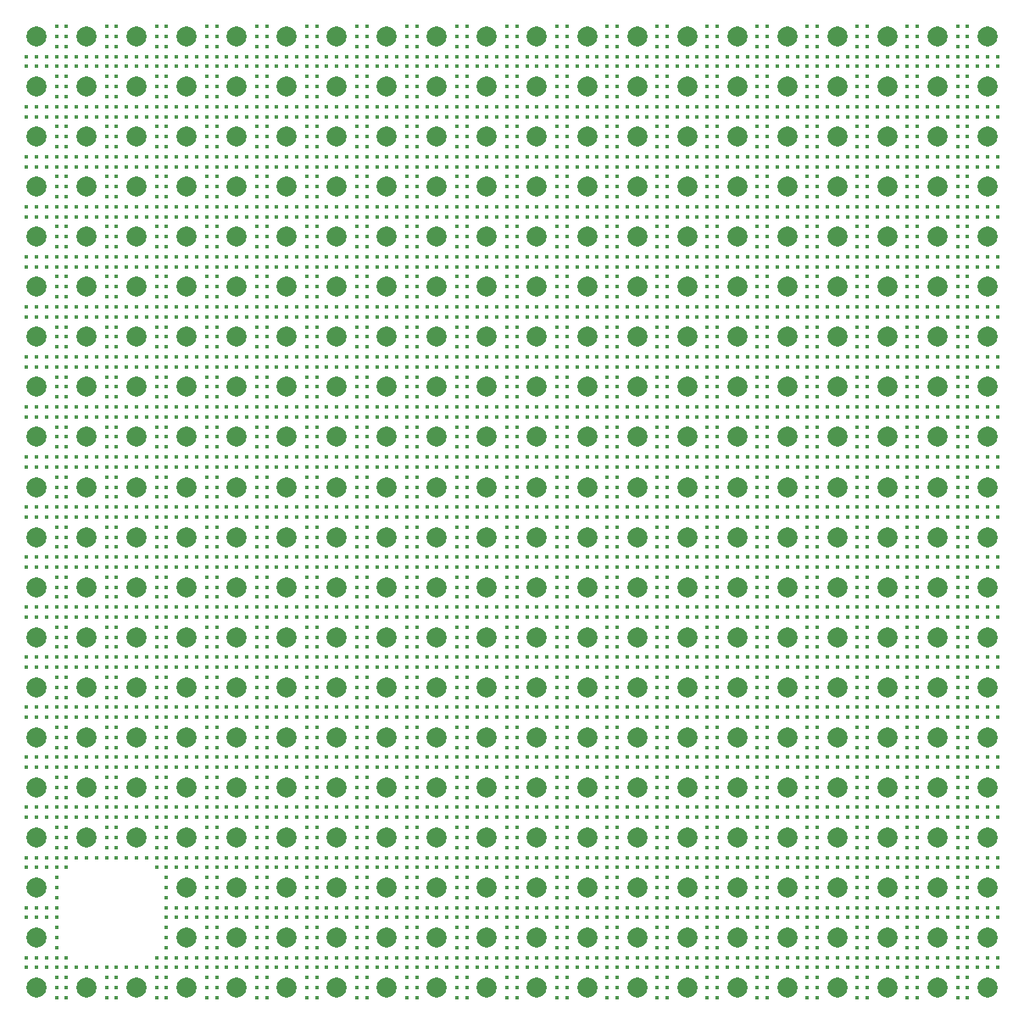
<source format=gbr>
%TF.GenerationSoftware,KiCad,Pcbnew,6.0.9+dfsg-1~bpo11+1*%
%TF.CreationDate,2022-11-06T13:24:24+01:00*%
%TF.ProjectId,base,62617365-2e6b-4696-9361-645f70636258,2*%
%TF.SameCoordinates,Original*%
%TF.FileFunction,Plated,1,2,PTH,Drill*%
%TF.FilePolarity,Positive*%
%FSLAX46Y46*%
G04 Gerber Fmt 4.6, Leading zero omitted, Abs format (unit mm)*
G04 Created by KiCad (PCBNEW 6.0.9+dfsg-1~bpo11+1) date 2022-11-06 13:24:24*
%MOMM*%
%LPD*%
G01*
G04 APERTURE LIST*
%TA.AperFunction,ViaDrill*%
%ADD10C,0.400000*%
%TD*%
%TA.AperFunction,ComponentDrill*%
%ADD11C,2.000000*%
%TD*%
G04 APERTURE END LIST*
D10*
X98000000Y-51000000D03*
X98000000Y-52000000D03*
X98000000Y-56000000D03*
X98000000Y-57000000D03*
X98000000Y-61000000D03*
X98000000Y-62000000D03*
X98000000Y-66000000D03*
X98000000Y-67000000D03*
X98000000Y-71000000D03*
X98000000Y-72000000D03*
X98000000Y-76000000D03*
X98000000Y-77000000D03*
X98000000Y-81000000D03*
X98000000Y-82000000D03*
X98000000Y-86000000D03*
X98000000Y-87000000D03*
X98000000Y-91000000D03*
X98000000Y-92000000D03*
X98000000Y-96000000D03*
X98000000Y-97000000D03*
X98000000Y-101000000D03*
X98000000Y-102000000D03*
X98000000Y-106000000D03*
X98000000Y-107000000D03*
X98000000Y-111000000D03*
X98000000Y-112000000D03*
X98000000Y-116000000D03*
X98000000Y-117000000D03*
X98000000Y-121000000D03*
X98000000Y-122000000D03*
X98000000Y-126000000D03*
X98000000Y-127000000D03*
X98000000Y-131000000D03*
X98000000Y-132000000D03*
X98000000Y-136000000D03*
X98000000Y-137000000D03*
X98000000Y-141000000D03*
X98000000Y-142000000D03*
X99000000Y-51000000D03*
X99000000Y-52000000D03*
X99000000Y-56000000D03*
X99000000Y-57000000D03*
X99000000Y-61000000D03*
X99000000Y-62000000D03*
X99000000Y-66000000D03*
X99000000Y-67000000D03*
X99000000Y-71000000D03*
X99000000Y-72000000D03*
X99000000Y-76000000D03*
X99000000Y-77000000D03*
X99000000Y-81000000D03*
X99000000Y-82000000D03*
X99000000Y-86000000D03*
X99000000Y-87000000D03*
X99000000Y-91000000D03*
X99000000Y-92000000D03*
X99000000Y-96000000D03*
X99000000Y-97000000D03*
X99000000Y-101000000D03*
X99000000Y-102000000D03*
X99000000Y-106000000D03*
X99000000Y-107000000D03*
X99000000Y-111000000D03*
X99000000Y-112000000D03*
X99000000Y-116000000D03*
X99000000Y-117000000D03*
X99000000Y-121000000D03*
X99000000Y-122000000D03*
X99000000Y-126000000D03*
X99000000Y-127000000D03*
X99000000Y-131000000D03*
X99000000Y-132000000D03*
X99000000Y-136000000D03*
X99000000Y-137000000D03*
X99000000Y-141000000D03*
X99000000Y-142000000D03*
X100000000Y-51000000D03*
X100000000Y-52000000D03*
X100000000Y-56000000D03*
X100000000Y-57000000D03*
X100000000Y-61000000D03*
X100000000Y-62000000D03*
X100000000Y-66000000D03*
X100000000Y-67000000D03*
X100000000Y-71000000D03*
X100000000Y-72000000D03*
X100000000Y-76000000D03*
X100000000Y-77000000D03*
X100000000Y-81000000D03*
X100000000Y-82000000D03*
X100000000Y-86000000D03*
X100000000Y-87000000D03*
X100000000Y-91000000D03*
X100000000Y-92000000D03*
X100000000Y-96000000D03*
X100000000Y-97000000D03*
X100000000Y-101000000D03*
X100000000Y-102000000D03*
X100000000Y-106000000D03*
X100000000Y-107000000D03*
X100000000Y-111000000D03*
X100000000Y-112000000D03*
X100000000Y-116000000D03*
X100000000Y-117000000D03*
X100000000Y-121000000D03*
X100000000Y-122000000D03*
X100000000Y-126000000D03*
X100000000Y-127000000D03*
X100000000Y-131000000D03*
X100000000Y-132000000D03*
X100000000Y-136000000D03*
X100000000Y-137000000D03*
X100000000Y-141000000D03*
X100000000Y-142000000D03*
X101000000Y-48000000D03*
X101000000Y-49000000D03*
X101000000Y-50000000D03*
X101000000Y-51000000D03*
X101000000Y-52000000D03*
X101000000Y-53000000D03*
X101000000Y-54000000D03*
X101000000Y-55000000D03*
X101000000Y-56000000D03*
X101000000Y-57000000D03*
X101000000Y-58000000D03*
X101000000Y-59000000D03*
X101000000Y-60000000D03*
X101000000Y-61000000D03*
X101000000Y-62000000D03*
X101000000Y-63000000D03*
X101000000Y-64000000D03*
X101000000Y-65000000D03*
X101000000Y-66000000D03*
X101000000Y-67000000D03*
X101000000Y-68000000D03*
X101000000Y-69000000D03*
X101000000Y-70000000D03*
X101000000Y-71000000D03*
X101000000Y-72000000D03*
X101000000Y-73000000D03*
X101000000Y-74000000D03*
X101000000Y-75000000D03*
X101000000Y-76000000D03*
X101000000Y-77000000D03*
X101000000Y-78000000D03*
X101000000Y-79000000D03*
X101000000Y-80000000D03*
X101000000Y-81000000D03*
X101000000Y-82000000D03*
X101000000Y-83000000D03*
X101000000Y-84000000D03*
X101000000Y-85000000D03*
X101000000Y-86000000D03*
X101000000Y-87000000D03*
X101000000Y-88000000D03*
X101000000Y-89000000D03*
X101000000Y-90000000D03*
X101000000Y-91000000D03*
X101000000Y-92000000D03*
X101000000Y-93000000D03*
X101000000Y-94000000D03*
X101000000Y-95000000D03*
X101000000Y-96000000D03*
X101000000Y-97000000D03*
X101000000Y-98000000D03*
X101000000Y-99000000D03*
X101000000Y-100000000D03*
X101000000Y-101000000D03*
X101000000Y-102000000D03*
X101000000Y-103000000D03*
X101000000Y-104000000D03*
X101000000Y-105000000D03*
X101000000Y-106000000D03*
X101000000Y-107000000D03*
X101000000Y-108000000D03*
X101000000Y-109000000D03*
X101000000Y-110000000D03*
X101000000Y-111000000D03*
X101000000Y-112000000D03*
X101000000Y-113000000D03*
X101000000Y-114000000D03*
X101000000Y-115000000D03*
X101000000Y-116000000D03*
X101000000Y-117000000D03*
X101000000Y-118000000D03*
X101000000Y-119000000D03*
X101000000Y-120000000D03*
X101000000Y-121000000D03*
X101000000Y-122000000D03*
X101000000Y-123000000D03*
X101000000Y-124000000D03*
X101000000Y-125000000D03*
X101000000Y-126000000D03*
X101000000Y-127000000D03*
X101000000Y-128000000D03*
X101000000Y-129000000D03*
X101000000Y-130000000D03*
X101000000Y-131000000D03*
X101000000Y-132000000D03*
X101000000Y-133000000D03*
X101000000Y-134000000D03*
X101000000Y-135000000D03*
X101000000Y-136000000D03*
X101000000Y-137000000D03*
X101000000Y-138000000D03*
X101000000Y-139000000D03*
X101000000Y-140000000D03*
X101000000Y-141000000D03*
X101000000Y-142000000D03*
X101000000Y-143000000D03*
X101000000Y-144000000D03*
X101000000Y-145000000D03*
X102000000Y-48000000D03*
X102000000Y-49000000D03*
X102000000Y-50000000D03*
X102000000Y-51000000D03*
X102000000Y-52000000D03*
X102000000Y-53000000D03*
X102000000Y-54000000D03*
X102000000Y-55000000D03*
X102000000Y-56000000D03*
X102000000Y-57000000D03*
X102000000Y-58000000D03*
X102000000Y-59000000D03*
X102000000Y-60000000D03*
X102000000Y-61000000D03*
X102000000Y-62000000D03*
X102000000Y-63000000D03*
X102000000Y-64000000D03*
X102000000Y-65000000D03*
X102000000Y-66000000D03*
X102000000Y-67000000D03*
X102000000Y-68000000D03*
X102000000Y-69000000D03*
X102000000Y-70000000D03*
X102000000Y-71000000D03*
X102000000Y-72000000D03*
X102000000Y-73000000D03*
X102000000Y-74000000D03*
X102000000Y-75000000D03*
X102000000Y-76000000D03*
X102000000Y-77000000D03*
X102000000Y-78000000D03*
X102000000Y-79000000D03*
X102000000Y-80000000D03*
X102000000Y-81000000D03*
X102000000Y-82000000D03*
X102000000Y-83000000D03*
X102000000Y-84000000D03*
X102000000Y-85000000D03*
X102000000Y-86000000D03*
X102000000Y-87000000D03*
X102000000Y-88000000D03*
X102000000Y-89000000D03*
X102000000Y-90000000D03*
X102000000Y-91000000D03*
X102000000Y-92000000D03*
X102000000Y-93000000D03*
X102000000Y-94000000D03*
X102000000Y-95000000D03*
X102000000Y-96000000D03*
X102000000Y-97000000D03*
X102000000Y-98000000D03*
X102000000Y-99000000D03*
X102000000Y-100000000D03*
X102000000Y-101000000D03*
X102000000Y-102000000D03*
X102000000Y-103000000D03*
X102000000Y-104000000D03*
X102000000Y-105000000D03*
X102000000Y-106000000D03*
X102000000Y-107000000D03*
X102000000Y-108000000D03*
X102000000Y-109000000D03*
X102000000Y-110000000D03*
X102000000Y-111000000D03*
X102000000Y-112000000D03*
X102000000Y-113000000D03*
X102000000Y-114000000D03*
X102000000Y-115000000D03*
X102000000Y-116000000D03*
X102000000Y-117000000D03*
X102000000Y-118000000D03*
X102000000Y-119000000D03*
X102000000Y-120000000D03*
X102000000Y-121000000D03*
X102000000Y-122000000D03*
X102000000Y-123000000D03*
X102000000Y-124000000D03*
X102000000Y-125000000D03*
X102000000Y-126000000D03*
X102000000Y-127000000D03*
X102000000Y-128000000D03*
X102000000Y-129000000D03*
X102000000Y-130000000D03*
X102000000Y-131000000D03*
X102000000Y-132000000D03*
X102000000Y-141000000D03*
X102000000Y-142000000D03*
X102000000Y-143000000D03*
X102000000Y-144000000D03*
X102000000Y-145000000D03*
X103000000Y-51000000D03*
X103000000Y-52000000D03*
X103000000Y-56000000D03*
X103000000Y-57000000D03*
X103000000Y-61000000D03*
X103000000Y-62000000D03*
X103000000Y-66000000D03*
X103000000Y-67000000D03*
X103000000Y-71000000D03*
X103000000Y-72000000D03*
X103000000Y-76000000D03*
X103000000Y-77000000D03*
X103000000Y-81000000D03*
X103000000Y-82000000D03*
X103000000Y-86000000D03*
X103000000Y-87000000D03*
X103000000Y-91000000D03*
X103000000Y-92000000D03*
X103000000Y-96000000D03*
X103000000Y-97000000D03*
X103000000Y-101000000D03*
X103000000Y-102000000D03*
X103000000Y-106000000D03*
X103000000Y-107000000D03*
X103000000Y-111000000D03*
X103000000Y-112000000D03*
X103000000Y-116000000D03*
X103000000Y-117000000D03*
X103000000Y-121000000D03*
X103000000Y-122000000D03*
X103000000Y-126000000D03*
X103000000Y-127000000D03*
X103000000Y-131000000D03*
X103000000Y-142000000D03*
X104000000Y-51000000D03*
X104000000Y-52000000D03*
X104000000Y-56000000D03*
X104000000Y-57000000D03*
X104000000Y-61000000D03*
X104000000Y-62000000D03*
X104000000Y-66000000D03*
X104000000Y-67000000D03*
X104000000Y-71000000D03*
X104000000Y-72000000D03*
X104000000Y-76000000D03*
X104000000Y-77000000D03*
X104000000Y-81000000D03*
X104000000Y-82000000D03*
X104000000Y-86000000D03*
X104000000Y-87000000D03*
X104000000Y-91000000D03*
X104000000Y-92000000D03*
X104000000Y-96000000D03*
X104000000Y-97000000D03*
X104000000Y-101000000D03*
X104000000Y-102000000D03*
X104000000Y-106000000D03*
X104000000Y-107000000D03*
X104000000Y-111000000D03*
X104000000Y-112000000D03*
X104000000Y-116000000D03*
X104000000Y-117000000D03*
X104000000Y-121000000D03*
X104000000Y-122000000D03*
X104000000Y-126000000D03*
X104000000Y-127000000D03*
X104000000Y-131000000D03*
X104000000Y-142000000D03*
X105000000Y-51000000D03*
X105000000Y-52000000D03*
X105000000Y-56000000D03*
X105000000Y-57000000D03*
X105000000Y-61000000D03*
X105000000Y-62000000D03*
X105000000Y-66000000D03*
X105000000Y-67000000D03*
X105000000Y-71000000D03*
X105000000Y-72000000D03*
X105000000Y-76000000D03*
X105000000Y-77000000D03*
X105000000Y-81000000D03*
X105000000Y-82000000D03*
X105000000Y-86000000D03*
X105000000Y-87000000D03*
X105000000Y-91000000D03*
X105000000Y-92000000D03*
X105000000Y-96000000D03*
X105000000Y-97000000D03*
X105000000Y-101000000D03*
X105000000Y-102000000D03*
X105000000Y-106000000D03*
X105000000Y-107000000D03*
X105000000Y-111000000D03*
X105000000Y-112000000D03*
X105000000Y-116000000D03*
X105000000Y-117000000D03*
X105000000Y-121000000D03*
X105000000Y-122000000D03*
X105000000Y-126000000D03*
X105000000Y-127000000D03*
X105000000Y-131000000D03*
X105000000Y-142000000D03*
X106000000Y-48000000D03*
X106000000Y-49000000D03*
X106000000Y-50000000D03*
X106000000Y-51000000D03*
X106000000Y-52000000D03*
X106000000Y-53000000D03*
X106000000Y-54000000D03*
X106000000Y-55000000D03*
X106000000Y-56000000D03*
X106000000Y-57000000D03*
X106000000Y-58000000D03*
X106000000Y-59000000D03*
X106000000Y-60000000D03*
X106000000Y-61000000D03*
X106000000Y-62000000D03*
X106000000Y-63000000D03*
X106000000Y-64000000D03*
X106000000Y-65000000D03*
X106000000Y-66000000D03*
X106000000Y-67000000D03*
X106000000Y-68000000D03*
X106000000Y-69000000D03*
X106000000Y-70000000D03*
X106000000Y-71000000D03*
X106000000Y-72000000D03*
X106000000Y-73000000D03*
X106000000Y-74000000D03*
X106000000Y-75000000D03*
X106000000Y-76000000D03*
X106000000Y-77000000D03*
X106000000Y-78000000D03*
X106000000Y-79000000D03*
X106000000Y-80000000D03*
X106000000Y-81000000D03*
X106000000Y-82000000D03*
X106000000Y-83000000D03*
X106000000Y-84000000D03*
X106000000Y-85000000D03*
X106000000Y-86000000D03*
X106000000Y-87000000D03*
X106000000Y-88000000D03*
X106000000Y-89000000D03*
X106000000Y-90000000D03*
X106000000Y-91000000D03*
X106000000Y-92000000D03*
X106000000Y-93000000D03*
X106000000Y-94000000D03*
X106000000Y-95000000D03*
X106000000Y-96000000D03*
X106000000Y-97000000D03*
X106000000Y-98000000D03*
X106000000Y-99000000D03*
X106000000Y-100000000D03*
X106000000Y-101000000D03*
X106000000Y-102000000D03*
X106000000Y-103000000D03*
X106000000Y-104000000D03*
X106000000Y-105000000D03*
X106000000Y-106000000D03*
X106000000Y-107000000D03*
X106000000Y-108000000D03*
X106000000Y-109000000D03*
X106000000Y-110000000D03*
X106000000Y-111000000D03*
X106000000Y-112000000D03*
X106000000Y-113000000D03*
X106000000Y-114000000D03*
X106000000Y-115000000D03*
X106000000Y-116000000D03*
X106000000Y-117000000D03*
X106000000Y-118000000D03*
X106000000Y-119000000D03*
X106000000Y-120000000D03*
X106000000Y-121000000D03*
X106000000Y-122000000D03*
X106000000Y-123000000D03*
X106000000Y-124000000D03*
X106000000Y-125000000D03*
X106000000Y-126000000D03*
X106000000Y-127000000D03*
X106000000Y-128000000D03*
X106000000Y-129000000D03*
X106000000Y-130000000D03*
X106000000Y-131000000D03*
X106000000Y-142000000D03*
X106000000Y-143000000D03*
X106000000Y-144000000D03*
X106000000Y-145000000D03*
X107000000Y-48000000D03*
X107000000Y-49000000D03*
X107000000Y-50000000D03*
X107000000Y-51000000D03*
X107000000Y-52000000D03*
X107000000Y-53000000D03*
X107000000Y-54000000D03*
X107000000Y-55000000D03*
X107000000Y-56000000D03*
X107000000Y-57000000D03*
X107000000Y-58000000D03*
X107000000Y-59000000D03*
X107000000Y-60000000D03*
X107000000Y-61000000D03*
X107000000Y-62000000D03*
X107000000Y-63000000D03*
X107000000Y-64000000D03*
X107000000Y-65000000D03*
X107000000Y-66000000D03*
X107000000Y-67000000D03*
X107000000Y-68000000D03*
X107000000Y-69000000D03*
X107000000Y-70000000D03*
X107000000Y-71000000D03*
X107000000Y-72000000D03*
X107000000Y-73000000D03*
X107000000Y-74000000D03*
X107000000Y-75000000D03*
X107000000Y-76000000D03*
X107000000Y-77000000D03*
X107000000Y-78000000D03*
X107000000Y-79000000D03*
X107000000Y-80000000D03*
X107000000Y-81000000D03*
X107000000Y-82000000D03*
X107000000Y-83000000D03*
X107000000Y-84000000D03*
X107000000Y-85000000D03*
X107000000Y-86000000D03*
X107000000Y-87000000D03*
X107000000Y-88000000D03*
X107000000Y-89000000D03*
X107000000Y-90000000D03*
X107000000Y-91000000D03*
X107000000Y-92000000D03*
X107000000Y-93000000D03*
X107000000Y-94000000D03*
X107000000Y-95000000D03*
X107000000Y-96000000D03*
X107000000Y-97000000D03*
X107000000Y-98000000D03*
X107000000Y-99000000D03*
X107000000Y-100000000D03*
X107000000Y-101000000D03*
X107000000Y-102000000D03*
X107000000Y-103000000D03*
X107000000Y-104000000D03*
X107000000Y-105000000D03*
X107000000Y-106000000D03*
X107000000Y-107000000D03*
X107000000Y-108000000D03*
X107000000Y-109000000D03*
X107000000Y-110000000D03*
X107000000Y-111000000D03*
X107000000Y-112000000D03*
X107000000Y-113000000D03*
X107000000Y-114000000D03*
X107000000Y-115000000D03*
X107000000Y-116000000D03*
X107000000Y-117000000D03*
X107000000Y-118000000D03*
X107000000Y-119000000D03*
X107000000Y-120000000D03*
X107000000Y-121000000D03*
X107000000Y-122000000D03*
X107000000Y-123000000D03*
X107000000Y-124000000D03*
X107000000Y-125000000D03*
X107000000Y-126000000D03*
X107000000Y-127000000D03*
X107000000Y-128000000D03*
X107000000Y-129000000D03*
X107000000Y-130000000D03*
X107000000Y-131000000D03*
X107000000Y-142000000D03*
X107000000Y-143000000D03*
X107000000Y-144000000D03*
X107000000Y-145000000D03*
X108000000Y-51000000D03*
X108000000Y-52000000D03*
X108000000Y-56000000D03*
X108000000Y-57000000D03*
X108000000Y-61000000D03*
X108000000Y-62000000D03*
X108000000Y-66000000D03*
X108000000Y-67000000D03*
X108000000Y-71000000D03*
X108000000Y-72000000D03*
X108000000Y-76000000D03*
X108000000Y-77000000D03*
X108000000Y-81000000D03*
X108000000Y-82000000D03*
X108000000Y-86000000D03*
X108000000Y-87000000D03*
X108000000Y-91000000D03*
X108000000Y-92000000D03*
X108000000Y-96000000D03*
X108000000Y-97000000D03*
X108000000Y-101000000D03*
X108000000Y-102000000D03*
X108000000Y-106000000D03*
X108000000Y-107000000D03*
X108000000Y-111000000D03*
X108000000Y-112000000D03*
X108000000Y-116000000D03*
X108000000Y-117000000D03*
X108000000Y-121000000D03*
X108000000Y-122000000D03*
X108000000Y-126000000D03*
X108000000Y-127000000D03*
X108000000Y-131000000D03*
X108000000Y-142000000D03*
X109000000Y-51000000D03*
X109000000Y-52000000D03*
X109000000Y-56000000D03*
X109000000Y-57000000D03*
X109000000Y-61000000D03*
X109000000Y-62000000D03*
X109000000Y-66000000D03*
X109000000Y-67000000D03*
X109000000Y-71000000D03*
X109000000Y-72000000D03*
X109000000Y-76000000D03*
X109000000Y-77000000D03*
X109000000Y-81000000D03*
X109000000Y-82000000D03*
X109000000Y-86000000D03*
X109000000Y-87000000D03*
X109000000Y-91000000D03*
X109000000Y-92000000D03*
X109000000Y-96000000D03*
X109000000Y-97000000D03*
X109000000Y-101000000D03*
X109000000Y-102000000D03*
X109000000Y-106000000D03*
X109000000Y-107000000D03*
X109000000Y-111000000D03*
X109000000Y-112000000D03*
X109000000Y-116000000D03*
X109000000Y-117000000D03*
X109000000Y-121000000D03*
X109000000Y-122000000D03*
X109000000Y-126000000D03*
X109000000Y-127000000D03*
X109000000Y-131000000D03*
X109000000Y-142000000D03*
X110000000Y-51000000D03*
X110000000Y-52000000D03*
X110000000Y-56000000D03*
X110000000Y-57000000D03*
X110000000Y-61000000D03*
X110000000Y-62000000D03*
X110000000Y-66000000D03*
X110000000Y-67000000D03*
X110000000Y-71000000D03*
X110000000Y-72000000D03*
X110000000Y-76000000D03*
X110000000Y-77000000D03*
X110000000Y-81000000D03*
X110000000Y-82000000D03*
X110000000Y-86000000D03*
X110000000Y-87000000D03*
X110000000Y-91000000D03*
X110000000Y-92000000D03*
X110000000Y-96000000D03*
X110000000Y-97000000D03*
X110000000Y-101000000D03*
X110000000Y-102000000D03*
X110000000Y-106000000D03*
X110000000Y-107000000D03*
X110000000Y-111000000D03*
X110000000Y-112000000D03*
X110000000Y-116000000D03*
X110000000Y-117000000D03*
X110000000Y-121000000D03*
X110000000Y-122000000D03*
X110000000Y-126000000D03*
X110000000Y-127000000D03*
X110000000Y-131000000D03*
X110000000Y-142000000D03*
X111000000Y-48000000D03*
X111000000Y-49000000D03*
X111000000Y-50000000D03*
X111000000Y-51000000D03*
X111000000Y-52000000D03*
X111000000Y-53000000D03*
X111000000Y-54000000D03*
X111000000Y-55000000D03*
X111000000Y-56000000D03*
X111000000Y-57000000D03*
X111000000Y-58000000D03*
X111000000Y-59000000D03*
X111000000Y-60000000D03*
X111000000Y-61000000D03*
X111000000Y-62000000D03*
X111000000Y-63000000D03*
X111000000Y-64000000D03*
X111000000Y-65000000D03*
X111000000Y-66000000D03*
X111000000Y-67000000D03*
X111000000Y-68000000D03*
X111000000Y-69000000D03*
X111000000Y-70000000D03*
X111000000Y-71000000D03*
X111000000Y-72000000D03*
X111000000Y-73000000D03*
X111000000Y-74000000D03*
X111000000Y-75000000D03*
X111000000Y-76000000D03*
X111000000Y-77000000D03*
X111000000Y-78000000D03*
X111000000Y-79000000D03*
X111000000Y-80000000D03*
X111000000Y-81000000D03*
X111000000Y-82000000D03*
X111000000Y-83000000D03*
X111000000Y-84000000D03*
X111000000Y-85000000D03*
X111000000Y-86000000D03*
X111000000Y-87000000D03*
X111000000Y-88000000D03*
X111000000Y-89000000D03*
X111000000Y-90000000D03*
X111000000Y-91000000D03*
X111000000Y-92000000D03*
X111000000Y-93000000D03*
X111000000Y-94000000D03*
X111000000Y-95000000D03*
X111000000Y-96000000D03*
X111000000Y-97000000D03*
X111000000Y-98000000D03*
X111000000Y-99000000D03*
X111000000Y-100000000D03*
X111000000Y-101000000D03*
X111000000Y-102000000D03*
X111000000Y-103000000D03*
X111000000Y-104000000D03*
X111000000Y-105000000D03*
X111000000Y-106000000D03*
X111000000Y-107000000D03*
X111000000Y-108000000D03*
X111000000Y-109000000D03*
X111000000Y-110000000D03*
X111000000Y-111000000D03*
X111000000Y-112000000D03*
X111000000Y-113000000D03*
X111000000Y-114000000D03*
X111000000Y-115000000D03*
X111000000Y-116000000D03*
X111000000Y-117000000D03*
X111000000Y-118000000D03*
X111000000Y-119000000D03*
X111000000Y-120000000D03*
X111000000Y-121000000D03*
X111000000Y-122000000D03*
X111000000Y-123000000D03*
X111000000Y-124000000D03*
X111000000Y-125000000D03*
X111000000Y-126000000D03*
X111000000Y-127000000D03*
X111000000Y-128000000D03*
X111000000Y-129000000D03*
X111000000Y-130000000D03*
X111000000Y-131000000D03*
X111000000Y-132000000D03*
X111000000Y-141000000D03*
X111000000Y-142000000D03*
X111000000Y-143000000D03*
X111000000Y-144000000D03*
X111000000Y-145000000D03*
X112000000Y-48000000D03*
X112000000Y-49000000D03*
X112000000Y-50000000D03*
X112000000Y-51000000D03*
X112000000Y-52000000D03*
X112000000Y-53000000D03*
X112000000Y-54000000D03*
X112000000Y-55000000D03*
X112000000Y-56000000D03*
X112000000Y-57000000D03*
X112000000Y-58000000D03*
X112000000Y-59000000D03*
X112000000Y-60000000D03*
X112000000Y-61000000D03*
X112000000Y-62000000D03*
X112000000Y-63000000D03*
X112000000Y-64000000D03*
X112000000Y-65000000D03*
X112000000Y-66000000D03*
X112000000Y-67000000D03*
X112000000Y-68000000D03*
X112000000Y-69000000D03*
X112000000Y-70000000D03*
X112000000Y-71000000D03*
X112000000Y-72000000D03*
X112000000Y-73000000D03*
X112000000Y-74000000D03*
X112000000Y-75000000D03*
X112000000Y-76000000D03*
X112000000Y-77000000D03*
X112000000Y-78000000D03*
X112000000Y-79000000D03*
X112000000Y-80000000D03*
X112000000Y-81000000D03*
X112000000Y-82000000D03*
X112000000Y-83000000D03*
X112000000Y-84000000D03*
X112000000Y-85000000D03*
X112000000Y-86000000D03*
X112000000Y-87000000D03*
X112000000Y-88000000D03*
X112000000Y-89000000D03*
X112000000Y-90000000D03*
X112000000Y-91000000D03*
X112000000Y-92000000D03*
X112000000Y-93000000D03*
X112000000Y-94000000D03*
X112000000Y-95000000D03*
X112000000Y-96000000D03*
X112000000Y-97000000D03*
X112000000Y-98000000D03*
X112000000Y-99000000D03*
X112000000Y-100000000D03*
X112000000Y-101000000D03*
X112000000Y-102000000D03*
X112000000Y-103000000D03*
X112000000Y-104000000D03*
X112000000Y-105000000D03*
X112000000Y-106000000D03*
X112000000Y-107000000D03*
X112000000Y-108000000D03*
X112000000Y-109000000D03*
X112000000Y-110000000D03*
X112000000Y-111000000D03*
X112000000Y-112000000D03*
X112000000Y-113000000D03*
X112000000Y-114000000D03*
X112000000Y-115000000D03*
X112000000Y-116000000D03*
X112000000Y-117000000D03*
X112000000Y-118000000D03*
X112000000Y-119000000D03*
X112000000Y-120000000D03*
X112000000Y-121000000D03*
X112000000Y-122000000D03*
X112000000Y-123000000D03*
X112000000Y-124000000D03*
X112000000Y-125000000D03*
X112000000Y-126000000D03*
X112000000Y-127000000D03*
X112000000Y-128000000D03*
X112000000Y-129000000D03*
X112000000Y-130000000D03*
X112000000Y-131000000D03*
X112000000Y-132000000D03*
X112000000Y-133000000D03*
X112000000Y-134000000D03*
X112000000Y-135000000D03*
X112000000Y-136000000D03*
X112000000Y-137000000D03*
X112000000Y-138000000D03*
X112000000Y-139000000D03*
X112000000Y-140000000D03*
X112000000Y-141000000D03*
X112000000Y-142000000D03*
X112000000Y-143000000D03*
X112000000Y-144000000D03*
X112000000Y-145000000D03*
X113000000Y-51000000D03*
X113000000Y-52000000D03*
X113000000Y-56000000D03*
X113000000Y-57000000D03*
X113000000Y-61000000D03*
X113000000Y-62000000D03*
X113000000Y-66000000D03*
X113000000Y-67000000D03*
X113000000Y-71000000D03*
X113000000Y-72000000D03*
X113000000Y-76000000D03*
X113000000Y-77000000D03*
X113000000Y-81000000D03*
X113000000Y-82000000D03*
X113000000Y-86000000D03*
X113000000Y-87000000D03*
X113000000Y-91000000D03*
X113000000Y-92000000D03*
X113000000Y-96000000D03*
X113000000Y-97000000D03*
X113000000Y-101000000D03*
X113000000Y-102000000D03*
X113000000Y-106000000D03*
X113000000Y-107000000D03*
X113000000Y-111000000D03*
X113000000Y-112000000D03*
X113000000Y-116000000D03*
X113000000Y-117000000D03*
X113000000Y-121000000D03*
X113000000Y-122000000D03*
X113000000Y-126000000D03*
X113000000Y-127000000D03*
X113000000Y-131000000D03*
X113000000Y-132000000D03*
X113000000Y-136000000D03*
X113000000Y-137000000D03*
X113000000Y-141000000D03*
X113000000Y-142000000D03*
X114000000Y-51000000D03*
X114000000Y-52000000D03*
X114000000Y-56000000D03*
X114000000Y-57000000D03*
X114000000Y-61000000D03*
X114000000Y-62000000D03*
X114000000Y-66000000D03*
X114000000Y-67000000D03*
X114000000Y-71000000D03*
X114000000Y-72000000D03*
X114000000Y-76000000D03*
X114000000Y-77000000D03*
X114000000Y-81000000D03*
X114000000Y-82000000D03*
X114000000Y-86000000D03*
X114000000Y-87000000D03*
X114000000Y-91000000D03*
X114000000Y-92000000D03*
X114000000Y-96000000D03*
X114000000Y-97000000D03*
X114000000Y-101000000D03*
X114000000Y-102000000D03*
X114000000Y-106000000D03*
X114000000Y-107000000D03*
X114000000Y-111000000D03*
X114000000Y-112000000D03*
X114000000Y-116000000D03*
X114000000Y-117000000D03*
X114000000Y-121000000D03*
X114000000Y-122000000D03*
X114000000Y-126000000D03*
X114000000Y-127000000D03*
X114000000Y-131000000D03*
X114000000Y-132000000D03*
X114000000Y-136000000D03*
X114000000Y-137000000D03*
X114000000Y-141000000D03*
X114000000Y-142000000D03*
X115000000Y-51000000D03*
X115000000Y-52000000D03*
X115000000Y-56000000D03*
X115000000Y-57000000D03*
X115000000Y-61000000D03*
X115000000Y-62000000D03*
X115000000Y-66000000D03*
X115000000Y-67000000D03*
X115000000Y-71000000D03*
X115000000Y-72000000D03*
X115000000Y-76000000D03*
X115000000Y-77000000D03*
X115000000Y-81000000D03*
X115000000Y-82000000D03*
X115000000Y-86000000D03*
X115000000Y-87000000D03*
X115000000Y-91000000D03*
X115000000Y-92000000D03*
X115000000Y-96000000D03*
X115000000Y-97000000D03*
X115000000Y-101000000D03*
X115000000Y-102000000D03*
X115000000Y-106000000D03*
X115000000Y-107000000D03*
X115000000Y-111000000D03*
X115000000Y-112000000D03*
X115000000Y-116000000D03*
X115000000Y-117000000D03*
X115000000Y-121000000D03*
X115000000Y-122000000D03*
X115000000Y-126000000D03*
X115000000Y-127000000D03*
X115000000Y-131000000D03*
X115000000Y-132000000D03*
X115000000Y-136000000D03*
X115000000Y-137000000D03*
X115000000Y-141000000D03*
X115000000Y-142000000D03*
X116000000Y-48000000D03*
X116000000Y-49000000D03*
X116000000Y-50000000D03*
X116000000Y-51000000D03*
X116000000Y-52000000D03*
X116000000Y-53000000D03*
X116000000Y-54000000D03*
X116000000Y-55000000D03*
X116000000Y-56000000D03*
X116000000Y-57000000D03*
X116000000Y-58000000D03*
X116000000Y-59000000D03*
X116000000Y-60000000D03*
X116000000Y-61000000D03*
X116000000Y-62000000D03*
X116000000Y-63000000D03*
X116000000Y-64000000D03*
X116000000Y-65000000D03*
X116000000Y-66000000D03*
X116000000Y-67000000D03*
X116000000Y-68000000D03*
X116000000Y-69000000D03*
X116000000Y-70000000D03*
X116000000Y-71000000D03*
X116000000Y-72000000D03*
X116000000Y-73000000D03*
X116000000Y-74000000D03*
X116000000Y-75000000D03*
X116000000Y-76000000D03*
X116000000Y-77000000D03*
X116000000Y-78000000D03*
X116000000Y-79000000D03*
X116000000Y-80000000D03*
X116000000Y-81000000D03*
X116000000Y-82000000D03*
X116000000Y-83000000D03*
X116000000Y-84000000D03*
X116000000Y-85000000D03*
X116000000Y-86000000D03*
X116000000Y-87000000D03*
X116000000Y-88000000D03*
X116000000Y-89000000D03*
X116000000Y-90000000D03*
X116000000Y-91000000D03*
X116000000Y-92000000D03*
X116000000Y-93000000D03*
X116000000Y-94000000D03*
X116000000Y-95000000D03*
X116000000Y-96000000D03*
X116000000Y-97000000D03*
X116000000Y-98000000D03*
X116000000Y-99000000D03*
X116000000Y-100000000D03*
X116000000Y-101000000D03*
X116000000Y-102000000D03*
X116000000Y-103000000D03*
X116000000Y-104000000D03*
X116000000Y-105000000D03*
X116000000Y-106000000D03*
X116000000Y-107000000D03*
X116000000Y-108000000D03*
X116000000Y-109000000D03*
X116000000Y-110000000D03*
X116000000Y-111000000D03*
X116000000Y-112000000D03*
X116000000Y-113000000D03*
X116000000Y-114000000D03*
X116000000Y-115000000D03*
X116000000Y-116000000D03*
X116000000Y-117000000D03*
X116000000Y-118000000D03*
X116000000Y-119000000D03*
X116000000Y-120000000D03*
X116000000Y-121000000D03*
X116000000Y-122000000D03*
X116000000Y-123000000D03*
X116000000Y-124000000D03*
X116000000Y-125000000D03*
X116000000Y-126000000D03*
X116000000Y-127000000D03*
X116000000Y-128000000D03*
X116000000Y-129000000D03*
X116000000Y-130000000D03*
X116000000Y-131000000D03*
X116000000Y-132000000D03*
X116000000Y-133000000D03*
X116000000Y-134000000D03*
X116000000Y-135000000D03*
X116000000Y-136000000D03*
X116000000Y-137000000D03*
X116000000Y-138000000D03*
X116000000Y-139000000D03*
X116000000Y-140000000D03*
X116000000Y-141000000D03*
X116000000Y-142000000D03*
X116000000Y-143000000D03*
X116000000Y-144000000D03*
X116000000Y-145000000D03*
X117000000Y-48000000D03*
X117000000Y-49000000D03*
X117000000Y-50000000D03*
X117000000Y-51000000D03*
X117000000Y-52000000D03*
X117000000Y-53000000D03*
X117000000Y-54000000D03*
X117000000Y-55000000D03*
X117000000Y-56000000D03*
X117000000Y-57000000D03*
X117000000Y-58000000D03*
X117000000Y-59000000D03*
X117000000Y-60000000D03*
X117000000Y-61000000D03*
X117000000Y-62000000D03*
X117000000Y-63000000D03*
X117000000Y-64000000D03*
X117000000Y-65000000D03*
X117000000Y-66000000D03*
X117000000Y-67000000D03*
X117000000Y-68000000D03*
X117000000Y-69000000D03*
X117000000Y-70000000D03*
X117000000Y-71000000D03*
X117000000Y-72000000D03*
X117000000Y-73000000D03*
X117000000Y-74000000D03*
X117000000Y-75000000D03*
X117000000Y-76000000D03*
X117000000Y-77000000D03*
X117000000Y-78000000D03*
X117000000Y-79000000D03*
X117000000Y-80000000D03*
X117000000Y-81000000D03*
X117000000Y-82000000D03*
X117000000Y-83000000D03*
X117000000Y-84000000D03*
X117000000Y-85000000D03*
X117000000Y-86000000D03*
X117000000Y-87000000D03*
X117000000Y-88000000D03*
X117000000Y-89000000D03*
X117000000Y-90000000D03*
X117000000Y-91000000D03*
X117000000Y-92000000D03*
X117000000Y-93000000D03*
X117000000Y-94000000D03*
X117000000Y-95000000D03*
X117000000Y-96000000D03*
X117000000Y-97000000D03*
X117000000Y-98000000D03*
X117000000Y-99000000D03*
X117000000Y-100000000D03*
X117000000Y-101000000D03*
X117000000Y-102000000D03*
X117000000Y-103000000D03*
X117000000Y-104000000D03*
X117000000Y-105000000D03*
X117000000Y-106000000D03*
X117000000Y-107000000D03*
X117000000Y-108000000D03*
X117000000Y-109000000D03*
X117000000Y-110000000D03*
X117000000Y-111000000D03*
X117000000Y-112000000D03*
X117000000Y-113000000D03*
X117000000Y-114000000D03*
X117000000Y-115000000D03*
X117000000Y-116000000D03*
X117000000Y-117000000D03*
X117000000Y-118000000D03*
X117000000Y-119000000D03*
X117000000Y-120000000D03*
X117000000Y-121000000D03*
X117000000Y-122000000D03*
X117000000Y-123000000D03*
X117000000Y-124000000D03*
X117000000Y-125000000D03*
X117000000Y-126000000D03*
X117000000Y-127000000D03*
X117000000Y-128000000D03*
X117000000Y-129000000D03*
X117000000Y-130000000D03*
X117000000Y-131000000D03*
X117000000Y-132000000D03*
X117000000Y-133000000D03*
X117000000Y-134000000D03*
X117000000Y-135000000D03*
X117000000Y-136000000D03*
X117000000Y-137000000D03*
X117000000Y-138000000D03*
X117000000Y-139000000D03*
X117000000Y-140000000D03*
X117000000Y-141000000D03*
X117000000Y-142000000D03*
X117000000Y-143000000D03*
X117000000Y-144000000D03*
X117000000Y-145000000D03*
X118000000Y-51000000D03*
X118000000Y-52000000D03*
X118000000Y-56000000D03*
X118000000Y-57000000D03*
X118000000Y-61000000D03*
X118000000Y-62000000D03*
X118000000Y-66000000D03*
X118000000Y-67000000D03*
X118000000Y-71000000D03*
X118000000Y-72000000D03*
X118000000Y-76000000D03*
X118000000Y-77000000D03*
X118000000Y-81000000D03*
X118000000Y-82000000D03*
X118000000Y-86000000D03*
X118000000Y-87000000D03*
X118000000Y-91000000D03*
X118000000Y-92000000D03*
X118000000Y-96000000D03*
X118000000Y-97000000D03*
X118000000Y-101000000D03*
X118000000Y-102000000D03*
X118000000Y-106000000D03*
X118000000Y-107000000D03*
X118000000Y-111000000D03*
X118000000Y-112000000D03*
X118000000Y-116000000D03*
X118000000Y-117000000D03*
X118000000Y-121000000D03*
X118000000Y-122000000D03*
X118000000Y-126000000D03*
X118000000Y-127000000D03*
X118000000Y-131000000D03*
X118000000Y-132000000D03*
X118000000Y-136000000D03*
X118000000Y-137000000D03*
X118000000Y-141000000D03*
X118000000Y-142000000D03*
X119000000Y-51000000D03*
X119000000Y-52000000D03*
X119000000Y-56000000D03*
X119000000Y-57000000D03*
X119000000Y-61000000D03*
X119000000Y-62000000D03*
X119000000Y-66000000D03*
X119000000Y-67000000D03*
X119000000Y-71000000D03*
X119000000Y-72000000D03*
X119000000Y-76000000D03*
X119000000Y-77000000D03*
X119000000Y-81000000D03*
X119000000Y-82000000D03*
X119000000Y-86000000D03*
X119000000Y-87000000D03*
X119000000Y-91000000D03*
X119000000Y-92000000D03*
X119000000Y-96000000D03*
X119000000Y-97000000D03*
X119000000Y-101000000D03*
X119000000Y-102000000D03*
X119000000Y-106000000D03*
X119000000Y-107000000D03*
X119000000Y-111000000D03*
X119000000Y-112000000D03*
X119000000Y-116000000D03*
X119000000Y-117000000D03*
X119000000Y-121000000D03*
X119000000Y-122000000D03*
X119000000Y-126000000D03*
X119000000Y-127000000D03*
X119000000Y-131000000D03*
X119000000Y-132000000D03*
X119000000Y-136000000D03*
X119000000Y-137000000D03*
X119000000Y-141000000D03*
X119000000Y-142000000D03*
X120000000Y-51000000D03*
X120000000Y-52000000D03*
X120000000Y-56000000D03*
X120000000Y-57000000D03*
X120000000Y-61000000D03*
X120000000Y-62000000D03*
X120000000Y-66000000D03*
X120000000Y-67000000D03*
X120000000Y-71000000D03*
X120000000Y-72000000D03*
X120000000Y-76000000D03*
X120000000Y-77000000D03*
X120000000Y-81000000D03*
X120000000Y-82000000D03*
X120000000Y-86000000D03*
X120000000Y-87000000D03*
X120000000Y-91000000D03*
X120000000Y-92000000D03*
X120000000Y-96000000D03*
X120000000Y-97000000D03*
X120000000Y-101000000D03*
X120000000Y-102000000D03*
X120000000Y-106000000D03*
X120000000Y-107000000D03*
X120000000Y-111000000D03*
X120000000Y-112000000D03*
X120000000Y-116000000D03*
X120000000Y-117000000D03*
X120000000Y-121000000D03*
X120000000Y-122000000D03*
X120000000Y-126000000D03*
X120000000Y-127000000D03*
X120000000Y-131000000D03*
X120000000Y-132000000D03*
X120000000Y-136000000D03*
X120000000Y-137000000D03*
X120000000Y-141000000D03*
X120000000Y-142000000D03*
X121000000Y-48000000D03*
X121000000Y-49000000D03*
X121000000Y-50000000D03*
X121000000Y-51000000D03*
X121000000Y-52000000D03*
X121000000Y-53000000D03*
X121000000Y-54000000D03*
X121000000Y-55000000D03*
X121000000Y-56000000D03*
X121000000Y-57000000D03*
X121000000Y-58000000D03*
X121000000Y-59000000D03*
X121000000Y-60000000D03*
X121000000Y-61000000D03*
X121000000Y-62000000D03*
X121000000Y-63000000D03*
X121000000Y-64000000D03*
X121000000Y-65000000D03*
X121000000Y-66000000D03*
X121000000Y-67000000D03*
X121000000Y-68000000D03*
X121000000Y-69000000D03*
X121000000Y-70000000D03*
X121000000Y-71000000D03*
X121000000Y-72000000D03*
X121000000Y-73000000D03*
X121000000Y-74000000D03*
X121000000Y-75000000D03*
X121000000Y-76000000D03*
X121000000Y-77000000D03*
X121000000Y-78000000D03*
X121000000Y-79000000D03*
X121000000Y-80000000D03*
X121000000Y-81000000D03*
X121000000Y-82000000D03*
X121000000Y-83000000D03*
X121000000Y-84000000D03*
X121000000Y-85000000D03*
X121000000Y-86000000D03*
X121000000Y-87000000D03*
X121000000Y-88000000D03*
X121000000Y-89000000D03*
X121000000Y-90000000D03*
X121000000Y-91000000D03*
X121000000Y-92000000D03*
X121000000Y-93000000D03*
X121000000Y-94000000D03*
X121000000Y-95000000D03*
X121000000Y-96000000D03*
X121000000Y-97000000D03*
X121000000Y-98000000D03*
X121000000Y-99000000D03*
X121000000Y-100000000D03*
X121000000Y-101000000D03*
X121000000Y-102000000D03*
X121000000Y-103000000D03*
X121000000Y-104000000D03*
X121000000Y-105000000D03*
X121000000Y-106000000D03*
X121000000Y-107000000D03*
X121000000Y-108000000D03*
X121000000Y-109000000D03*
X121000000Y-110000000D03*
X121000000Y-111000000D03*
X121000000Y-112000000D03*
X121000000Y-113000000D03*
X121000000Y-114000000D03*
X121000000Y-115000000D03*
X121000000Y-116000000D03*
X121000000Y-117000000D03*
X121000000Y-118000000D03*
X121000000Y-119000000D03*
X121000000Y-120000000D03*
X121000000Y-121000000D03*
X121000000Y-122000000D03*
X121000000Y-123000000D03*
X121000000Y-124000000D03*
X121000000Y-125000000D03*
X121000000Y-126000000D03*
X121000000Y-127000000D03*
X121000000Y-128000000D03*
X121000000Y-129000000D03*
X121000000Y-130000000D03*
X121000000Y-131000000D03*
X121000000Y-132000000D03*
X121000000Y-133000000D03*
X121000000Y-134000000D03*
X121000000Y-135000000D03*
X121000000Y-136000000D03*
X121000000Y-137000000D03*
X121000000Y-138000000D03*
X121000000Y-139000000D03*
X121000000Y-140000000D03*
X121000000Y-141000000D03*
X121000000Y-142000000D03*
X121000000Y-143000000D03*
X121000000Y-144000000D03*
X121000000Y-145000000D03*
X122000000Y-48000000D03*
X122000000Y-49000000D03*
X122000000Y-50000000D03*
X122000000Y-51000000D03*
X122000000Y-52000000D03*
X122000000Y-53000000D03*
X122000000Y-54000000D03*
X122000000Y-55000000D03*
X122000000Y-56000000D03*
X122000000Y-57000000D03*
X122000000Y-58000000D03*
X122000000Y-59000000D03*
X122000000Y-60000000D03*
X122000000Y-61000000D03*
X122000000Y-62000000D03*
X122000000Y-63000000D03*
X122000000Y-64000000D03*
X122000000Y-65000000D03*
X122000000Y-66000000D03*
X122000000Y-67000000D03*
X122000000Y-68000000D03*
X122000000Y-69000000D03*
X122000000Y-70000000D03*
X122000000Y-71000000D03*
X122000000Y-72000000D03*
X122000000Y-73000000D03*
X122000000Y-74000000D03*
X122000000Y-75000000D03*
X122000000Y-76000000D03*
X122000000Y-77000000D03*
X122000000Y-78000000D03*
X122000000Y-79000000D03*
X122000000Y-80000000D03*
X122000000Y-81000000D03*
X122000000Y-82000000D03*
X122000000Y-83000000D03*
X122000000Y-84000000D03*
X122000000Y-85000000D03*
X122000000Y-86000000D03*
X122000000Y-87000000D03*
X122000000Y-88000000D03*
X122000000Y-89000000D03*
X122000000Y-90000000D03*
X122000000Y-91000000D03*
X122000000Y-92000000D03*
X122000000Y-93000000D03*
X122000000Y-94000000D03*
X122000000Y-95000000D03*
X122000000Y-96000000D03*
X122000000Y-97000000D03*
X122000000Y-98000000D03*
X122000000Y-99000000D03*
X122000000Y-100000000D03*
X122000000Y-101000000D03*
X122000000Y-102000000D03*
X122000000Y-103000000D03*
X122000000Y-104000000D03*
X122000000Y-105000000D03*
X122000000Y-106000000D03*
X122000000Y-107000000D03*
X122000000Y-108000000D03*
X122000000Y-109000000D03*
X122000000Y-110000000D03*
X122000000Y-111000000D03*
X122000000Y-112000000D03*
X122000000Y-113000000D03*
X122000000Y-114000000D03*
X122000000Y-115000000D03*
X122000000Y-116000000D03*
X122000000Y-117000000D03*
X122000000Y-118000000D03*
X122000000Y-119000000D03*
X122000000Y-120000000D03*
X122000000Y-121000000D03*
X122000000Y-122000000D03*
X122000000Y-123000000D03*
X122000000Y-124000000D03*
X122000000Y-125000000D03*
X122000000Y-126000000D03*
X122000000Y-127000000D03*
X122000000Y-128000000D03*
X122000000Y-129000000D03*
X122000000Y-130000000D03*
X122000000Y-131000000D03*
X122000000Y-132000000D03*
X122000000Y-133000000D03*
X122000000Y-134000000D03*
X122000000Y-135000000D03*
X122000000Y-136000000D03*
X122000000Y-137000000D03*
X122000000Y-138000000D03*
X122000000Y-139000000D03*
X122000000Y-140000000D03*
X122000000Y-141000000D03*
X122000000Y-142000000D03*
X122000000Y-143000000D03*
X122000000Y-144000000D03*
X122000000Y-145000000D03*
X123000000Y-51000000D03*
X123000000Y-52000000D03*
X123000000Y-56000000D03*
X123000000Y-57000000D03*
X123000000Y-61000000D03*
X123000000Y-62000000D03*
X123000000Y-66000000D03*
X123000000Y-67000000D03*
X123000000Y-71000000D03*
X123000000Y-72000000D03*
X123000000Y-76000000D03*
X123000000Y-77000000D03*
X123000000Y-81000000D03*
X123000000Y-82000000D03*
X123000000Y-86000000D03*
X123000000Y-87000000D03*
X123000000Y-91000000D03*
X123000000Y-92000000D03*
X123000000Y-96000000D03*
X123000000Y-97000000D03*
X123000000Y-101000000D03*
X123000000Y-102000000D03*
X123000000Y-106000000D03*
X123000000Y-107000000D03*
X123000000Y-111000000D03*
X123000000Y-112000000D03*
X123000000Y-116000000D03*
X123000000Y-117000000D03*
X123000000Y-121000000D03*
X123000000Y-122000000D03*
X123000000Y-126000000D03*
X123000000Y-127000000D03*
X123000000Y-131000000D03*
X123000000Y-132000000D03*
X123000000Y-136000000D03*
X123000000Y-137000000D03*
X123000000Y-141000000D03*
X123000000Y-142000000D03*
X124000000Y-51000000D03*
X124000000Y-52000000D03*
X124000000Y-56000000D03*
X124000000Y-57000000D03*
X124000000Y-61000000D03*
X124000000Y-62000000D03*
X124000000Y-66000000D03*
X124000000Y-67000000D03*
X124000000Y-71000000D03*
X124000000Y-72000000D03*
X124000000Y-76000000D03*
X124000000Y-77000000D03*
X124000000Y-81000000D03*
X124000000Y-82000000D03*
X124000000Y-86000000D03*
X124000000Y-87000000D03*
X124000000Y-91000000D03*
X124000000Y-92000000D03*
X124000000Y-96000000D03*
X124000000Y-97000000D03*
X124000000Y-101000000D03*
X124000000Y-102000000D03*
X124000000Y-106000000D03*
X124000000Y-107000000D03*
X124000000Y-111000000D03*
X124000000Y-112000000D03*
X124000000Y-116000000D03*
X124000000Y-117000000D03*
X124000000Y-121000000D03*
X124000000Y-122000000D03*
X124000000Y-126000000D03*
X124000000Y-127000000D03*
X124000000Y-131000000D03*
X124000000Y-132000000D03*
X124000000Y-136000000D03*
X124000000Y-137000000D03*
X124000000Y-141000000D03*
X124000000Y-142000000D03*
X125000000Y-51000000D03*
X125000000Y-52000000D03*
X125000000Y-56000000D03*
X125000000Y-57000000D03*
X125000000Y-61000000D03*
X125000000Y-62000000D03*
X125000000Y-66000000D03*
X125000000Y-67000000D03*
X125000000Y-71000000D03*
X125000000Y-72000000D03*
X125000000Y-76000000D03*
X125000000Y-77000000D03*
X125000000Y-81000000D03*
X125000000Y-82000000D03*
X125000000Y-86000000D03*
X125000000Y-87000000D03*
X125000000Y-91000000D03*
X125000000Y-92000000D03*
X125000000Y-96000000D03*
X125000000Y-97000000D03*
X125000000Y-101000000D03*
X125000000Y-102000000D03*
X125000000Y-106000000D03*
X125000000Y-107000000D03*
X125000000Y-111000000D03*
X125000000Y-112000000D03*
X125000000Y-116000000D03*
X125000000Y-117000000D03*
X125000000Y-121000000D03*
X125000000Y-122000000D03*
X125000000Y-126000000D03*
X125000000Y-127000000D03*
X125000000Y-131000000D03*
X125000000Y-132000000D03*
X125000000Y-136000000D03*
X125000000Y-137000000D03*
X125000000Y-141000000D03*
X125000000Y-142000000D03*
X126000000Y-48000000D03*
X126000000Y-49000000D03*
X126000000Y-50000000D03*
X126000000Y-51000000D03*
X126000000Y-52000000D03*
X126000000Y-53000000D03*
X126000000Y-54000000D03*
X126000000Y-55000000D03*
X126000000Y-56000000D03*
X126000000Y-57000000D03*
X126000000Y-58000000D03*
X126000000Y-59000000D03*
X126000000Y-60000000D03*
X126000000Y-61000000D03*
X126000000Y-62000000D03*
X126000000Y-63000000D03*
X126000000Y-64000000D03*
X126000000Y-65000000D03*
X126000000Y-66000000D03*
X126000000Y-67000000D03*
X126000000Y-68000000D03*
X126000000Y-69000000D03*
X126000000Y-70000000D03*
X126000000Y-71000000D03*
X126000000Y-72000000D03*
X126000000Y-73000000D03*
X126000000Y-74000000D03*
X126000000Y-75000000D03*
X126000000Y-76000000D03*
X126000000Y-77000000D03*
X126000000Y-78000000D03*
X126000000Y-79000000D03*
X126000000Y-80000000D03*
X126000000Y-81000000D03*
X126000000Y-82000000D03*
X126000000Y-83000000D03*
X126000000Y-84000000D03*
X126000000Y-85000000D03*
X126000000Y-86000000D03*
X126000000Y-87000000D03*
X126000000Y-88000000D03*
X126000000Y-89000000D03*
X126000000Y-90000000D03*
X126000000Y-91000000D03*
X126000000Y-92000000D03*
X126000000Y-93000000D03*
X126000000Y-94000000D03*
X126000000Y-95000000D03*
X126000000Y-96000000D03*
X126000000Y-97000000D03*
X126000000Y-98000000D03*
X126000000Y-99000000D03*
X126000000Y-100000000D03*
X126000000Y-101000000D03*
X126000000Y-102000000D03*
X126000000Y-103000000D03*
X126000000Y-104000000D03*
X126000000Y-105000000D03*
X126000000Y-106000000D03*
X126000000Y-107000000D03*
X126000000Y-108000000D03*
X126000000Y-109000000D03*
X126000000Y-110000000D03*
X126000000Y-111000000D03*
X126000000Y-112000000D03*
X126000000Y-113000000D03*
X126000000Y-114000000D03*
X126000000Y-115000000D03*
X126000000Y-116000000D03*
X126000000Y-117000000D03*
X126000000Y-118000000D03*
X126000000Y-119000000D03*
X126000000Y-120000000D03*
X126000000Y-121000000D03*
X126000000Y-122000000D03*
X126000000Y-123000000D03*
X126000000Y-124000000D03*
X126000000Y-125000000D03*
X126000000Y-126000000D03*
X126000000Y-127000000D03*
X126000000Y-128000000D03*
X126000000Y-129000000D03*
X126000000Y-130000000D03*
X126000000Y-131000000D03*
X126000000Y-132000000D03*
X126000000Y-133000000D03*
X126000000Y-134000000D03*
X126000000Y-135000000D03*
X126000000Y-136000000D03*
X126000000Y-137000000D03*
X126000000Y-138000000D03*
X126000000Y-139000000D03*
X126000000Y-140000000D03*
X126000000Y-141000000D03*
X126000000Y-142000000D03*
X126000000Y-143000000D03*
X126000000Y-144000000D03*
X126000000Y-145000000D03*
X127000000Y-48000000D03*
X127000000Y-49000000D03*
X127000000Y-50000000D03*
X127000000Y-51000000D03*
X127000000Y-52000000D03*
X127000000Y-53000000D03*
X127000000Y-54000000D03*
X127000000Y-55000000D03*
X127000000Y-56000000D03*
X127000000Y-57000000D03*
X127000000Y-58000000D03*
X127000000Y-59000000D03*
X127000000Y-60000000D03*
X127000000Y-61000000D03*
X127000000Y-62000000D03*
X127000000Y-63000000D03*
X127000000Y-64000000D03*
X127000000Y-65000000D03*
X127000000Y-66000000D03*
X127000000Y-67000000D03*
X127000000Y-68000000D03*
X127000000Y-69000000D03*
X127000000Y-70000000D03*
X127000000Y-71000000D03*
X127000000Y-72000000D03*
X127000000Y-73000000D03*
X127000000Y-74000000D03*
X127000000Y-75000000D03*
X127000000Y-76000000D03*
X127000000Y-77000000D03*
X127000000Y-78000000D03*
X127000000Y-79000000D03*
X127000000Y-80000000D03*
X127000000Y-81000000D03*
X127000000Y-82000000D03*
X127000000Y-83000000D03*
X127000000Y-84000000D03*
X127000000Y-85000000D03*
X127000000Y-86000000D03*
X127000000Y-87000000D03*
X127000000Y-88000000D03*
X127000000Y-89000000D03*
X127000000Y-90000000D03*
X127000000Y-91000000D03*
X127000000Y-92000000D03*
X127000000Y-93000000D03*
X127000000Y-94000000D03*
X127000000Y-95000000D03*
X127000000Y-96000000D03*
X127000000Y-97000000D03*
X127000000Y-98000000D03*
X127000000Y-99000000D03*
X127000000Y-100000000D03*
X127000000Y-101000000D03*
X127000000Y-102000000D03*
X127000000Y-103000000D03*
X127000000Y-104000000D03*
X127000000Y-105000000D03*
X127000000Y-106000000D03*
X127000000Y-107000000D03*
X127000000Y-108000000D03*
X127000000Y-109000000D03*
X127000000Y-110000000D03*
X127000000Y-111000000D03*
X127000000Y-112000000D03*
X127000000Y-113000000D03*
X127000000Y-114000000D03*
X127000000Y-115000000D03*
X127000000Y-116000000D03*
X127000000Y-117000000D03*
X127000000Y-118000000D03*
X127000000Y-119000000D03*
X127000000Y-120000000D03*
X127000000Y-121000000D03*
X127000000Y-122000000D03*
X127000000Y-123000000D03*
X127000000Y-124000000D03*
X127000000Y-125000000D03*
X127000000Y-126000000D03*
X127000000Y-127000000D03*
X127000000Y-128000000D03*
X127000000Y-129000000D03*
X127000000Y-130000000D03*
X127000000Y-131000000D03*
X127000000Y-132000000D03*
X127000000Y-133000000D03*
X127000000Y-134000000D03*
X127000000Y-135000000D03*
X127000000Y-136000000D03*
X127000000Y-137000000D03*
X127000000Y-138000000D03*
X127000000Y-139000000D03*
X127000000Y-140000000D03*
X127000000Y-141000000D03*
X127000000Y-142000000D03*
X127000000Y-143000000D03*
X127000000Y-144000000D03*
X127000000Y-145000000D03*
X128000000Y-51000000D03*
X128000000Y-52000000D03*
X128000000Y-56000000D03*
X128000000Y-57000000D03*
X128000000Y-61000000D03*
X128000000Y-62000000D03*
X128000000Y-66000000D03*
X128000000Y-67000000D03*
X128000000Y-71000000D03*
X128000000Y-72000000D03*
X128000000Y-76000000D03*
X128000000Y-77000000D03*
X128000000Y-81000000D03*
X128000000Y-82000000D03*
X128000000Y-86000000D03*
X128000000Y-87000000D03*
X128000000Y-91000000D03*
X128000000Y-92000000D03*
X128000000Y-96000000D03*
X128000000Y-97000000D03*
X128000000Y-101000000D03*
X128000000Y-102000000D03*
X128000000Y-106000000D03*
X128000000Y-107000000D03*
X128000000Y-111000000D03*
X128000000Y-112000000D03*
X128000000Y-116000000D03*
X128000000Y-117000000D03*
X128000000Y-121000000D03*
X128000000Y-122000000D03*
X128000000Y-126000000D03*
X128000000Y-127000000D03*
X128000000Y-131000000D03*
X128000000Y-132000000D03*
X128000000Y-136000000D03*
X128000000Y-137000000D03*
X128000000Y-141000000D03*
X128000000Y-142000000D03*
X129000000Y-51000000D03*
X129000000Y-52000000D03*
X129000000Y-56000000D03*
X129000000Y-57000000D03*
X129000000Y-61000000D03*
X129000000Y-62000000D03*
X129000000Y-66000000D03*
X129000000Y-67000000D03*
X129000000Y-71000000D03*
X129000000Y-72000000D03*
X129000000Y-76000000D03*
X129000000Y-77000000D03*
X129000000Y-81000000D03*
X129000000Y-82000000D03*
X129000000Y-86000000D03*
X129000000Y-87000000D03*
X129000000Y-91000000D03*
X129000000Y-92000000D03*
X129000000Y-96000000D03*
X129000000Y-97000000D03*
X129000000Y-101000000D03*
X129000000Y-102000000D03*
X129000000Y-106000000D03*
X129000000Y-107000000D03*
X129000000Y-111000000D03*
X129000000Y-112000000D03*
X129000000Y-116000000D03*
X129000000Y-117000000D03*
X129000000Y-121000000D03*
X129000000Y-122000000D03*
X129000000Y-126000000D03*
X129000000Y-127000000D03*
X129000000Y-131000000D03*
X129000000Y-132000000D03*
X129000000Y-136000000D03*
X129000000Y-137000000D03*
X129000000Y-141000000D03*
X129000000Y-142000000D03*
X130000000Y-51000000D03*
X130000000Y-52000000D03*
X130000000Y-56000000D03*
X130000000Y-57000000D03*
X130000000Y-61000000D03*
X130000000Y-62000000D03*
X130000000Y-66000000D03*
X130000000Y-67000000D03*
X130000000Y-71000000D03*
X130000000Y-72000000D03*
X130000000Y-76000000D03*
X130000000Y-77000000D03*
X130000000Y-81000000D03*
X130000000Y-82000000D03*
X130000000Y-86000000D03*
X130000000Y-87000000D03*
X130000000Y-91000000D03*
X130000000Y-92000000D03*
X130000000Y-96000000D03*
X130000000Y-97000000D03*
X130000000Y-101000000D03*
X130000000Y-102000000D03*
X130000000Y-106000000D03*
X130000000Y-107000000D03*
X130000000Y-111000000D03*
X130000000Y-112000000D03*
X130000000Y-116000000D03*
X130000000Y-117000000D03*
X130000000Y-121000000D03*
X130000000Y-122000000D03*
X130000000Y-126000000D03*
X130000000Y-127000000D03*
X130000000Y-131000000D03*
X130000000Y-132000000D03*
X130000000Y-136000000D03*
X130000000Y-137000000D03*
X130000000Y-141000000D03*
X130000000Y-142000000D03*
X131000000Y-48000000D03*
X131000000Y-49000000D03*
X131000000Y-50000000D03*
X131000000Y-51000000D03*
X131000000Y-52000000D03*
X131000000Y-53000000D03*
X131000000Y-54000000D03*
X131000000Y-55000000D03*
X131000000Y-56000000D03*
X131000000Y-57000000D03*
X131000000Y-58000000D03*
X131000000Y-59000000D03*
X131000000Y-60000000D03*
X131000000Y-61000000D03*
X131000000Y-62000000D03*
X131000000Y-63000000D03*
X131000000Y-64000000D03*
X131000000Y-65000000D03*
X131000000Y-66000000D03*
X131000000Y-67000000D03*
X131000000Y-68000000D03*
X131000000Y-69000000D03*
X131000000Y-70000000D03*
X131000000Y-71000000D03*
X131000000Y-72000000D03*
X131000000Y-73000000D03*
X131000000Y-74000000D03*
X131000000Y-75000000D03*
X131000000Y-76000000D03*
X131000000Y-77000000D03*
X131000000Y-78000000D03*
X131000000Y-79000000D03*
X131000000Y-80000000D03*
X131000000Y-81000000D03*
X131000000Y-82000000D03*
X131000000Y-83000000D03*
X131000000Y-84000000D03*
X131000000Y-85000000D03*
X131000000Y-86000000D03*
X131000000Y-87000000D03*
X131000000Y-88000000D03*
X131000000Y-89000000D03*
X131000000Y-90000000D03*
X131000000Y-91000000D03*
X131000000Y-92000000D03*
X131000000Y-93000000D03*
X131000000Y-94000000D03*
X131000000Y-95000000D03*
X131000000Y-96000000D03*
X131000000Y-97000000D03*
X131000000Y-98000000D03*
X131000000Y-99000000D03*
X131000000Y-100000000D03*
X131000000Y-101000000D03*
X131000000Y-102000000D03*
X131000000Y-103000000D03*
X131000000Y-104000000D03*
X131000000Y-105000000D03*
X131000000Y-106000000D03*
X131000000Y-107000000D03*
X131000000Y-108000000D03*
X131000000Y-109000000D03*
X131000000Y-110000000D03*
X131000000Y-111000000D03*
X131000000Y-112000000D03*
X131000000Y-113000000D03*
X131000000Y-114000000D03*
X131000000Y-115000000D03*
X131000000Y-116000000D03*
X131000000Y-117000000D03*
X131000000Y-118000000D03*
X131000000Y-119000000D03*
X131000000Y-120000000D03*
X131000000Y-121000000D03*
X131000000Y-122000000D03*
X131000000Y-123000000D03*
X131000000Y-124000000D03*
X131000000Y-125000000D03*
X131000000Y-126000000D03*
X131000000Y-127000000D03*
X131000000Y-128000000D03*
X131000000Y-129000000D03*
X131000000Y-130000000D03*
X131000000Y-131000000D03*
X131000000Y-132000000D03*
X131000000Y-133000000D03*
X131000000Y-134000000D03*
X131000000Y-135000000D03*
X131000000Y-136000000D03*
X131000000Y-137000000D03*
X131000000Y-138000000D03*
X131000000Y-139000000D03*
X131000000Y-140000000D03*
X131000000Y-141000000D03*
X131000000Y-142000000D03*
X131000000Y-143000000D03*
X131000000Y-144000000D03*
X131000000Y-145000000D03*
X132000000Y-48000000D03*
X132000000Y-49000000D03*
X132000000Y-50000000D03*
X132000000Y-51000000D03*
X132000000Y-52000000D03*
X132000000Y-53000000D03*
X132000000Y-54000000D03*
X132000000Y-55000000D03*
X132000000Y-56000000D03*
X132000000Y-57000000D03*
X132000000Y-58000000D03*
X132000000Y-59000000D03*
X132000000Y-60000000D03*
X132000000Y-61000000D03*
X132000000Y-62000000D03*
X132000000Y-63000000D03*
X132000000Y-64000000D03*
X132000000Y-65000000D03*
X132000000Y-66000000D03*
X132000000Y-67000000D03*
X132000000Y-68000000D03*
X132000000Y-69000000D03*
X132000000Y-70000000D03*
X132000000Y-71000000D03*
X132000000Y-72000000D03*
X132000000Y-73000000D03*
X132000000Y-74000000D03*
X132000000Y-75000000D03*
X132000000Y-76000000D03*
X132000000Y-77000000D03*
X132000000Y-78000000D03*
X132000000Y-79000000D03*
X132000000Y-80000000D03*
X132000000Y-81000000D03*
X132000000Y-82000000D03*
X132000000Y-83000000D03*
X132000000Y-84000000D03*
X132000000Y-85000000D03*
X132000000Y-86000000D03*
X132000000Y-87000000D03*
X132000000Y-88000000D03*
X132000000Y-89000000D03*
X132000000Y-90000000D03*
X132000000Y-91000000D03*
X132000000Y-92000000D03*
X132000000Y-93000000D03*
X132000000Y-94000000D03*
X132000000Y-95000000D03*
X132000000Y-96000000D03*
X132000000Y-97000000D03*
X132000000Y-98000000D03*
X132000000Y-99000000D03*
X132000000Y-100000000D03*
X132000000Y-101000000D03*
X132000000Y-102000000D03*
X132000000Y-103000000D03*
X132000000Y-104000000D03*
X132000000Y-105000000D03*
X132000000Y-106000000D03*
X132000000Y-107000000D03*
X132000000Y-108000000D03*
X132000000Y-109000000D03*
X132000000Y-110000000D03*
X132000000Y-111000000D03*
X132000000Y-112000000D03*
X132000000Y-113000000D03*
X132000000Y-114000000D03*
X132000000Y-115000000D03*
X132000000Y-116000000D03*
X132000000Y-117000000D03*
X132000000Y-118000000D03*
X132000000Y-119000000D03*
X132000000Y-120000000D03*
X132000000Y-121000000D03*
X132000000Y-122000000D03*
X132000000Y-123000000D03*
X132000000Y-124000000D03*
X132000000Y-125000000D03*
X132000000Y-126000000D03*
X132000000Y-127000000D03*
X132000000Y-128000000D03*
X132000000Y-129000000D03*
X132000000Y-130000000D03*
X132000000Y-131000000D03*
X132000000Y-132000000D03*
X132000000Y-133000000D03*
X132000000Y-134000000D03*
X132000000Y-135000000D03*
X132000000Y-136000000D03*
X132000000Y-137000000D03*
X132000000Y-138000000D03*
X132000000Y-139000000D03*
X132000000Y-140000000D03*
X132000000Y-141000000D03*
X132000000Y-142000000D03*
X132000000Y-143000000D03*
X132000000Y-144000000D03*
X132000000Y-145000000D03*
X133000000Y-51000000D03*
X133000000Y-52000000D03*
X133000000Y-56000000D03*
X133000000Y-57000000D03*
X133000000Y-61000000D03*
X133000000Y-62000000D03*
X133000000Y-66000000D03*
X133000000Y-67000000D03*
X133000000Y-71000000D03*
X133000000Y-72000000D03*
X133000000Y-76000000D03*
X133000000Y-77000000D03*
X133000000Y-81000000D03*
X133000000Y-82000000D03*
X133000000Y-86000000D03*
X133000000Y-87000000D03*
X133000000Y-91000000D03*
X133000000Y-92000000D03*
X133000000Y-96000000D03*
X133000000Y-97000000D03*
X133000000Y-101000000D03*
X133000000Y-102000000D03*
X133000000Y-106000000D03*
X133000000Y-107000000D03*
X133000000Y-111000000D03*
X133000000Y-112000000D03*
X133000000Y-116000000D03*
X133000000Y-117000000D03*
X133000000Y-121000000D03*
X133000000Y-122000000D03*
X133000000Y-126000000D03*
X133000000Y-127000000D03*
X133000000Y-131000000D03*
X133000000Y-132000000D03*
X133000000Y-136000000D03*
X133000000Y-137000000D03*
X133000000Y-141000000D03*
X133000000Y-142000000D03*
X134000000Y-51000000D03*
X134000000Y-52000000D03*
X134000000Y-56000000D03*
X134000000Y-57000000D03*
X134000000Y-61000000D03*
X134000000Y-62000000D03*
X134000000Y-66000000D03*
X134000000Y-67000000D03*
X134000000Y-71000000D03*
X134000000Y-72000000D03*
X134000000Y-76000000D03*
X134000000Y-77000000D03*
X134000000Y-81000000D03*
X134000000Y-82000000D03*
X134000000Y-86000000D03*
X134000000Y-87000000D03*
X134000000Y-91000000D03*
X134000000Y-92000000D03*
X134000000Y-96000000D03*
X134000000Y-97000000D03*
X134000000Y-101000000D03*
X134000000Y-102000000D03*
X134000000Y-106000000D03*
X134000000Y-107000000D03*
X134000000Y-111000000D03*
X134000000Y-112000000D03*
X134000000Y-116000000D03*
X134000000Y-117000000D03*
X134000000Y-121000000D03*
X134000000Y-122000000D03*
X134000000Y-126000000D03*
X134000000Y-127000000D03*
X134000000Y-131000000D03*
X134000000Y-132000000D03*
X134000000Y-136000000D03*
X134000000Y-137000000D03*
X134000000Y-141000000D03*
X134000000Y-142000000D03*
X135000000Y-51000000D03*
X135000000Y-52000000D03*
X135000000Y-56000000D03*
X135000000Y-57000000D03*
X135000000Y-61000000D03*
X135000000Y-62000000D03*
X135000000Y-66000000D03*
X135000000Y-67000000D03*
X135000000Y-71000000D03*
X135000000Y-72000000D03*
X135000000Y-76000000D03*
X135000000Y-77000000D03*
X135000000Y-81000000D03*
X135000000Y-82000000D03*
X135000000Y-86000000D03*
X135000000Y-87000000D03*
X135000000Y-91000000D03*
X135000000Y-92000000D03*
X135000000Y-96000000D03*
X135000000Y-97000000D03*
X135000000Y-101000000D03*
X135000000Y-102000000D03*
X135000000Y-106000000D03*
X135000000Y-107000000D03*
X135000000Y-111000000D03*
X135000000Y-112000000D03*
X135000000Y-116000000D03*
X135000000Y-117000000D03*
X135000000Y-121000000D03*
X135000000Y-122000000D03*
X135000000Y-126000000D03*
X135000000Y-127000000D03*
X135000000Y-131000000D03*
X135000000Y-132000000D03*
X135000000Y-136000000D03*
X135000000Y-137000000D03*
X135000000Y-141000000D03*
X135000000Y-142000000D03*
X136000000Y-48000000D03*
X136000000Y-49000000D03*
X136000000Y-50000000D03*
X136000000Y-51000000D03*
X136000000Y-52000000D03*
X136000000Y-53000000D03*
X136000000Y-54000000D03*
X136000000Y-55000000D03*
X136000000Y-56000000D03*
X136000000Y-57000000D03*
X136000000Y-58000000D03*
X136000000Y-59000000D03*
X136000000Y-60000000D03*
X136000000Y-61000000D03*
X136000000Y-62000000D03*
X136000000Y-63000000D03*
X136000000Y-64000000D03*
X136000000Y-65000000D03*
X136000000Y-66000000D03*
X136000000Y-67000000D03*
X136000000Y-68000000D03*
X136000000Y-69000000D03*
X136000000Y-70000000D03*
X136000000Y-71000000D03*
X136000000Y-72000000D03*
X136000000Y-73000000D03*
X136000000Y-74000000D03*
X136000000Y-75000000D03*
X136000000Y-76000000D03*
X136000000Y-77000000D03*
X136000000Y-78000000D03*
X136000000Y-79000000D03*
X136000000Y-80000000D03*
X136000000Y-81000000D03*
X136000000Y-82000000D03*
X136000000Y-83000000D03*
X136000000Y-84000000D03*
X136000000Y-85000000D03*
X136000000Y-86000000D03*
X136000000Y-87000000D03*
X136000000Y-88000000D03*
X136000000Y-89000000D03*
X136000000Y-90000000D03*
X136000000Y-91000000D03*
X136000000Y-92000000D03*
X136000000Y-93000000D03*
X136000000Y-94000000D03*
X136000000Y-95000000D03*
X136000000Y-96000000D03*
X136000000Y-97000000D03*
X136000000Y-98000000D03*
X136000000Y-99000000D03*
X136000000Y-100000000D03*
X136000000Y-101000000D03*
X136000000Y-102000000D03*
X136000000Y-103000000D03*
X136000000Y-104000000D03*
X136000000Y-105000000D03*
X136000000Y-106000000D03*
X136000000Y-107000000D03*
X136000000Y-108000000D03*
X136000000Y-109000000D03*
X136000000Y-110000000D03*
X136000000Y-111000000D03*
X136000000Y-112000000D03*
X136000000Y-113000000D03*
X136000000Y-114000000D03*
X136000000Y-115000000D03*
X136000000Y-116000000D03*
X136000000Y-117000000D03*
X136000000Y-118000000D03*
X136000000Y-119000000D03*
X136000000Y-120000000D03*
X136000000Y-121000000D03*
X136000000Y-122000000D03*
X136000000Y-123000000D03*
X136000000Y-124000000D03*
X136000000Y-125000000D03*
X136000000Y-126000000D03*
X136000000Y-127000000D03*
X136000000Y-128000000D03*
X136000000Y-129000000D03*
X136000000Y-130000000D03*
X136000000Y-131000000D03*
X136000000Y-132000000D03*
X136000000Y-133000000D03*
X136000000Y-134000000D03*
X136000000Y-135000000D03*
X136000000Y-136000000D03*
X136000000Y-137000000D03*
X136000000Y-138000000D03*
X136000000Y-139000000D03*
X136000000Y-140000000D03*
X136000000Y-141000000D03*
X136000000Y-142000000D03*
X136000000Y-143000000D03*
X136000000Y-144000000D03*
X136000000Y-145000000D03*
X137000000Y-48000000D03*
X137000000Y-49000000D03*
X137000000Y-50000000D03*
X137000000Y-51000000D03*
X137000000Y-52000000D03*
X137000000Y-53000000D03*
X137000000Y-54000000D03*
X137000000Y-55000000D03*
X137000000Y-56000000D03*
X137000000Y-57000000D03*
X137000000Y-58000000D03*
X137000000Y-59000000D03*
X137000000Y-60000000D03*
X137000000Y-61000000D03*
X137000000Y-62000000D03*
X137000000Y-63000000D03*
X137000000Y-64000000D03*
X137000000Y-65000000D03*
X137000000Y-66000000D03*
X137000000Y-67000000D03*
X137000000Y-68000000D03*
X137000000Y-69000000D03*
X137000000Y-70000000D03*
X137000000Y-71000000D03*
X137000000Y-72000000D03*
X137000000Y-73000000D03*
X137000000Y-74000000D03*
X137000000Y-75000000D03*
X137000000Y-76000000D03*
X137000000Y-77000000D03*
X137000000Y-78000000D03*
X137000000Y-79000000D03*
X137000000Y-80000000D03*
X137000000Y-81000000D03*
X137000000Y-82000000D03*
X137000000Y-83000000D03*
X137000000Y-84000000D03*
X137000000Y-85000000D03*
X137000000Y-86000000D03*
X137000000Y-87000000D03*
X137000000Y-88000000D03*
X137000000Y-89000000D03*
X137000000Y-90000000D03*
X137000000Y-91000000D03*
X137000000Y-92000000D03*
X137000000Y-93000000D03*
X137000000Y-94000000D03*
X137000000Y-95000000D03*
X137000000Y-96000000D03*
X137000000Y-97000000D03*
X137000000Y-98000000D03*
X137000000Y-99000000D03*
X137000000Y-100000000D03*
X137000000Y-101000000D03*
X137000000Y-102000000D03*
X137000000Y-103000000D03*
X137000000Y-104000000D03*
X137000000Y-105000000D03*
X137000000Y-106000000D03*
X137000000Y-107000000D03*
X137000000Y-108000000D03*
X137000000Y-109000000D03*
X137000000Y-110000000D03*
X137000000Y-111000000D03*
X137000000Y-112000000D03*
X137000000Y-113000000D03*
X137000000Y-114000000D03*
X137000000Y-115000000D03*
X137000000Y-116000000D03*
X137000000Y-117000000D03*
X137000000Y-118000000D03*
X137000000Y-119000000D03*
X137000000Y-120000000D03*
X137000000Y-121000000D03*
X137000000Y-122000000D03*
X137000000Y-123000000D03*
X137000000Y-124000000D03*
X137000000Y-125000000D03*
X137000000Y-126000000D03*
X137000000Y-127000000D03*
X137000000Y-128000000D03*
X137000000Y-129000000D03*
X137000000Y-130000000D03*
X137000000Y-131000000D03*
X137000000Y-132000000D03*
X137000000Y-133000000D03*
X137000000Y-134000000D03*
X137000000Y-135000000D03*
X137000000Y-136000000D03*
X137000000Y-137000000D03*
X137000000Y-138000000D03*
X137000000Y-139000000D03*
X137000000Y-140000000D03*
X137000000Y-141000000D03*
X137000000Y-142000000D03*
X137000000Y-143000000D03*
X137000000Y-144000000D03*
X137000000Y-145000000D03*
X138000000Y-51000000D03*
X138000000Y-52000000D03*
X138000000Y-56000000D03*
X138000000Y-57000000D03*
X138000000Y-61000000D03*
X138000000Y-62000000D03*
X138000000Y-66000000D03*
X138000000Y-67000000D03*
X138000000Y-71000000D03*
X138000000Y-72000000D03*
X138000000Y-76000000D03*
X138000000Y-77000000D03*
X138000000Y-81000000D03*
X138000000Y-82000000D03*
X138000000Y-86000000D03*
X138000000Y-87000000D03*
X138000000Y-91000000D03*
X138000000Y-92000000D03*
X138000000Y-96000000D03*
X138000000Y-97000000D03*
X138000000Y-101000000D03*
X138000000Y-102000000D03*
X138000000Y-106000000D03*
X138000000Y-107000000D03*
X138000000Y-111000000D03*
X138000000Y-112000000D03*
X138000000Y-116000000D03*
X138000000Y-117000000D03*
X138000000Y-121000000D03*
X138000000Y-122000000D03*
X138000000Y-126000000D03*
X138000000Y-127000000D03*
X138000000Y-131000000D03*
X138000000Y-132000000D03*
X138000000Y-136000000D03*
X138000000Y-137000000D03*
X138000000Y-141000000D03*
X138000000Y-142000000D03*
X139000000Y-51000000D03*
X139000000Y-52000000D03*
X139000000Y-56000000D03*
X139000000Y-57000000D03*
X139000000Y-61000000D03*
X139000000Y-62000000D03*
X139000000Y-66000000D03*
X139000000Y-67000000D03*
X139000000Y-71000000D03*
X139000000Y-72000000D03*
X139000000Y-76000000D03*
X139000000Y-77000000D03*
X139000000Y-81000000D03*
X139000000Y-82000000D03*
X139000000Y-86000000D03*
X139000000Y-87000000D03*
X139000000Y-91000000D03*
X139000000Y-92000000D03*
X139000000Y-96000000D03*
X139000000Y-97000000D03*
X139000000Y-101000000D03*
X139000000Y-102000000D03*
X139000000Y-106000000D03*
X139000000Y-107000000D03*
X139000000Y-111000000D03*
X139000000Y-112000000D03*
X139000000Y-116000000D03*
X139000000Y-117000000D03*
X139000000Y-121000000D03*
X139000000Y-122000000D03*
X139000000Y-126000000D03*
X139000000Y-127000000D03*
X139000000Y-131000000D03*
X139000000Y-132000000D03*
X139000000Y-136000000D03*
X139000000Y-137000000D03*
X139000000Y-141000000D03*
X139000000Y-142000000D03*
X140000000Y-51000000D03*
X140000000Y-52000000D03*
X140000000Y-56000000D03*
X140000000Y-57000000D03*
X140000000Y-61000000D03*
X140000000Y-62000000D03*
X140000000Y-66000000D03*
X140000000Y-67000000D03*
X140000000Y-71000000D03*
X140000000Y-72000000D03*
X140000000Y-76000000D03*
X140000000Y-77000000D03*
X140000000Y-81000000D03*
X140000000Y-82000000D03*
X140000000Y-86000000D03*
X140000000Y-87000000D03*
X140000000Y-91000000D03*
X140000000Y-92000000D03*
X140000000Y-96000000D03*
X140000000Y-97000000D03*
X140000000Y-101000000D03*
X140000000Y-102000000D03*
X140000000Y-106000000D03*
X140000000Y-107000000D03*
X140000000Y-111000000D03*
X140000000Y-112000000D03*
X140000000Y-116000000D03*
X140000000Y-117000000D03*
X140000000Y-121000000D03*
X140000000Y-122000000D03*
X140000000Y-126000000D03*
X140000000Y-127000000D03*
X140000000Y-131000000D03*
X140000000Y-132000000D03*
X140000000Y-136000000D03*
X140000000Y-137000000D03*
X140000000Y-141000000D03*
X140000000Y-142000000D03*
X141000000Y-48000000D03*
X141000000Y-49000000D03*
X141000000Y-50000000D03*
X141000000Y-51000000D03*
X141000000Y-52000000D03*
X141000000Y-53000000D03*
X141000000Y-54000000D03*
X141000000Y-55000000D03*
X141000000Y-56000000D03*
X141000000Y-57000000D03*
X141000000Y-58000000D03*
X141000000Y-59000000D03*
X141000000Y-60000000D03*
X141000000Y-61000000D03*
X141000000Y-62000000D03*
X141000000Y-63000000D03*
X141000000Y-64000000D03*
X141000000Y-65000000D03*
X141000000Y-66000000D03*
X141000000Y-67000000D03*
X141000000Y-68000000D03*
X141000000Y-69000000D03*
X141000000Y-70000000D03*
X141000000Y-71000000D03*
X141000000Y-72000000D03*
X141000000Y-73000000D03*
X141000000Y-74000000D03*
X141000000Y-75000000D03*
X141000000Y-76000000D03*
X141000000Y-77000000D03*
X141000000Y-78000000D03*
X141000000Y-79000000D03*
X141000000Y-80000000D03*
X141000000Y-81000000D03*
X141000000Y-82000000D03*
X141000000Y-83000000D03*
X141000000Y-84000000D03*
X141000000Y-85000000D03*
X141000000Y-86000000D03*
X141000000Y-87000000D03*
X141000000Y-88000000D03*
X141000000Y-89000000D03*
X141000000Y-90000000D03*
X141000000Y-91000000D03*
X141000000Y-92000000D03*
X141000000Y-93000000D03*
X141000000Y-94000000D03*
X141000000Y-95000000D03*
X141000000Y-96000000D03*
X141000000Y-97000000D03*
X141000000Y-98000000D03*
X141000000Y-99000000D03*
X141000000Y-100000000D03*
X141000000Y-101000000D03*
X141000000Y-102000000D03*
X141000000Y-103000000D03*
X141000000Y-104000000D03*
X141000000Y-105000000D03*
X141000000Y-106000000D03*
X141000000Y-107000000D03*
X141000000Y-108000000D03*
X141000000Y-109000000D03*
X141000000Y-110000000D03*
X141000000Y-111000000D03*
X141000000Y-112000000D03*
X141000000Y-113000000D03*
X141000000Y-114000000D03*
X141000000Y-115000000D03*
X141000000Y-116000000D03*
X141000000Y-117000000D03*
X141000000Y-118000000D03*
X141000000Y-119000000D03*
X141000000Y-120000000D03*
X141000000Y-121000000D03*
X141000000Y-122000000D03*
X141000000Y-123000000D03*
X141000000Y-124000000D03*
X141000000Y-125000000D03*
X141000000Y-126000000D03*
X141000000Y-127000000D03*
X141000000Y-128000000D03*
X141000000Y-129000000D03*
X141000000Y-130000000D03*
X141000000Y-131000000D03*
X141000000Y-132000000D03*
X141000000Y-133000000D03*
X141000000Y-134000000D03*
X141000000Y-135000000D03*
X141000000Y-136000000D03*
X141000000Y-137000000D03*
X141000000Y-138000000D03*
X141000000Y-139000000D03*
X141000000Y-140000000D03*
X141000000Y-141000000D03*
X141000000Y-142000000D03*
X141000000Y-143000000D03*
X141000000Y-144000000D03*
X141000000Y-145000000D03*
X142000000Y-48000000D03*
X142000000Y-49000000D03*
X142000000Y-50000000D03*
X142000000Y-51000000D03*
X142000000Y-52000000D03*
X142000000Y-53000000D03*
X142000000Y-54000000D03*
X142000000Y-55000000D03*
X142000000Y-56000000D03*
X142000000Y-57000000D03*
X142000000Y-58000000D03*
X142000000Y-59000000D03*
X142000000Y-60000000D03*
X142000000Y-61000000D03*
X142000000Y-62000000D03*
X142000000Y-63000000D03*
X142000000Y-64000000D03*
X142000000Y-65000000D03*
X142000000Y-66000000D03*
X142000000Y-67000000D03*
X142000000Y-68000000D03*
X142000000Y-69000000D03*
X142000000Y-70000000D03*
X142000000Y-71000000D03*
X142000000Y-72000000D03*
X142000000Y-73000000D03*
X142000000Y-74000000D03*
X142000000Y-75000000D03*
X142000000Y-76000000D03*
X142000000Y-77000000D03*
X142000000Y-78000000D03*
X142000000Y-79000000D03*
X142000000Y-80000000D03*
X142000000Y-81000000D03*
X142000000Y-82000000D03*
X142000000Y-83000000D03*
X142000000Y-84000000D03*
X142000000Y-85000000D03*
X142000000Y-86000000D03*
X142000000Y-87000000D03*
X142000000Y-88000000D03*
X142000000Y-89000000D03*
X142000000Y-90000000D03*
X142000000Y-91000000D03*
X142000000Y-92000000D03*
X142000000Y-93000000D03*
X142000000Y-94000000D03*
X142000000Y-95000000D03*
X142000000Y-96000000D03*
X142000000Y-97000000D03*
X142000000Y-98000000D03*
X142000000Y-99000000D03*
X142000000Y-100000000D03*
X142000000Y-101000000D03*
X142000000Y-102000000D03*
X142000000Y-103000000D03*
X142000000Y-104000000D03*
X142000000Y-105000000D03*
X142000000Y-106000000D03*
X142000000Y-107000000D03*
X142000000Y-108000000D03*
X142000000Y-109000000D03*
X142000000Y-110000000D03*
X142000000Y-111000000D03*
X142000000Y-112000000D03*
X142000000Y-113000000D03*
X142000000Y-114000000D03*
X142000000Y-115000000D03*
X142000000Y-116000000D03*
X142000000Y-117000000D03*
X142000000Y-118000000D03*
X142000000Y-119000000D03*
X142000000Y-120000000D03*
X142000000Y-121000000D03*
X142000000Y-122000000D03*
X142000000Y-123000000D03*
X142000000Y-124000000D03*
X142000000Y-125000000D03*
X142000000Y-126000000D03*
X142000000Y-127000000D03*
X142000000Y-128000000D03*
X142000000Y-129000000D03*
X142000000Y-130000000D03*
X142000000Y-131000000D03*
X142000000Y-132000000D03*
X142000000Y-133000000D03*
X142000000Y-134000000D03*
X142000000Y-135000000D03*
X142000000Y-136000000D03*
X142000000Y-137000000D03*
X142000000Y-138000000D03*
X142000000Y-139000000D03*
X142000000Y-140000000D03*
X142000000Y-141000000D03*
X142000000Y-142000000D03*
X142000000Y-143000000D03*
X142000000Y-144000000D03*
X142000000Y-145000000D03*
X143000000Y-51000000D03*
X143000000Y-52000000D03*
X143000000Y-56000000D03*
X143000000Y-57000000D03*
X143000000Y-61000000D03*
X143000000Y-62000000D03*
X143000000Y-66000000D03*
X143000000Y-67000000D03*
X143000000Y-71000000D03*
X143000000Y-72000000D03*
X143000000Y-76000000D03*
X143000000Y-77000000D03*
X143000000Y-81000000D03*
X143000000Y-82000000D03*
X143000000Y-86000000D03*
X143000000Y-87000000D03*
X143000000Y-91000000D03*
X143000000Y-92000000D03*
X143000000Y-96000000D03*
X143000000Y-97000000D03*
X143000000Y-101000000D03*
X143000000Y-102000000D03*
X143000000Y-106000000D03*
X143000000Y-107000000D03*
X143000000Y-111000000D03*
X143000000Y-112000000D03*
X143000000Y-116000000D03*
X143000000Y-117000000D03*
X143000000Y-121000000D03*
X143000000Y-122000000D03*
X143000000Y-126000000D03*
X143000000Y-127000000D03*
X143000000Y-131000000D03*
X143000000Y-132000000D03*
X143000000Y-136000000D03*
X143000000Y-137000000D03*
X143000000Y-141000000D03*
X143000000Y-142000000D03*
X144000000Y-51000000D03*
X144000000Y-52000000D03*
X144000000Y-56000000D03*
X144000000Y-57000000D03*
X144000000Y-61000000D03*
X144000000Y-62000000D03*
X144000000Y-66000000D03*
X144000000Y-67000000D03*
X144000000Y-71000000D03*
X144000000Y-72000000D03*
X144000000Y-76000000D03*
X144000000Y-77000000D03*
X144000000Y-81000000D03*
X144000000Y-82000000D03*
X144000000Y-86000000D03*
X144000000Y-87000000D03*
X144000000Y-91000000D03*
X144000000Y-92000000D03*
X144000000Y-96000000D03*
X144000000Y-97000000D03*
X144000000Y-101000000D03*
X144000000Y-102000000D03*
X144000000Y-106000000D03*
X144000000Y-107000000D03*
X144000000Y-111000000D03*
X144000000Y-112000000D03*
X144000000Y-116000000D03*
X144000000Y-117000000D03*
X144000000Y-121000000D03*
X144000000Y-122000000D03*
X144000000Y-126000000D03*
X144000000Y-127000000D03*
X144000000Y-131000000D03*
X144000000Y-132000000D03*
X144000000Y-136000000D03*
X144000000Y-137000000D03*
X144000000Y-141000000D03*
X144000000Y-142000000D03*
X145000000Y-51000000D03*
X145000000Y-52000000D03*
X145000000Y-56000000D03*
X145000000Y-57000000D03*
X145000000Y-61000000D03*
X145000000Y-62000000D03*
X145000000Y-66000000D03*
X145000000Y-67000000D03*
X145000000Y-71000000D03*
X145000000Y-72000000D03*
X145000000Y-76000000D03*
X145000000Y-77000000D03*
X145000000Y-81000000D03*
X145000000Y-82000000D03*
X145000000Y-86000000D03*
X145000000Y-87000000D03*
X145000000Y-91000000D03*
X145000000Y-92000000D03*
X145000000Y-96000000D03*
X145000000Y-97000000D03*
X145000000Y-101000000D03*
X145000000Y-102000000D03*
X145000000Y-106000000D03*
X145000000Y-107000000D03*
X145000000Y-111000000D03*
X145000000Y-112000000D03*
X145000000Y-116000000D03*
X145000000Y-117000000D03*
X145000000Y-121000000D03*
X145000000Y-122000000D03*
X145000000Y-126000000D03*
X145000000Y-127000000D03*
X145000000Y-131000000D03*
X145000000Y-132000000D03*
X145000000Y-136000000D03*
X145000000Y-137000000D03*
X145000000Y-141000000D03*
X145000000Y-142000000D03*
X146000000Y-48000000D03*
X146000000Y-49000000D03*
X146000000Y-50000000D03*
X146000000Y-51000000D03*
X146000000Y-52000000D03*
X146000000Y-53000000D03*
X146000000Y-54000000D03*
X146000000Y-55000000D03*
X146000000Y-56000000D03*
X146000000Y-57000000D03*
X146000000Y-58000000D03*
X146000000Y-59000000D03*
X146000000Y-60000000D03*
X146000000Y-61000000D03*
X146000000Y-62000000D03*
X146000000Y-63000000D03*
X146000000Y-64000000D03*
X146000000Y-65000000D03*
X146000000Y-66000000D03*
X146000000Y-67000000D03*
X146000000Y-68000000D03*
X146000000Y-69000000D03*
X146000000Y-70000000D03*
X146000000Y-71000000D03*
X146000000Y-72000000D03*
X146000000Y-73000000D03*
X146000000Y-74000000D03*
X146000000Y-75000000D03*
X146000000Y-76000000D03*
X146000000Y-77000000D03*
X146000000Y-78000000D03*
X146000000Y-79000000D03*
X146000000Y-80000000D03*
X146000000Y-81000000D03*
X146000000Y-82000000D03*
X146000000Y-83000000D03*
X146000000Y-84000000D03*
X146000000Y-85000000D03*
X146000000Y-86000000D03*
X146000000Y-87000000D03*
X146000000Y-88000000D03*
X146000000Y-89000000D03*
X146000000Y-90000000D03*
X146000000Y-91000000D03*
X146000000Y-92000000D03*
X146000000Y-93000000D03*
X146000000Y-94000000D03*
X146000000Y-95000000D03*
X146000000Y-96000000D03*
X146000000Y-97000000D03*
X146000000Y-98000000D03*
X146000000Y-99000000D03*
X146000000Y-100000000D03*
X146000000Y-101000000D03*
X146000000Y-102000000D03*
X146000000Y-103000000D03*
X146000000Y-104000000D03*
X146000000Y-105000000D03*
X146000000Y-106000000D03*
X146000000Y-107000000D03*
X146000000Y-108000000D03*
X146000000Y-109000000D03*
X146000000Y-110000000D03*
X146000000Y-111000000D03*
X146000000Y-112000000D03*
X146000000Y-113000000D03*
X146000000Y-114000000D03*
X146000000Y-115000000D03*
X146000000Y-116000000D03*
X146000000Y-117000000D03*
X146000000Y-118000000D03*
X146000000Y-119000000D03*
X146000000Y-120000000D03*
X146000000Y-121000000D03*
X146000000Y-122000000D03*
X146000000Y-123000000D03*
X146000000Y-124000000D03*
X146000000Y-125000000D03*
X146000000Y-126000000D03*
X146000000Y-127000000D03*
X146000000Y-128000000D03*
X146000000Y-129000000D03*
X146000000Y-130000000D03*
X146000000Y-131000000D03*
X146000000Y-132000000D03*
X146000000Y-133000000D03*
X146000000Y-134000000D03*
X146000000Y-135000000D03*
X146000000Y-136000000D03*
X146000000Y-137000000D03*
X146000000Y-138000000D03*
X146000000Y-139000000D03*
X146000000Y-140000000D03*
X146000000Y-141000000D03*
X146000000Y-142000000D03*
X146000000Y-143000000D03*
X146000000Y-144000000D03*
X146000000Y-145000000D03*
X147000000Y-48000000D03*
X147000000Y-49000000D03*
X147000000Y-50000000D03*
X147000000Y-51000000D03*
X147000000Y-52000000D03*
X147000000Y-53000000D03*
X147000000Y-54000000D03*
X147000000Y-55000000D03*
X147000000Y-56000000D03*
X147000000Y-57000000D03*
X147000000Y-58000000D03*
X147000000Y-59000000D03*
X147000000Y-60000000D03*
X147000000Y-61000000D03*
X147000000Y-62000000D03*
X147000000Y-63000000D03*
X147000000Y-64000000D03*
X147000000Y-65000000D03*
X147000000Y-66000000D03*
X147000000Y-67000000D03*
X147000000Y-68000000D03*
X147000000Y-69000000D03*
X147000000Y-70000000D03*
X147000000Y-71000000D03*
X147000000Y-72000000D03*
X147000000Y-73000000D03*
X147000000Y-74000000D03*
X147000000Y-75000000D03*
X147000000Y-76000000D03*
X147000000Y-77000000D03*
X147000000Y-78000000D03*
X147000000Y-79000000D03*
X147000000Y-80000000D03*
X147000000Y-81000000D03*
X147000000Y-82000000D03*
X147000000Y-83000000D03*
X147000000Y-84000000D03*
X147000000Y-85000000D03*
X147000000Y-86000000D03*
X147000000Y-87000000D03*
X147000000Y-88000000D03*
X147000000Y-89000000D03*
X147000000Y-90000000D03*
X147000000Y-91000000D03*
X147000000Y-92000000D03*
X147000000Y-93000000D03*
X147000000Y-94000000D03*
X147000000Y-95000000D03*
X147000000Y-96000000D03*
X147000000Y-97000000D03*
X147000000Y-98000000D03*
X147000000Y-99000000D03*
X147000000Y-100000000D03*
X147000000Y-101000000D03*
X147000000Y-102000000D03*
X147000000Y-103000000D03*
X147000000Y-104000000D03*
X147000000Y-105000000D03*
X147000000Y-106000000D03*
X147000000Y-107000000D03*
X147000000Y-108000000D03*
X147000000Y-109000000D03*
X147000000Y-110000000D03*
X147000000Y-111000000D03*
X147000000Y-112000000D03*
X147000000Y-113000000D03*
X147000000Y-114000000D03*
X147000000Y-115000000D03*
X147000000Y-116000000D03*
X147000000Y-117000000D03*
X147000000Y-118000000D03*
X147000000Y-119000000D03*
X147000000Y-120000000D03*
X147000000Y-121000000D03*
X147000000Y-122000000D03*
X147000000Y-123000000D03*
X147000000Y-124000000D03*
X147000000Y-125000000D03*
X147000000Y-126000000D03*
X147000000Y-127000000D03*
X147000000Y-128000000D03*
X147000000Y-129000000D03*
X147000000Y-130000000D03*
X147000000Y-131000000D03*
X147000000Y-132000000D03*
X147000000Y-133000000D03*
X147000000Y-134000000D03*
X147000000Y-135000000D03*
X147000000Y-136000000D03*
X147000000Y-137000000D03*
X147000000Y-138000000D03*
X147000000Y-139000000D03*
X147000000Y-140000000D03*
X147000000Y-141000000D03*
X147000000Y-142000000D03*
X147000000Y-143000000D03*
X147000000Y-144000000D03*
X147000000Y-145000000D03*
X148000000Y-51000000D03*
X148000000Y-52000000D03*
X148000000Y-56000000D03*
X148000000Y-57000000D03*
X148000000Y-61000000D03*
X148000000Y-62000000D03*
X148000000Y-66000000D03*
X148000000Y-67000000D03*
X148000000Y-71000000D03*
X148000000Y-72000000D03*
X148000000Y-76000000D03*
X148000000Y-77000000D03*
X148000000Y-81000000D03*
X148000000Y-82000000D03*
X148000000Y-86000000D03*
X148000000Y-87000000D03*
X148000000Y-91000000D03*
X148000000Y-92000000D03*
X148000000Y-96000000D03*
X148000000Y-97000000D03*
X148000000Y-101000000D03*
X148000000Y-102000000D03*
X148000000Y-106000000D03*
X148000000Y-107000000D03*
X148000000Y-111000000D03*
X148000000Y-112000000D03*
X148000000Y-116000000D03*
X148000000Y-117000000D03*
X148000000Y-121000000D03*
X148000000Y-122000000D03*
X148000000Y-126000000D03*
X148000000Y-127000000D03*
X148000000Y-131000000D03*
X148000000Y-132000000D03*
X148000000Y-136000000D03*
X148000000Y-137000000D03*
X148000000Y-141000000D03*
X148000000Y-142000000D03*
X149000000Y-51000000D03*
X149000000Y-52000000D03*
X149000000Y-56000000D03*
X149000000Y-57000000D03*
X149000000Y-61000000D03*
X149000000Y-62000000D03*
X149000000Y-66000000D03*
X149000000Y-67000000D03*
X149000000Y-71000000D03*
X149000000Y-72000000D03*
X149000000Y-76000000D03*
X149000000Y-77000000D03*
X149000000Y-81000000D03*
X149000000Y-82000000D03*
X149000000Y-86000000D03*
X149000000Y-87000000D03*
X149000000Y-91000000D03*
X149000000Y-92000000D03*
X149000000Y-96000000D03*
X149000000Y-97000000D03*
X149000000Y-101000000D03*
X149000000Y-102000000D03*
X149000000Y-106000000D03*
X149000000Y-107000000D03*
X149000000Y-111000000D03*
X149000000Y-112000000D03*
X149000000Y-116000000D03*
X149000000Y-117000000D03*
X149000000Y-121000000D03*
X149000000Y-122000000D03*
X149000000Y-126000000D03*
X149000000Y-127000000D03*
X149000000Y-131000000D03*
X149000000Y-132000000D03*
X149000000Y-136000000D03*
X149000000Y-137000000D03*
X149000000Y-141000000D03*
X149000000Y-142000000D03*
X150000000Y-51000000D03*
X150000000Y-52000000D03*
X150000000Y-56000000D03*
X150000000Y-57000000D03*
X150000000Y-61000000D03*
X150000000Y-62000000D03*
X150000000Y-66000000D03*
X150000000Y-67000000D03*
X150000000Y-71000000D03*
X150000000Y-72000000D03*
X150000000Y-76000000D03*
X150000000Y-77000000D03*
X150000000Y-81000000D03*
X150000000Y-82000000D03*
X150000000Y-86000000D03*
X150000000Y-87000000D03*
X150000000Y-91000000D03*
X150000000Y-92000000D03*
X150000000Y-96000000D03*
X150000000Y-97000000D03*
X150000000Y-101000000D03*
X150000000Y-102000000D03*
X150000000Y-106000000D03*
X150000000Y-107000000D03*
X150000000Y-111000000D03*
X150000000Y-112000000D03*
X150000000Y-116000000D03*
X150000000Y-117000000D03*
X150000000Y-121000000D03*
X150000000Y-122000000D03*
X150000000Y-126000000D03*
X150000000Y-127000000D03*
X150000000Y-131000000D03*
X150000000Y-132000000D03*
X150000000Y-136000000D03*
X150000000Y-137000000D03*
X150000000Y-141000000D03*
X150000000Y-142000000D03*
X151000000Y-48000000D03*
X151000000Y-49000000D03*
X151000000Y-50000000D03*
X151000000Y-51000000D03*
X151000000Y-52000000D03*
X151000000Y-53000000D03*
X151000000Y-54000000D03*
X151000000Y-55000000D03*
X151000000Y-56000000D03*
X151000000Y-57000000D03*
X151000000Y-58000000D03*
X151000000Y-59000000D03*
X151000000Y-60000000D03*
X151000000Y-61000000D03*
X151000000Y-62000000D03*
X151000000Y-63000000D03*
X151000000Y-64000000D03*
X151000000Y-65000000D03*
X151000000Y-66000000D03*
X151000000Y-67000000D03*
X151000000Y-68000000D03*
X151000000Y-69000000D03*
X151000000Y-70000000D03*
X151000000Y-71000000D03*
X151000000Y-72000000D03*
X151000000Y-73000000D03*
X151000000Y-74000000D03*
X151000000Y-75000000D03*
X151000000Y-76000000D03*
X151000000Y-77000000D03*
X151000000Y-78000000D03*
X151000000Y-79000000D03*
X151000000Y-80000000D03*
X151000000Y-81000000D03*
X151000000Y-82000000D03*
X151000000Y-83000000D03*
X151000000Y-84000000D03*
X151000000Y-85000000D03*
X151000000Y-86000000D03*
X151000000Y-87000000D03*
X151000000Y-88000000D03*
X151000000Y-89000000D03*
X151000000Y-90000000D03*
X151000000Y-91000000D03*
X151000000Y-92000000D03*
X151000000Y-93000000D03*
X151000000Y-94000000D03*
X151000000Y-95000000D03*
X151000000Y-96000000D03*
X151000000Y-97000000D03*
X151000000Y-98000000D03*
X151000000Y-99000000D03*
X151000000Y-100000000D03*
X151000000Y-101000000D03*
X151000000Y-102000000D03*
X151000000Y-103000000D03*
X151000000Y-104000000D03*
X151000000Y-105000000D03*
X151000000Y-106000000D03*
X151000000Y-107000000D03*
X151000000Y-108000000D03*
X151000000Y-109000000D03*
X151000000Y-110000000D03*
X151000000Y-111000000D03*
X151000000Y-112000000D03*
X151000000Y-113000000D03*
X151000000Y-114000000D03*
X151000000Y-115000000D03*
X151000000Y-116000000D03*
X151000000Y-117000000D03*
X151000000Y-118000000D03*
X151000000Y-119000000D03*
X151000000Y-120000000D03*
X151000000Y-121000000D03*
X151000000Y-122000000D03*
X151000000Y-123000000D03*
X151000000Y-124000000D03*
X151000000Y-125000000D03*
X151000000Y-126000000D03*
X151000000Y-127000000D03*
X151000000Y-128000000D03*
X151000000Y-129000000D03*
X151000000Y-130000000D03*
X151000000Y-131000000D03*
X151000000Y-132000000D03*
X151000000Y-133000000D03*
X151000000Y-134000000D03*
X151000000Y-135000000D03*
X151000000Y-136000000D03*
X151000000Y-137000000D03*
X151000000Y-138000000D03*
X151000000Y-139000000D03*
X151000000Y-140000000D03*
X151000000Y-141000000D03*
X151000000Y-142000000D03*
X151000000Y-143000000D03*
X151000000Y-144000000D03*
X151000000Y-145000000D03*
X152000000Y-48000000D03*
X152000000Y-49000000D03*
X152000000Y-50000000D03*
X152000000Y-51000000D03*
X152000000Y-52000000D03*
X152000000Y-53000000D03*
X152000000Y-54000000D03*
X152000000Y-55000000D03*
X152000000Y-56000000D03*
X152000000Y-57000000D03*
X152000000Y-58000000D03*
X152000000Y-59000000D03*
X152000000Y-60000000D03*
X152000000Y-61000000D03*
X152000000Y-62000000D03*
X152000000Y-63000000D03*
X152000000Y-64000000D03*
X152000000Y-65000000D03*
X152000000Y-66000000D03*
X152000000Y-67000000D03*
X152000000Y-68000000D03*
X152000000Y-69000000D03*
X152000000Y-70000000D03*
X152000000Y-71000000D03*
X152000000Y-72000000D03*
X152000000Y-73000000D03*
X152000000Y-74000000D03*
X152000000Y-75000000D03*
X152000000Y-76000000D03*
X152000000Y-77000000D03*
X152000000Y-78000000D03*
X152000000Y-79000000D03*
X152000000Y-80000000D03*
X152000000Y-81000000D03*
X152000000Y-82000000D03*
X152000000Y-83000000D03*
X152000000Y-84000000D03*
X152000000Y-85000000D03*
X152000000Y-86000000D03*
X152000000Y-87000000D03*
X152000000Y-88000000D03*
X152000000Y-89000000D03*
X152000000Y-90000000D03*
X152000000Y-91000000D03*
X152000000Y-92000000D03*
X152000000Y-93000000D03*
X152000000Y-94000000D03*
X152000000Y-95000000D03*
X152000000Y-96000000D03*
X152000000Y-97000000D03*
X152000000Y-98000000D03*
X152000000Y-99000000D03*
X152000000Y-100000000D03*
X152000000Y-101000000D03*
X152000000Y-102000000D03*
X152000000Y-103000000D03*
X152000000Y-104000000D03*
X152000000Y-105000000D03*
X152000000Y-106000000D03*
X152000000Y-107000000D03*
X152000000Y-108000000D03*
X152000000Y-109000000D03*
X152000000Y-110000000D03*
X152000000Y-111000000D03*
X152000000Y-112000000D03*
X152000000Y-113000000D03*
X152000000Y-114000000D03*
X152000000Y-115000000D03*
X152000000Y-116000000D03*
X152000000Y-117000000D03*
X152000000Y-118000000D03*
X152000000Y-119000000D03*
X152000000Y-120000000D03*
X152000000Y-121000000D03*
X152000000Y-122000000D03*
X152000000Y-123000000D03*
X152000000Y-124000000D03*
X152000000Y-125000000D03*
X152000000Y-126000000D03*
X152000000Y-127000000D03*
X152000000Y-128000000D03*
X152000000Y-129000000D03*
X152000000Y-130000000D03*
X152000000Y-131000000D03*
X152000000Y-132000000D03*
X152000000Y-133000000D03*
X152000000Y-134000000D03*
X152000000Y-135000000D03*
X152000000Y-136000000D03*
X152000000Y-137000000D03*
X152000000Y-138000000D03*
X152000000Y-139000000D03*
X152000000Y-140000000D03*
X152000000Y-141000000D03*
X152000000Y-142000000D03*
X152000000Y-143000000D03*
X152000000Y-144000000D03*
X152000000Y-145000000D03*
X153000000Y-51000000D03*
X153000000Y-52000000D03*
X153000000Y-56000000D03*
X153000000Y-57000000D03*
X153000000Y-61000000D03*
X153000000Y-62000000D03*
X153000000Y-66000000D03*
X153000000Y-67000000D03*
X153000000Y-71000000D03*
X153000000Y-72000000D03*
X153000000Y-76000000D03*
X153000000Y-77000000D03*
X153000000Y-81000000D03*
X153000000Y-82000000D03*
X153000000Y-86000000D03*
X153000000Y-87000000D03*
X153000000Y-91000000D03*
X153000000Y-92000000D03*
X153000000Y-96000000D03*
X153000000Y-97000000D03*
X153000000Y-101000000D03*
X153000000Y-102000000D03*
X153000000Y-106000000D03*
X153000000Y-107000000D03*
X153000000Y-111000000D03*
X153000000Y-112000000D03*
X153000000Y-116000000D03*
X153000000Y-117000000D03*
X153000000Y-121000000D03*
X153000000Y-122000000D03*
X153000000Y-126000000D03*
X153000000Y-127000000D03*
X153000000Y-131000000D03*
X153000000Y-132000000D03*
X153000000Y-136000000D03*
X153000000Y-137000000D03*
X153000000Y-141000000D03*
X153000000Y-142000000D03*
X154000000Y-51000000D03*
X154000000Y-52000000D03*
X154000000Y-56000000D03*
X154000000Y-57000000D03*
X154000000Y-61000000D03*
X154000000Y-62000000D03*
X154000000Y-66000000D03*
X154000000Y-67000000D03*
X154000000Y-71000000D03*
X154000000Y-72000000D03*
X154000000Y-76000000D03*
X154000000Y-77000000D03*
X154000000Y-81000000D03*
X154000000Y-82000000D03*
X154000000Y-86000000D03*
X154000000Y-87000000D03*
X154000000Y-91000000D03*
X154000000Y-92000000D03*
X154000000Y-96000000D03*
X154000000Y-97000000D03*
X154000000Y-101000000D03*
X154000000Y-102000000D03*
X154000000Y-106000000D03*
X154000000Y-107000000D03*
X154000000Y-111000000D03*
X154000000Y-112000000D03*
X154000000Y-116000000D03*
X154000000Y-117000000D03*
X154000000Y-121000000D03*
X154000000Y-122000000D03*
X154000000Y-126000000D03*
X154000000Y-127000000D03*
X154000000Y-131000000D03*
X154000000Y-132000000D03*
X154000000Y-136000000D03*
X154000000Y-137000000D03*
X154000000Y-141000000D03*
X154000000Y-142000000D03*
X155000000Y-51000000D03*
X155000000Y-52000000D03*
X155000000Y-56000000D03*
X155000000Y-57000000D03*
X155000000Y-61000000D03*
X155000000Y-62000000D03*
X155000000Y-66000000D03*
X155000000Y-67000000D03*
X155000000Y-71000000D03*
X155000000Y-72000000D03*
X155000000Y-76000000D03*
X155000000Y-77000000D03*
X155000000Y-81000000D03*
X155000000Y-82000000D03*
X155000000Y-86000000D03*
X155000000Y-87000000D03*
X155000000Y-91000000D03*
X155000000Y-92000000D03*
X155000000Y-96000000D03*
X155000000Y-97000000D03*
X155000000Y-101000000D03*
X155000000Y-102000000D03*
X155000000Y-106000000D03*
X155000000Y-107000000D03*
X155000000Y-111000000D03*
X155000000Y-112000000D03*
X155000000Y-116000000D03*
X155000000Y-117000000D03*
X155000000Y-121000000D03*
X155000000Y-122000000D03*
X155000000Y-126000000D03*
X155000000Y-127000000D03*
X155000000Y-131000000D03*
X155000000Y-132000000D03*
X155000000Y-136000000D03*
X155000000Y-137000000D03*
X155000000Y-141000000D03*
X155000000Y-142000000D03*
X156000000Y-48000000D03*
X156000000Y-49000000D03*
X156000000Y-50000000D03*
X156000000Y-51000000D03*
X156000000Y-52000000D03*
X156000000Y-53000000D03*
X156000000Y-54000000D03*
X156000000Y-55000000D03*
X156000000Y-56000000D03*
X156000000Y-57000000D03*
X156000000Y-58000000D03*
X156000000Y-59000000D03*
X156000000Y-60000000D03*
X156000000Y-61000000D03*
X156000000Y-62000000D03*
X156000000Y-63000000D03*
X156000000Y-64000000D03*
X156000000Y-65000000D03*
X156000000Y-66000000D03*
X156000000Y-67000000D03*
X156000000Y-68000000D03*
X156000000Y-69000000D03*
X156000000Y-70000000D03*
X156000000Y-71000000D03*
X156000000Y-72000000D03*
X156000000Y-73000000D03*
X156000000Y-74000000D03*
X156000000Y-75000000D03*
X156000000Y-76000000D03*
X156000000Y-77000000D03*
X156000000Y-78000000D03*
X156000000Y-79000000D03*
X156000000Y-80000000D03*
X156000000Y-81000000D03*
X156000000Y-82000000D03*
X156000000Y-83000000D03*
X156000000Y-84000000D03*
X156000000Y-85000000D03*
X156000000Y-86000000D03*
X156000000Y-87000000D03*
X156000000Y-88000000D03*
X156000000Y-89000000D03*
X156000000Y-90000000D03*
X156000000Y-91000000D03*
X156000000Y-92000000D03*
X156000000Y-93000000D03*
X156000000Y-94000000D03*
X156000000Y-95000000D03*
X156000000Y-96000000D03*
X156000000Y-97000000D03*
X156000000Y-98000000D03*
X156000000Y-99000000D03*
X156000000Y-100000000D03*
X156000000Y-101000000D03*
X156000000Y-102000000D03*
X156000000Y-103000000D03*
X156000000Y-104000000D03*
X156000000Y-105000000D03*
X156000000Y-106000000D03*
X156000000Y-107000000D03*
X156000000Y-108000000D03*
X156000000Y-109000000D03*
X156000000Y-110000000D03*
X156000000Y-111000000D03*
X156000000Y-112000000D03*
X156000000Y-113000000D03*
X156000000Y-114000000D03*
X156000000Y-115000000D03*
X156000000Y-116000000D03*
X156000000Y-117000000D03*
X156000000Y-118000000D03*
X156000000Y-119000000D03*
X156000000Y-120000000D03*
X156000000Y-121000000D03*
X156000000Y-122000000D03*
X156000000Y-123000000D03*
X156000000Y-124000000D03*
X156000000Y-125000000D03*
X156000000Y-126000000D03*
X156000000Y-127000000D03*
X156000000Y-128000000D03*
X156000000Y-129000000D03*
X156000000Y-130000000D03*
X156000000Y-131000000D03*
X156000000Y-132000000D03*
X156000000Y-133000000D03*
X156000000Y-134000000D03*
X156000000Y-135000000D03*
X156000000Y-136000000D03*
X156000000Y-137000000D03*
X156000000Y-138000000D03*
X156000000Y-139000000D03*
X156000000Y-140000000D03*
X156000000Y-141000000D03*
X156000000Y-142000000D03*
X156000000Y-143000000D03*
X156000000Y-144000000D03*
X156000000Y-145000000D03*
X157000000Y-48000000D03*
X157000000Y-49000000D03*
X157000000Y-50000000D03*
X157000000Y-51000000D03*
X157000000Y-52000000D03*
X157000000Y-53000000D03*
X157000000Y-54000000D03*
X157000000Y-55000000D03*
X157000000Y-56000000D03*
X157000000Y-57000000D03*
X157000000Y-58000000D03*
X157000000Y-59000000D03*
X157000000Y-60000000D03*
X157000000Y-61000000D03*
X157000000Y-62000000D03*
X157000000Y-63000000D03*
X157000000Y-64000000D03*
X157000000Y-65000000D03*
X157000000Y-66000000D03*
X157000000Y-67000000D03*
X157000000Y-68000000D03*
X157000000Y-69000000D03*
X157000000Y-70000000D03*
X157000000Y-71000000D03*
X157000000Y-72000000D03*
X157000000Y-73000000D03*
X157000000Y-74000000D03*
X157000000Y-75000000D03*
X157000000Y-76000000D03*
X157000000Y-77000000D03*
X157000000Y-78000000D03*
X157000000Y-79000000D03*
X157000000Y-80000000D03*
X157000000Y-81000000D03*
X157000000Y-82000000D03*
X157000000Y-83000000D03*
X157000000Y-84000000D03*
X157000000Y-85000000D03*
X157000000Y-86000000D03*
X157000000Y-87000000D03*
X157000000Y-88000000D03*
X157000000Y-89000000D03*
X157000000Y-90000000D03*
X157000000Y-91000000D03*
X157000000Y-92000000D03*
X157000000Y-93000000D03*
X157000000Y-94000000D03*
X157000000Y-95000000D03*
X157000000Y-96000000D03*
X157000000Y-97000000D03*
X157000000Y-98000000D03*
X157000000Y-99000000D03*
X157000000Y-100000000D03*
X157000000Y-101000000D03*
X157000000Y-102000000D03*
X157000000Y-103000000D03*
X157000000Y-104000000D03*
X157000000Y-105000000D03*
X157000000Y-106000000D03*
X157000000Y-107000000D03*
X157000000Y-108000000D03*
X157000000Y-109000000D03*
X157000000Y-110000000D03*
X157000000Y-111000000D03*
X157000000Y-112000000D03*
X157000000Y-113000000D03*
X157000000Y-114000000D03*
X157000000Y-115000000D03*
X157000000Y-116000000D03*
X157000000Y-117000000D03*
X157000000Y-118000000D03*
X157000000Y-119000000D03*
X157000000Y-120000000D03*
X157000000Y-121000000D03*
X157000000Y-122000000D03*
X157000000Y-123000000D03*
X157000000Y-124000000D03*
X157000000Y-125000000D03*
X157000000Y-126000000D03*
X157000000Y-127000000D03*
X157000000Y-128000000D03*
X157000000Y-129000000D03*
X157000000Y-130000000D03*
X157000000Y-131000000D03*
X157000000Y-132000000D03*
X157000000Y-133000000D03*
X157000000Y-134000000D03*
X157000000Y-135000000D03*
X157000000Y-136000000D03*
X157000000Y-137000000D03*
X157000000Y-138000000D03*
X157000000Y-139000000D03*
X157000000Y-140000000D03*
X157000000Y-141000000D03*
X157000000Y-142000000D03*
X157000000Y-143000000D03*
X157000000Y-144000000D03*
X157000000Y-145000000D03*
X158000000Y-51000000D03*
X158000000Y-52000000D03*
X158000000Y-56000000D03*
X158000000Y-57000000D03*
X158000000Y-61000000D03*
X158000000Y-62000000D03*
X158000000Y-66000000D03*
X158000000Y-67000000D03*
X158000000Y-71000000D03*
X158000000Y-72000000D03*
X158000000Y-76000000D03*
X158000000Y-77000000D03*
X158000000Y-81000000D03*
X158000000Y-82000000D03*
X158000000Y-86000000D03*
X158000000Y-87000000D03*
X158000000Y-91000000D03*
X158000000Y-92000000D03*
X158000000Y-96000000D03*
X158000000Y-97000000D03*
X158000000Y-101000000D03*
X158000000Y-102000000D03*
X158000000Y-106000000D03*
X158000000Y-107000000D03*
X158000000Y-111000000D03*
X158000000Y-112000000D03*
X158000000Y-116000000D03*
X158000000Y-117000000D03*
X158000000Y-121000000D03*
X158000000Y-122000000D03*
X158000000Y-126000000D03*
X158000000Y-127000000D03*
X158000000Y-131000000D03*
X158000000Y-132000000D03*
X158000000Y-136000000D03*
X158000000Y-137000000D03*
X158000000Y-141000000D03*
X158000000Y-142000000D03*
X159000000Y-51000000D03*
X159000000Y-52000000D03*
X159000000Y-56000000D03*
X159000000Y-57000000D03*
X159000000Y-61000000D03*
X159000000Y-62000000D03*
X159000000Y-66000000D03*
X159000000Y-67000000D03*
X159000000Y-71000000D03*
X159000000Y-72000000D03*
X159000000Y-76000000D03*
X159000000Y-77000000D03*
X159000000Y-81000000D03*
X159000000Y-82000000D03*
X159000000Y-86000000D03*
X159000000Y-87000000D03*
X159000000Y-91000000D03*
X159000000Y-92000000D03*
X159000000Y-96000000D03*
X159000000Y-97000000D03*
X159000000Y-101000000D03*
X159000000Y-102000000D03*
X159000000Y-106000000D03*
X159000000Y-107000000D03*
X159000000Y-111000000D03*
X159000000Y-112000000D03*
X159000000Y-116000000D03*
X159000000Y-117000000D03*
X159000000Y-121000000D03*
X159000000Y-122000000D03*
X159000000Y-126000000D03*
X159000000Y-127000000D03*
X159000000Y-131000000D03*
X159000000Y-132000000D03*
X159000000Y-136000000D03*
X159000000Y-137000000D03*
X159000000Y-141000000D03*
X159000000Y-142000000D03*
X160000000Y-51000000D03*
X160000000Y-52000000D03*
X160000000Y-56000000D03*
X160000000Y-57000000D03*
X160000000Y-61000000D03*
X160000000Y-62000000D03*
X160000000Y-66000000D03*
X160000000Y-67000000D03*
X160000000Y-71000000D03*
X160000000Y-72000000D03*
X160000000Y-76000000D03*
X160000000Y-77000000D03*
X160000000Y-81000000D03*
X160000000Y-82000000D03*
X160000000Y-86000000D03*
X160000000Y-87000000D03*
X160000000Y-91000000D03*
X160000000Y-92000000D03*
X160000000Y-96000000D03*
X160000000Y-97000000D03*
X160000000Y-101000000D03*
X160000000Y-102000000D03*
X160000000Y-106000000D03*
X160000000Y-107000000D03*
X160000000Y-111000000D03*
X160000000Y-112000000D03*
X160000000Y-116000000D03*
X160000000Y-117000000D03*
X160000000Y-121000000D03*
X160000000Y-122000000D03*
X160000000Y-126000000D03*
X160000000Y-127000000D03*
X160000000Y-131000000D03*
X160000000Y-132000000D03*
X160000000Y-136000000D03*
X160000000Y-137000000D03*
X160000000Y-141000000D03*
X160000000Y-142000000D03*
X161000000Y-48000000D03*
X161000000Y-49000000D03*
X161000000Y-50000000D03*
X161000000Y-51000000D03*
X161000000Y-52000000D03*
X161000000Y-53000000D03*
X161000000Y-54000000D03*
X161000000Y-55000000D03*
X161000000Y-56000000D03*
X161000000Y-57000000D03*
X161000000Y-58000000D03*
X161000000Y-59000000D03*
X161000000Y-60000000D03*
X161000000Y-61000000D03*
X161000000Y-62000000D03*
X161000000Y-63000000D03*
X161000000Y-64000000D03*
X161000000Y-65000000D03*
X161000000Y-66000000D03*
X161000000Y-67000000D03*
X161000000Y-68000000D03*
X161000000Y-69000000D03*
X161000000Y-70000000D03*
X161000000Y-71000000D03*
X161000000Y-72000000D03*
X161000000Y-73000000D03*
X161000000Y-74000000D03*
X161000000Y-75000000D03*
X161000000Y-76000000D03*
X161000000Y-77000000D03*
X161000000Y-78000000D03*
X161000000Y-79000000D03*
X161000000Y-80000000D03*
X161000000Y-81000000D03*
X161000000Y-82000000D03*
X161000000Y-83000000D03*
X161000000Y-84000000D03*
X161000000Y-85000000D03*
X161000000Y-86000000D03*
X161000000Y-87000000D03*
X161000000Y-88000000D03*
X161000000Y-89000000D03*
X161000000Y-90000000D03*
X161000000Y-91000000D03*
X161000000Y-92000000D03*
X161000000Y-93000000D03*
X161000000Y-94000000D03*
X161000000Y-95000000D03*
X161000000Y-96000000D03*
X161000000Y-97000000D03*
X161000000Y-98000000D03*
X161000000Y-99000000D03*
X161000000Y-100000000D03*
X161000000Y-101000000D03*
X161000000Y-102000000D03*
X161000000Y-103000000D03*
X161000000Y-104000000D03*
X161000000Y-105000000D03*
X161000000Y-106000000D03*
X161000000Y-107000000D03*
X161000000Y-108000000D03*
X161000000Y-109000000D03*
X161000000Y-110000000D03*
X161000000Y-111000000D03*
X161000000Y-112000000D03*
X161000000Y-113000000D03*
X161000000Y-114000000D03*
X161000000Y-115000000D03*
X161000000Y-116000000D03*
X161000000Y-117000000D03*
X161000000Y-118000000D03*
X161000000Y-119000000D03*
X161000000Y-120000000D03*
X161000000Y-121000000D03*
X161000000Y-122000000D03*
X161000000Y-123000000D03*
X161000000Y-124000000D03*
X161000000Y-125000000D03*
X161000000Y-126000000D03*
X161000000Y-127000000D03*
X161000000Y-128000000D03*
X161000000Y-129000000D03*
X161000000Y-130000000D03*
X161000000Y-131000000D03*
X161000000Y-132000000D03*
X161000000Y-133000000D03*
X161000000Y-134000000D03*
X161000000Y-135000000D03*
X161000000Y-136000000D03*
X161000000Y-137000000D03*
X161000000Y-138000000D03*
X161000000Y-139000000D03*
X161000000Y-140000000D03*
X161000000Y-141000000D03*
X161000000Y-142000000D03*
X161000000Y-143000000D03*
X161000000Y-144000000D03*
X161000000Y-145000000D03*
X162000000Y-48000000D03*
X162000000Y-49000000D03*
X162000000Y-50000000D03*
X162000000Y-51000000D03*
X162000000Y-52000000D03*
X162000000Y-53000000D03*
X162000000Y-54000000D03*
X162000000Y-55000000D03*
X162000000Y-56000000D03*
X162000000Y-57000000D03*
X162000000Y-58000000D03*
X162000000Y-59000000D03*
X162000000Y-60000000D03*
X162000000Y-61000000D03*
X162000000Y-62000000D03*
X162000000Y-63000000D03*
X162000000Y-64000000D03*
X162000000Y-65000000D03*
X162000000Y-66000000D03*
X162000000Y-67000000D03*
X162000000Y-68000000D03*
X162000000Y-69000000D03*
X162000000Y-70000000D03*
X162000000Y-71000000D03*
X162000000Y-72000000D03*
X162000000Y-73000000D03*
X162000000Y-74000000D03*
X162000000Y-75000000D03*
X162000000Y-76000000D03*
X162000000Y-77000000D03*
X162000000Y-78000000D03*
X162000000Y-79000000D03*
X162000000Y-80000000D03*
X162000000Y-81000000D03*
X162000000Y-82000000D03*
X162000000Y-83000000D03*
X162000000Y-84000000D03*
X162000000Y-85000000D03*
X162000000Y-86000000D03*
X162000000Y-87000000D03*
X162000000Y-88000000D03*
X162000000Y-89000000D03*
X162000000Y-90000000D03*
X162000000Y-91000000D03*
X162000000Y-92000000D03*
X162000000Y-93000000D03*
X162000000Y-94000000D03*
X162000000Y-95000000D03*
X162000000Y-96000000D03*
X162000000Y-97000000D03*
X162000000Y-98000000D03*
X162000000Y-99000000D03*
X162000000Y-100000000D03*
X162000000Y-101000000D03*
X162000000Y-102000000D03*
X162000000Y-103000000D03*
X162000000Y-104000000D03*
X162000000Y-105000000D03*
X162000000Y-106000000D03*
X162000000Y-107000000D03*
X162000000Y-108000000D03*
X162000000Y-109000000D03*
X162000000Y-110000000D03*
X162000000Y-111000000D03*
X162000000Y-112000000D03*
X162000000Y-113000000D03*
X162000000Y-114000000D03*
X162000000Y-115000000D03*
X162000000Y-116000000D03*
X162000000Y-117000000D03*
X162000000Y-118000000D03*
X162000000Y-119000000D03*
X162000000Y-120000000D03*
X162000000Y-121000000D03*
X162000000Y-122000000D03*
X162000000Y-123000000D03*
X162000000Y-124000000D03*
X162000000Y-125000000D03*
X162000000Y-126000000D03*
X162000000Y-127000000D03*
X162000000Y-128000000D03*
X162000000Y-129000000D03*
X162000000Y-130000000D03*
X162000000Y-131000000D03*
X162000000Y-132000000D03*
X162000000Y-133000000D03*
X162000000Y-134000000D03*
X162000000Y-135000000D03*
X162000000Y-136000000D03*
X162000000Y-137000000D03*
X162000000Y-138000000D03*
X162000000Y-139000000D03*
X162000000Y-140000000D03*
X162000000Y-141000000D03*
X162000000Y-142000000D03*
X162000000Y-143000000D03*
X162000000Y-144000000D03*
X162000000Y-145000000D03*
X163000000Y-51000000D03*
X163000000Y-52000000D03*
X163000000Y-56000000D03*
X163000000Y-57000000D03*
X163000000Y-61000000D03*
X163000000Y-62000000D03*
X163000000Y-66000000D03*
X163000000Y-67000000D03*
X163000000Y-71000000D03*
X163000000Y-72000000D03*
X163000000Y-76000000D03*
X163000000Y-77000000D03*
X163000000Y-81000000D03*
X163000000Y-82000000D03*
X163000000Y-86000000D03*
X163000000Y-87000000D03*
X163000000Y-91000000D03*
X163000000Y-92000000D03*
X163000000Y-96000000D03*
X163000000Y-97000000D03*
X163000000Y-101000000D03*
X163000000Y-102000000D03*
X163000000Y-106000000D03*
X163000000Y-107000000D03*
X163000000Y-111000000D03*
X163000000Y-112000000D03*
X163000000Y-116000000D03*
X163000000Y-117000000D03*
X163000000Y-121000000D03*
X163000000Y-122000000D03*
X163000000Y-126000000D03*
X163000000Y-127000000D03*
X163000000Y-131000000D03*
X163000000Y-132000000D03*
X163000000Y-136000000D03*
X163000000Y-137000000D03*
X163000000Y-141000000D03*
X163000000Y-142000000D03*
X164000000Y-51000000D03*
X164000000Y-52000000D03*
X164000000Y-56000000D03*
X164000000Y-57000000D03*
X164000000Y-61000000D03*
X164000000Y-62000000D03*
X164000000Y-66000000D03*
X164000000Y-67000000D03*
X164000000Y-71000000D03*
X164000000Y-72000000D03*
X164000000Y-76000000D03*
X164000000Y-77000000D03*
X164000000Y-81000000D03*
X164000000Y-82000000D03*
X164000000Y-86000000D03*
X164000000Y-87000000D03*
X164000000Y-91000000D03*
X164000000Y-92000000D03*
X164000000Y-96000000D03*
X164000000Y-97000000D03*
X164000000Y-101000000D03*
X164000000Y-102000000D03*
X164000000Y-106000000D03*
X164000000Y-107000000D03*
X164000000Y-111000000D03*
X164000000Y-112000000D03*
X164000000Y-116000000D03*
X164000000Y-117000000D03*
X164000000Y-121000000D03*
X164000000Y-122000000D03*
X164000000Y-126000000D03*
X164000000Y-127000000D03*
X164000000Y-131000000D03*
X164000000Y-132000000D03*
X164000000Y-136000000D03*
X164000000Y-137000000D03*
X164000000Y-141000000D03*
X164000000Y-142000000D03*
X165000000Y-51000000D03*
X165000000Y-52000000D03*
X165000000Y-56000000D03*
X165000000Y-57000000D03*
X165000000Y-61000000D03*
X165000000Y-62000000D03*
X165000000Y-66000000D03*
X165000000Y-67000000D03*
X165000000Y-71000000D03*
X165000000Y-72000000D03*
X165000000Y-76000000D03*
X165000000Y-77000000D03*
X165000000Y-81000000D03*
X165000000Y-82000000D03*
X165000000Y-86000000D03*
X165000000Y-87000000D03*
X165000000Y-91000000D03*
X165000000Y-92000000D03*
X165000000Y-96000000D03*
X165000000Y-97000000D03*
X165000000Y-101000000D03*
X165000000Y-102000000D03*
X165000000Y-106000000D03*
X165000000Y-107000000D03*
X165000000Y-111000000D03*
X165000000Y-112000000D03*
X165000000Y-116000000D03*
X165000000Y-117000000D03*
X165000000Y-121000000D03*
X165000000Y-122000000D03*
X165000000Y-126000000D03*
X165000000Y-127000000D03*
X165000000Y-131000000D03*
X165000000Y-132000000D03*
X165000000Y-136000000D03*
X165000000Y-137000000D03*
X165000000Y-141000000D03*
X165000000Y-142000000D03*
X166000000Y-48000000D03*
X166000000Y-49000000D03*
X166000000Y-50000000D03*
X166000000Y-51000000D03*
X166000000Y-52000000D03*
X166000000Y-53000000D03*
X166000000Y-54000000D03*
X166000000Y-55000000D03*
X166000000Y-56000000D03*
X166000000Y-57000000D03*
X166000000Y-58000000D03*
X166000000Y-59000000D03*
X166000000Y-60000000D03*
X166000000Y-61000000D03*
X166000000Y-62000000D03*
X166000000Y-63000000D03*
X166000000Y-64000000D03*
X166000000Y-65000000D03*
X166000000Y-66000000D03*
X166000000Y-67000000D03*
X166000000Y-68000000D03*
X166000000Y-69000000D03*
X166000000Y-70000000D03*
X166000000Y-71000000D03*
X166000000Y-72000000D03*
X166000000Y-73000000D03*
X166000000Y-74000000D03*
X166000000Y-75000000D03*
X166000000Y-76000000D03*
X166000000Y-77000000D03*
X166000000Y-78000000D03*
X166000000Y-79000000D03*
X166000000Y-80000000D03*
X166000000Y-81000000D03*
X166000000Y-82000000D03*
X166000000Y-83000000D03*
X166000000Y-84000000D03*
X166000000Y-85000000D03*
X166000000Y-86000000D03*
X166000000Y-87000000D03*
X166000000Y-88000000D03*
X166000000Y-89000000D03*
X166000000Y-90000000D03*
X166000000Y-91000000D03*
X166000000Y-92000000D03*
X166000000Y-93000000D03*
X166000000Y-94000000D03*
X166000000Y-95000000D03*
X166000000Y-96000000D03*
X166000000Y-97000000D03*
X166000000Y-98000000D03*
X166000000Y-99000000D03*
X166000000Y-100000000D03*
X166000000Y-101000000D03*
X166000000Y-102000000D03*
X166000000Y-103000000D03*
X166000000Y-104000000D03*
X166000000Y-105000000D03*
X166000000Y-106000000D03*
X166000000Y-107000000D03*
X166000000Y-108000000D03*
X166000000Y-109000000D03*
X166000000Y-110000000D03*
X166000000Y-111000000D03*
X166000000Y-112000000D03*
X166000000Y-113000000D03*
X166000000Y-114000000D03*
X166000000Y-115000000D03*
X166000000Y-116000000D03*
X166000000Y-117000000D03*
X166000000Y-118000000D03*
X166000000Y-119000000D03*
X166000000Y-120000000D03*
X166000000Y-121000000D03*
X166000000Y-122000000D03*
X166000000Y-123000000D03*
X166000000Y-124000000D03*
X166000000Y-125000000D03*
X166000000Y-126000000D03*
X166000000Y-127000000D03*
X166000000Y-128000000D03*
X166000000Y-129000000D03*
X166000000Y-130000000D03*
X166000000Y-131000000D03*
X166000000Y-132000000D03*
X166000000Y-133000000D03*
X166000000Y-134000000D03*
X166000000Y-135000000D03*
X166000000Y-136000000D03*
X166000000Y-137000000D03*
X166000000Y-138000000D03*
X166000000Y-139000000D03*
X166000000Y-140000000D03*
X166000000Y-141000000D03*
X166000000Y-142000000D03*
X166000000Y-143000000D03*
X166000000Y-144000000D03*
X166000000Y-145000000D03*
X167000000Y-48000000D03*
X167000000Y-49000000D03*
X167000000Y-50000000D03*
X167000000Y-51000000D03*
X167000000Y-52000000D03*
X167000000Y-53000000D03*
X167000000Y-54000000D03*
X167000000Y-55000000D03*
X167000000Y-56000000D03*
X167000000Y-57000000D03*
X167000000Y-58000000D03*
X167000000Y-59000000D03*
X167000000Y-60000000D03*
X167000000Y-61000000D03*
X167000000Y-62000000D03*
X167000000Y-63000000D03*
X167000000Y-64000000D03*
X167000000Y-65000000D03*
X167000000Y-66000000D03*
X167000000Y-67000000D03*
X167000000Y-68000000D03*
X167000000Y-69000000D03*
X167000000Y-70000000D03*
X167000000Y-71000000D03*
X167000000Y-72000000D03*
X167000000Y-73000000D03*
X167000000Y-74000000D03*
X167000000Y-75000000D03*
X167000000Y-76000000D03*
X167000000Y-77000000D03*
X167000000Y-78000000D03*
X167000000Y-79000000D03*
X167000000Y-80000000D03*
X167000000Y-81000000D03*
X167000000Y-82000000D03*
X167000000Y-83000000D03*
X167000000Y-84000000D03*
X167000000Y-85000000D03*
X167000000Y-86000000D03*
X167000000Y-87000000D03*
X167000000Y-88000000D03*
X167000000Y-89000000D03*
X167000000Y-90000000D03*
X167000000Y-91000000D03*
X167000000Y-92000000D03*
X167000000Y-93000000D03*
X167000000Y-94000000D03*
X167000000Y-95000000D03*
X167000000Y-96000000D03*
X167000000Y-97000000D03*
X167000000Y-98000000D03*
X167000000Y-99000000D03*
X167000000Y-100000000D03*
X167000000Y-101000000D03*
X167000000Y-102000000D03*
X167000000Y-103000000D03*
X167000000Y-104000000D03*
X167000000Y-105000000D03*
X167000000Y-106000000D03*
X167000000Y-107000000D03*
X167000000Y-108000000D03*
X167000000Y-109000000D03*
X167000000Y-110000000D03*
X167000000Y-111000000D03*
X167000000Y-112000000D03*
X167000000Y-113000000D03*
X167000000Y-114000000D03*
X167000000Y-115000000D03*
X167000000Y-116000000D03*
X167000000Y-117000000D03*
X167000000Y-118000000D03*
X167000000Y-119000000D03*
X167000000Y-120000000D03*
X167000000Y-121000000D03*
X167000000Y-122000000D03*
X167000000Y-123000000D03*
X167000000Y-124000000D03*
X167000000Y-125000000D03*
X167000000Y-126000000D03*
X167000000Y-127000000D03*
X167000000Y-128000000D03*
X167000000Y-129000000D03*
X167000000Y-130000000D03*
X167000000Y-131000000D03*
X167000000Y-132000000D03*
X167000000Y-133000000D03*
X167000000Y-134000000D03*
X167000000Y-135000000D03*
X167000000Y-136000000D03*
X167000000Y-137000000D03*
X167000000Y-138000000D03*
X167000000Y-139000000D03*
X167000000Y-140000000D03*
X167000000Y-141000000D03*
X167000000Y-142000000D03*
X167000000Y-143000000D03*
X167000000Y-144000000D03*
X167000000Y-145000000D03*
X168000000Y-51000000D03*
X168000000Y-52000000D03*
X168000000Y-56000000D03*
X168000000Y-57000000D03*
X168000000Y-61000000D03*
X168000000Y-62000000D03*
X168000000Y-66000000D03*
X168000000Y-67000000D03*
X168000000Y-71000000D03*
X168000000Y-72000000D03*
X168000000Y-76000000D03*
X168000000Y-77000000D03*
X168000000Y-81000000D03*
X168000000Y-82000000D03*
X168000000Y-86000000D03*
X168000000Y-87000000D03*
X168000000Y-91000000D03*
X168000000Y-92000000D03*
X168000000Y-96000000D03*
X168000000Y-97000000D03*
X168000000Y-101000000D03*
X168000000Y-102000000D03*
X168000000Y-106000000D03*
X168000000Y-107000000D03*
X168000000Y-111000000D03*
X168000000Y-112000000D03*
X168000000Y-116000000D03*
X168000000Y-117000000D03*
X168000000Y-121000000D03*
X168000000Y-122000000D03*
X168000000Y-126000000D03*
X168000000Y-127000000D03*
X168000000Y-131000000D03*
X168000000Y-132000000D03*
X168000000Y-136000000D03*
X168000000Y-137000000D03*
X168000000Y-141000000D03*
X168000000Y-142000000D03*
X169000000Y-51000000D03*
X169000000Y-52000000D03*
X169000000Y-56000000D03*
X169000000Y-57000000D03*
X169000000Y-61000000D03*
X169000000Y-62000000D03*
X169000000Y-66000000D03*
X169000000Y-67000000D03*
X169000000Y-71000000D03*
X169000000Y-72000000D03*
X169000000Y-76000000D03*
X169000000Y-77000000D03*
X169000000Y-81000000D03*
X169000000Y-82000000D03*
X169000000Y-86000000D03*
X169000000Y-87000000D03*
X169000000Y-91000000D03*
X169000000Y-92000000D03*
X169000000Y-96000000D03*
X169000000Y-97000000D03*
X169000000Y-101000000D03*
X169000000Y-102000000D03*
X169000000Y-106000000D03*
X169000000Y-107000000D03*
X169000000Y-111000000D03*
X169000000Y-112000000D03*
X169000000Y-116000000D03*
X169000000Y-117000000D03*
X169000000Y-121000000D03*
X169000000Y-122000000D03*
X169000000Y-126000000D03*
X169000000Y-127000000D03*
X169000000Y-131000000D03*
X169000000Y-132000000D03*
X169000000Y-136000000D03*
X169000000Y-137000000D03*
X169000000Y-141000000D03*
X169000000Y-142000000D03*
X170000000Y-51000000D03*
X170000000Y-52000000D03*
X170000000Y-56000000D03*
X170000000Y-57000000D03*
X170000000Y-61000000D03*
X170000000Y-62000000D03*
X170000000Y-66000000D03*
X170000000Y-67000000D03*
X170000000Y-71000000D03*
X170000000Y-72000000D03*
X170000000Y-76000000D03*
X170000000Y-77000000D03*
X170000000Y-81000000D03*
X170000000Y-82000000D03*
X170000000Y-86000000D03*
X170000000Y-87000000D03*
X170000000Y-91000000D03*
X170000000Y-92000000D03*
X170000000Y-96000000D03*
X170000000Y-97000000D03*
X170000000Y-101000000D03*
X170000000Y-102000000D03*
X170000000Y-106000000D03*
X170000000Y-107000000D03*
X170000000Y-111000000D03*
X170000000Y-112000000D03*
X170000000Y-116000000D03*
X170000000Y-117000000D03*
X170000000Y-121000000D03*
X170000000Y-122000000D03*
X170000000Y-126000000D03*
X170000000Y-127000000D03*
X170000000Y-131000000D03*
X170000000Y-132000000D03*
X170000000Y-136000000D03*
X170000000Y-137000000D03*
X170000000Y-141000000D03*
X170000000Y-142000000D03*
X171000000Y-48000000D03*
X171000000Y-49000000D03*
X171000000Y-50000000D03*
X171000000Y-51000000D03*
X171000000Y-52000000D03*
X171000000Y-53000000D03*
X171000000Y-54000000D03*
X171000000Y-55000000D03*
X171000000Y-56000000D03*
X171000000Y-57000000D03*
X171000000Y-58000000D03*
X171000000Y-59000000D03*
X171000000Y-60000000D03*
X171000000Y-61000000D03*
X171000000Y-62000000D03*
X171000000Y-63000000D03*
X171000000Y-64000000D03*
X171000000Y-65000000D03*
X171000000Y-66000000D03*
X171000000Y-67000000D03*
X171000000Y-68000000D03*
X171000000Y-69000000D03*
X171000000Y-70000000D03*
X171000000Y-71000000D03*
X171000000Y-72000000D03*
X171000000Y-73000000D03*
X171000000Y-74000000D03*
X171000000Y-75000000D03*
X171000000Y-76000000D03*
X171000000Y-77000000D03*
X171000000Y-78000000D03*
X171000000Y-79000000D03*
X171000000Y-80000000D03*
X171000000Y-81000000D03*
X171000000Y-82000000D03*
X171000000Y-83000000D03*
X171000000Y-84000000D03*
X171000000Y-85000000D03*
X171000000Y-86000000D03*
X171000000Y-87000000D03*
X171000000Y-88000000D03*
X171000000Y-89000000D03*
X171000000Y-90000000D03*
X171000000Y-91000000D03*
X171000000Y-92000000D03*
X171000000Y-93000000D03*
X171000000Y-94000000D03*
X171000000Y-95000000D03*
X171000000Y-96000000D03*
X171000000Y-97000000D03*
X171000000Y-98000000D03*
X171000000Y-99000000D03*
X171000000Y-100000000D03*
X171000000Y-101000000D03*
X171000000Y-102000000D03*
X171000000Y-103000000D03*
X171000000Y-104000000D03*
X171000000Y-105000000D03*
X171000000Y-106000000D03*
X171000000Y-107000000D03*
X171000000Y-108000000D03*
X171000000Y-109000000D03*
X171000000Y-110000000D03*
X171000000Y-111000000D03*
X171000000Y-112000000D03*
X171000000Y-113000000D03*
X171000000Y-114000000D03*
X171000000Y-115000000D03*
X171000000Y-116000000D03*
X171000000Y-117000000D03*
X171000000Y-118000000D03*
X171000000Y-119000000D03*
X171000000Y-120000000D03*
X171000000Y-121000000D03*
X171000000Y-122000000D03*
X171000000Y-123000000D03*
X171000000Y-124000000D03*
X171000000Y-125000000D03*
X171000000Y-126000000D03*
X171000000Y-127000000D03*
X171000000Y-128000000D03*
X171000000Y-129000000D03*
X171000000Y-130000000D03*
X171000000Y-131000000D03*
X171000000Y-132000000D03*
X171000000Y-133000000D03*
X171000000Y-134000000D03*
X171000000Y-135000000D03*
X171000000Y-136000000D03*
X171000000Y-137000000D03*
X171000000Y-138000000D03*
X171000000Y-139000000D03*
X171000000Y-140000000D03*
X171000000Y-141000000D03*
X171000000Y-142000000D03*
X171000000Y-143000000D03*
X171000000Y-144000000D03*
X171000000Y-145000000D03*
X172000000Y-48000000D03*
X172000000Y-49000000D03*
X172000000Y-50000000D03*
X172000000Y-51000000D03*
X172000000Y-52000000D03*
X172000000Y-53000000D03*
X172000000Y-54000000D03*
X172000000Y-55000000D03*
X172000000Y-56000000D03*
X172000000Y-57000000D03*
X172000000Y-58000000D03*
X172000000Y-59000000D03*
X172000000Y-60000000D03*
X172000000Y-61000000D03*
X172000000Y-62000000D03*
X172000000Y-63000000D03*
X172000000Y-64000000D03*
X172000000Y-65000000D03*
X172000000Y-66000000D03*
X172000000Y-67000000D03*
X172000000Y-68000000D03*
X172000000Y-69000000D03*
X172000000Y-70000000D03*
X172000000Y-71000000D03*
X172000000Y-72000000D03*
X172000000Y-73000000D03*
X172000000Y-74000000D03*
X172000000Y-75000000D03*
X172000000Y-76000000D03*
X172000000Y-77000000D03*
X172000000Y-78000000D03*
X172000000Y-79000000D03*
X172000000Y-80000000D03*
X172000000Y-81000000D03*
X172000000Y-82000000D03*
X172000000Y-83000000D03*
X172000000Y-84000000D03*
X172000000Y-85000000D03*
X172000000Y-86000000D03*
X172000000Y-87000000D03*
X172000000Y-88000000D03*
X172000000Y-89000000D03*
X172000000Y-90000000D03*
X172000000Y-91000000D03*
X172000000Y-92000000D03*
X172000000Y-93000000D03*
X172000000Y-94000000D03*
X172000000Y-95000000D03*
X172000000Y-96000000D03*
X172000000Y-97000000D03*
X172000000Y-98000000D03*
X172000000Y-99000000D03*
X172000000Y-100000000D03*
X172000000Y-101000000D03*
X172000000Y-102000000D03*
X172000000Y-103000000D03*
X172000000Y-104000000D03*
X172000000Y-105000000D03*
X172000000Y-106000000D03*
X172000000Y-107000000D03*
X172000000Y-108000000D03*
X172000000Y-109000000D03*
X172000000Y-110000000D03*
X172000000Y-111000000D03*
X172000000Y-112000000D03*
X172000000Y-113000000D03*
X172000000Y-114000000D03*
X172000000Y-115000000D03*
X172000000Y-116000000D03*
X172000000Y-117000000D03*
X172000000Y-118000000D03*
X172000000Y-119000000D03*
X172000000Y-120000000D03*
X172000000Y-121000000D03*
X172000000Y-122000000D03*
X172000000Y-123000000D03*
X172000000Y-124000000D03*
X172000000Y-125000000D03*
X172000000Y-126000000D03*
X172000000Y-127000000D03*
X172000000Y-128000000D03*
X172000000Y-129000000D03*
X172000000Y-130000000D03*
X172000000Y-131000000D03*
X172000000Y-132000000D03*
X172000000Y-133000000D03*
X172000000Y-134000000D03*
X172000000Y-135000000D03*
X172000000Y-136000000D03*
X172000000Y-137000000D03*
X172000000Y-138000000D03*
X172000000Y-139000000D03*
X172000000Y-140000000D03*
X172000000Y-141000000D03*
X172000000Y-142000000D03*
X172000000Y-143000000D03*
X172000000Y-144000000D03*
X172000000Y-145000000D03*
X173000000Y-51000000D03*
X173000000Y-52000000D03*
X173000000Y-56000000D03*
X173000000Y-57000000D03*
X173000000Y-61000000D03*
X173000000Y-62000000D03*
X173000000Y-66000000D03*
X173000000Y-67000000D03*
X173000000Y-71000000D03*
X173000000Y-72000000D03*
X173000000Y-76000000D03*
X173000000Y-77000000D03*
X173000000Y-81000000D03*
X173000000Y-82000000D03*
X173000000Y-86000000D03*
X173000000Y-87000000D03*
X173000000Y-91000000D03*
X173000000Y-92000000D03*
X173000000Y-96000000D03*
X173000000Y-97000000D03*
X173000000Y-101000000D03*
X173000000Y-102000000D03*
X173000000Y-106000000D03*
X173000000Y-107000000D03*
X173000000Y-111000000D03*
X173000000Y-112000000D03*
X173000000Y-116000000D03*
X173000000Y-117000000D03*
X173000000Y-121000000D03*
X173000000Y-122000000D03*
X173000000Y-126000000D03*
X173000000Y-127000000D03*
X173000000Y-131000000D03*
X173000000Y-132000000D03*
X173000000Y-136000000D03*
X173000000Y-137000000D03*
X173000000Y-141000000D03*
X173000000Y-142000000D03*
X174000000Y-51000000D03*
X174000000Y-52000000D03*
X174000000Y-56000000D03*
X174000000Y-57000000D03*
X174000000Y-61000000D03*
X174000000Y-62000000D03*
X174000000Y-66000000D03*
X174000000Y-67000000D03*
X174000000Y-71000000D03*
X174000000Y-72000000D03*
X174000000Y-76000000D03*
X174000000Y-77000000D03*
X174000000Y-81000000D03*
X174000000Y-82000000D03*
X174000000Y-86000000D03*
X174000000Y-87000000D03*
X174000000Y-91000000D03*
X174000000Y-92000000D03*
X174000000Y-96000000D03*
X174000000Y-97000000D03*
X174000000Y-101000000D03*
X174000000Y-102000000D03*
X174000000Y-106000000D03*
X174000000Y-107000000D03*
X174000000Y-111000000D03*
X174000000Y-112000000D03*
X174000000Y-116000000D03*
X174000000Y-117000000D03*
X174000000Y-121000000D03*
X174000000Y-122000000D03*
X174000000Y-126000000D03*
X174000000Y-127000000D03*
X174000000Y-131000000D03*
X174000000Y-132000000D03*
X174000000Y-136000000D03*
X174000000Y-137000000D03*
X174000000Y-141000000D03*
X174000000Y-142000000D03*
X175000000Y-51000000D03*
X175000000Y-52000000D03*
X175000000Y-56000000D03*
X175000000Y-57000000D03*
X175000000Y-61000000D03*
X175000000Y-62000000D03*
X175000000Y-66000000D03*
X175000000Y-67000000D03*
X175000000Y-71000000D03*
X175000000Y-72000000D03*
X175000000Y-76000000D03*
X175000000Y-77000000D03*
X175000000Y-81000000D03*
X175000000Y-82000000D03*
X175000000Y-86000000D03*
X175000000Y-87000000D03*
X175000000Y-91000000D03*
X175000000Y-92000000D03*
X175000000Y-96000000D03*
X175000000Y-97000000D03*
X175000000Y-101000000D03*
X175000000Y-102000000D03*
X175000000Y-106000000D03*
X175000000Y-107000000D03*
X175000000Y-111000000D03*
X175000000Y-112000000D03*
X175000000Y-116000000D03*
X175000000Y-117000000D03*
X175000000Y-121000000D03*
X175000000Y-122000000D03*
X175000000Y-126000000D03*
X175000000Y-127000000D03*
X175000000Y-131000000D03*
X175000000Y-132000000D03*
X175000000Y-136000000D03*
X175000000Y-137000000D03*
X175000000Y-141000000D03*
X175000000Y-142000000D03*
X176000000Y-48000000D03*
X176000000Y-49000000D03*
X176000000Y-50000000D03*
X176000000Y-51000000D03*
X176000000Y-52000000D03*
X176000000Y-53000000D03*
X176000000Y-54000000D03*
X176000000Y-55000000D03*
X176000000Y-56000000D03*
X176000000Y-57000000D03*
X176000000Y-58000000D03*
X176000000Y-59000000D03*
X176000000Y-60000000D03*
X176000000Y-61000000D03*
X176000000Y-62000000D03*
X176000000Y-63000000D03*
X176000000Y-64000000D03*
X176000000Y-65000000D03*
X176000000Y-66000000D03*
X176000000Y-67000000D03*
X176000000Y-68000000D03*
X176000000Y-69000000D03*
X176000000Y-70000000D03*
X176000000Y-71000000D03*
X176000000Y-72000000D03*
X176000000Y-73000000D03*
X176000000Y-74000000D03*
X176000000Y-75000000D03*
X176000000Y-76000000D03*
X176000000Y-77000000D03*
X176000000Y-78000000D03*
X176000000Y-79000000D03*
X176000000Y-80000000D03*
X176000000Y-81000000D03*
X176000000Y-82000000D03*
X176000000Y-83000000D03*
X176000000Y-84000000D03*
X176000000Y-85000000D03*
X176000000Y-86000000D03*
X176000000Y-87000000D03*
X176000000Y-88000000D03*
X176000000Y-89000000D03*
X176000000Y-90000000D03*
X176000000Y-91000000D03*
X176000000Y-92000000D03*
X176000000Y-93000000D03*
X176000000Y-94000000D03*
X176000000Y-95000000D03*
X176000000Y-96000000D03*
X176000000Y-97000000D03*
X176000000Y-98000000D03*
X176000000Y-99000000D03*
X176000000Y-100000000D03*
X176000000Y-101000000D03*
X176000000Y-102000000D03*
X176000000Y-103000000D03*
X176000000Y-104000000D03*
X176000000Y-105000000D03*
X176000000Y-106000000D03*
X176000000Y-107000000D03*
X176000000Y-108000000D03*
X176000000Y-109000000D03*
X176000000Y-110000000D03*
X176000000Y-111000000D03*
X176000000Y-112000000D03*
X176000000Y-113000000D03*
X176000000Y-114000000D03*
X176000000Y-115000000D03*
X176000000Y-116000000D03*
X176000000Y-117000000D03*
X176000000Y-118000000D03*
X176000000Y-119000000D03*
X176000000Y-120000000D03*
X176000000Y-121000000D03*
X176000000Y-122000000D03*
X176000000Y-123000000D03*
X176000000Y-124000000D03*
X176000000Y-125000000D03*
X176000000Y-126000000D03*
X176000000Y-127000000D03*
X176000000Y-128000000D03*
X176000000Y-129000000D03*
X176000000Y-130000000D03*
X176000000Y-131000000D03*
X176000000Y-132000000D03*
X176000000Y-133000000D03*
X176000000Y-134000000D03*
X176000000Y-135000000D03*
X176000000Y-136000000D03*
X176000000Y-137000000D03*
X176000000Y-138000000D03*
X176000000Y-139000000D03*
X176000000Y-140000000D03*
X176000000Y-141000000D03*
X176000000Y-142000000D03*
X176000000Y-143000000D03*
X176000000Y-144000000D03*
X176000000Y-145000000D03*
X177000000Y-48000000D03*
X177000000Y-49000000D03*
X177000000Y-50000000D03*
X177000000Y-51000000D03*
X177000000Y-52000000D03*
X177000000Y-53000000D03*
X177000000Y-54000000D03*
X177000000Y-55000000D03*
X177000000Y-56000000D03*
X177000000Y-57000000D03*
X177000000Y-58000000D03*
X177000000Y-59000000D03*
X177000000Y-60000000D03*
X177000000Y-61000000D03*
X177000000Y-62000000D03*
X177000000Y-63000000D03*
X177000000Y-64000000D03*
X177000000Y-65000000D03*
X177000000Y-66000000D03*
X177000000Y-67000000D03*
X177000000Y-68000000D03*
X177000000Y-69000000D03*
X177000000Y-70000000D03*
X177000000Y-71000000D03*
X177000000Y-72000000D03*
X177000000Y-73000000D03*
X177000000Y-74000000D03*
X177000000Y-75000000D03*
X177000000Y-76000000D03*
X177000000Y-77000000D03*
X177000000Y-78000000D03*
X177000000Y-79000000D03*
X177000000Y-80000000D03*
X177000000Y-81000000D03*
X177000000Y-82000000D03*
X177000000Y-83000000D03*
X177000000Y-84000000D03*
X177000000Y-85000000D03*
X177000000Y-86000000D03*
X177000000Y-87000000D03*
X177000000Y-88000000D03*
X177000000Y-89000000D03*
X177000000Y-90000000D03*
X177000000Y-91000000D03*
X177000000Y-92000000D03*
X177000000Y-93000000D03*
X177000000Y-94000000D03*
X177000000Y-95000000D03*
X177000000Y-96000000D03*
X177000000Y-97000000D03*
X177000000Y-98000000D03*
X177000000Y-99000000D03*
X177000000Y-100000000D03*
X177000000Y-101000000D03*
X177000000Y-102000000D03*
X177000000Y-103000000D03*
X177000000Y-104000000D03*
X177000000Y-105000000D03*
X177000000Y-106000000D03*
X177000000Y-107000000D03*
X177000000Y-108000000D03*
X177000000Y-109000000D03*
X177000000Y-110000000D03*
X177000000Y-111000000D03*
X177000000Y-112000000D03*
X177000000Y-113000000D03*
X177000000Y-114000000D03*
X177000000Y-115000000D03*
X177000000Y-116000000D03*
X177000000Y-117000000D03*
X177000000Y-118000000D03*
X177000000Y-119000000D03*
X177000000Y-120000000D03*
X177000000Y-121000000D03*
X177000000Y-122000000D03*
X177000000Y-123000000D03*
X177000000Y-124000000D03*
X177000000Y-125000000D03*
X177000000Y-126000000D03*
X177000000Y-127000000D03*
X177000000Y-128000000D03*
X177000000Y-129000000D03*
X177000000Y-130000000D03*
X177000000Y-131000000D03*
X177000000Y-132000000D03*
X177000000Y-133000000D03*
X177000000Y-134000000D03*
X177000000Y-135000000D03*
X177000000Y-136000000D03*
X177000000Y-137000000D03*
X177000000Y-138000000D03*
X177000000Y-139000000D03*
X177000000Y-140000000D03*
X177000000Y-141000000D03*
X177000000Y-142000000D03*
X177000000Y-143000000D03*
X177000000Y-144000000D03*
X177000000Y-145000000D03*
X178000000Y-51000000D03*
X178000000Y-52000000D03*
X178000000Y-56000000D03*
X178000000Y-57000000D03*
X178000000Y-61000000D03*
X178000000Y-62000000D03*
X178000000Y-66000000D03*
X178000000Y-67000000D03*
X178000000Y-71000000D03*
X178000000Y-72000000D03*
X178000000Y-76000000D03*
X178000000Y-77000000D03*
X178000000Y-81000000D03*
X178000000Y-82000000D03*
X178000000Y-86000000D03*
X178000000Y-87000000D03*
X178000000Y-91000000D03*
X178000000Y-92000000D03*
X178000000Y-96000000D03*
X178000000Y-97000000D03*
X178000000Y-101000000D03*
X178000000Y-102000000D03*
X178000000Y-106000000D03*
X178000000Y-107000000D03*
X178000000Y-111000000D03*
X178000000Y-112000000D03*
X178000000Y-116000000D03*
X178000000Y-117000000D03*
X178000000Y-121000000D03*
X178000000Y-122000000D03*
X178000000Y-126000000D03*
X178000000Y-127000000D03*
X178000000Y-131000000D03*
X178000000Y-132000000D03*
X178000000Y-136000000D03*
X178000000Y-137000000D03*
X178000000Y-141000000D03*
X178000000Y-142000000D03*
X179000000Y-51000000D03*
X179000000Y-52000000D03*
X179000000Y-56000000D03*
X179000000Y-57000000D03*
X179000000Y-61000000D03*
X179000000Y-62000000D03*
X179000000Y-66000000D03*
X179000000Y-67000000D03*
X179000000Y-71000000D03*
X179000000Y-72000000D03*
X179000000Y-76000000D03*
X179000000Y-77000000D03*
X179000000Y-81000000D03*
X179000000Y-82000000D03*
X179000000Y-86000000D03*
X179000000Y-87000000D03*
X179000000Y-91000000D03*
X179000000Y-92000000D03*
X179000000Y-96000000D03*
X179000000Y-97000000D03*
X179000000Y-101000000D03*
X179000000Y-102000000D03*
X179000000Y-106000000D03*
X179000000Y-107000000D03*
X179000000Y-111000000D03*
X179000000Y-112000000D03*
X179000000Y-116000000D03*
X179000000Y-117000000D03*
X179000000Y-121000000D03*
X179000000Y-122000000D03*
X179000000Y-126000000D03*
X179000000Y-127000000D03*
X179000000Y-131000000D03*
X179000000Y-132000000D03*
X179000000Y-136000000D03*
X179000000Y-137000000D03*
X179000000Y-141000000D03*
X179000000Y-142000000D03*
X180000000Y-51000000D03*
X180000000Y-52000000D03*
X180000000Y-56000000D03*
X180000000Y-57000000D03*
X180000000Y-61000000D03*
X180000000Y-62000000D03*
X180000000Y-66000000D03*
X180000000Y-67000000D03*
X180000000Y-71000000D03*
X180000000Y-72000000D03*
X180000000Y-76000000D03*
X180000000Y-77000000D03*
X180000000Y-81000000D03*
X180000000Y-82000000D03*
X180000000Y-86000000D03*
X180000000Y-87000000D03*
X180000000Y-91000000D03*
X180000000Y-92000000D03*
X180000000Y-96000000D03*
X180000000Y-97000000D03*
X180000000Y-101000000D03*
X180000000Y-102000000D03*
X180000000Y-106000000D03*
X180000000Y-107000000D03*
X180000000Y-111000000D03*
X180000000Y-112000000D03*
X180000000Y-116000000D03*
X180000000Y-117000000D03*
X180000000Y-121000000D03*
X180000000Y-122000000D03*
X180000000Y-126000000D03*
X180000000Y-127000000D03*
X180000000Y-131000000D03*
X180000000Y-132000000D03*
X180000000Y-136000000D03*
X180000000Y-137000000D03*
X180000000Y-141000000D03*
X180000000Y-142000000D03*
X181000000Y-48000000D03*
X181000000Y-49000000D03*
X181000000Y-50000000D03*
X181000000Y-51000000D03*
X181000000Y-52000000D03*
X181000000Y-53000000D03*
X181000000Y-54000000D03*
X181000000Y-55000000D03*
X181000000Y-56000000D03*
X181000000Y-57000000D03*
X181000000Y-58000000D03*
X181000000Y-59000000D03*
X181000000Y-60000000D03*
X181000000Y-61000000D03*
X181000000Y-62000000D03*
X181000000Y-63000000D03*
X181000000Y-64000000D03*
X181000000Y-65000000D03*
X181000000Y-66000000D03*
X181000000Y-67000000D03*
X181000000Y-68000000D03*
X181000000Y-69000000D03*
X181000000Y-70000000D03*
X181000000Y-71000000D03*
X181000000Y-72000000D03*
X181000000Y-73000000D03*
X181000000Y-74000000D03*
X181000000Y-75000000D03*
X181000000Y-76000000D03*
X181000000Y-77000000D03*
X181000000Y-78000000D03*
X181000000Y-79000000D03*
X181000000Y-80000000D03*
X181000000Y-81000000D03*
X181000000Y-82000000D03*
X181000000Y-83000000D03*
X181000000Y-84000000D03*
X181000000Y-85000000D03*
X181000000Y-86000000D03*
X181000000Y-87000000D03*
X181000000Y-88000000D03*
X181000000Y-89000000D03*
X181000000Y-90000000D03*
X181000000Y-91000000D03*
X181000000Y-92000000D03*
X181000000Y-93000000D03*
X181000000Y-94000000D03*
X181000000Y-95000000D03*
X181000000Y-96000000D03*
X181000000Y-97000000D03*
X181000000Y-98000000D03*
X181000000Y-99000000D03*
X181000000Y-100000000D03*
X181000000Y-101000000D03*
X181000000Y-102000000D03*
X181000000Y-103000000D03*
X181000000Y-104000000D03*
X181000000Y-105000000D03*
X181000000Y-106000000D03*
X181000000Y-107000000D03*
X181000000Y-108000000D03*
X181000000Y-109000000D03*
X181000000Y-110000000D03*
X181000000Y-111000000D03*
X181000000Y-112000000D03*
X181000000Y-113000000D03*
X181000000Y-114000000D03*
X181000000Y-115000000D03*
X181000000Y-116000000D03*
X181000000Y-117000000D03*
X181000000Y-118000000D03*
X181000000Y-119000000D03*
X181000000Y-120000000D03*
X181000000Y-121000000D03*
X181000000Y-122000000D03*
X181000000Y-123000000D03*
X181000000Y-124000000D03*
X181000000Y-125000000D03*
X181000000Y-126000000D03*
X181000000Y-127000000D03*
X181000000Y-128000000D03*
X181000000Y-129000000D03*
X181000000Y-130000000D03*
X181000000Y-131000000D03*
X181000000Y-132000000D03*
X181000000Y-133000000D03*
X181000000Y-134000000D03*
X181000000Y-135000000D03*
X181000000Y-136000000D03*
X181000000Y-137000000D03*
X181000000Y-138000000D03*
X181000000Y-139000000D03*
X181000000Y-140000000D03*
X181000000Y-141000000D03*
X181000000Y-142000000D03*
X181000000Y-143000000D03*
X181000000Y-144000000D03*
X181000000Y-145000000D03*
X182000000Y-48000000D03*
X182000000Y-49000000D03*
X182000000Y-50000000D03*
X182000000Y-51000000D03*
X182000000Y-52000000D03*
X182000000Y-53000000D03*
X182000000Y-54000000D03*
X182000000Y-55000000D03*
X182000000Y-56000000D03*
X182000000Y-57000000D03*
X182000000Y-58000000D03*
X182000000Y-59000000D03*
X182000000Y-60000000D03*
X182000000Y-61000000D03*
X182000000Y-62000000D03*
X182000000Y-63000000D03*
X182000000Y-64000000D03*
X182000000Y-65000000D03*
X182000000Y-66000000D03*
X182000000Y-67000000D03*
X182000000Y-68000000D03*
X182000000Y-69000000D03*
X182000000Y-70000000D03*
X182000000Y-71000000D03*
X182000000Y-72000000D03*
X182000000Y-73000000D03*
X182000000Y-74000000D03*
X182000000Y-75000000D03*
X182000000Y-76000000D03*
X182000000Y-77000000D03*
X182000000Y-78000000D03*
X182000000Y-79000000D03*
X182000000Y-80000000D03*
X182000000Y-81000000D03*
X182000000Y-82000000D03*
X182000000Y-83000000D03*
X182000000Y-84000000D03*
X182000000Y-85000000D03*
X182000000Y-86000000D03*
X182000000Y-87000000D03*
X182000000Y-88000000D03*
X182000000Y-89000000D03*
X182000000Y-90000000D03*
X182000000Y-91000000D03*
X182000000Y-92000000D03*
X182000000Y-93000000D03*
X182000000Y-94000000D03*
X182000000Y-95000000D03*
X182000000Y-96000000D03*
X182000000Y-97000000D03*
X182000000Y-98000000D03*
X182000000Y-99000000D03*
X182000000Y-100000000D03*
X182000000Y-101000000D03*
X182000000Y-102000000D03*
X182000000Y-103000000D03*
X182000000Y-104000000D03*
X182000000Y-105000000D03*
X182000000Y-106000000D03*
X182000000Y-107000000D03*
X182000000Y-108000000D03*
X182000000Y-109000000D03*
X182000000Y-110000000D03*
X182000000Y-111000000D03*
X182000000Y-112000000D03*
X182000000Y-113000000D03*
X182000000Y-114000000D03*
X182000000Y-115000000D03*
X182000000Y-116000000D03*
X182000000Y-117000000D03*
X182000000Y-118000000D03*
X182000000Y-119000000D03*
X182000000Y-120000000D03*
X182000000Y-121000000D03*
X182000000Y-122000000D03*
X182000000Y-123000000D03*
X182000000Y-124000000D03*
X182000000Y-125000000D03*
X182000000Y-126000000D03*
X182000000Y-127000000D03*
X182000000Y-128000000D03*
X182000000Y-129000000D03*
X182000000Y-130000000D03*
X182000000Y-131000000D03*
X182000000Y-132000000D03*
X182000000Y-133000000D03*
X182000000Y-134000000D03*
X182000000Y-135000000D03*
X182000000Y-136000000D03*
X182000000Y-137000000D03*
X182000000Y-138000000D03*
X182000000Y-139000000D03*
X182000000Y-140000000D03*
X182000000Y-141000000D03*
X182000000Y-142000000D03*
X182000000Y-143000000D03*
X182000000Y-144000000D03*
X182000000Y-145000000D03*
X183000000Y-51000000D03*
X183000000Y-52000000D03*
X183000000Y-56000000D03*
X183000000Y-57000000D03*
X183000000Y-61000000D03*
X183000000Y-62000000D03*
X183000000Y-66000000D03*
X183000000Y-67000000D03*
X183000000Y-71000000D03*
X183000000Y-72000000D03*
X183000000Y-76000000D03*
X183000000Y-77000000D03*
X183000000Y-81000000D03*
X183000000Y-82000000D03*
X183000000Y-86000000D03*
X183000000Y-87000000D03*
X183000000Y-91000000D03*
X183000000Y-92000000D03*
X183000000Y-96000000D03*
X183000000Y-97000000D03*
X183000000Y-101000000D03*
X183000000Y-102000000D03*
X183000000Y-106000000D03*
X183000000Y-107000000D03*
X183000000Y-111000000D03*
X183000000Y-112000000D03*
X183000000Y-116000000D03*
X183000000Y-117000000D03*
X183000000Y-121000000D03*
X183000000Y-122000000D03*
X183000000Y-126000000D03*
X183000000Y-127000000D03*
X183000000Y-131000000D03*
X183000000Y-132000000D03*
X183000000Y-136000000D03*
X183000000Y-137000000D03*
X183000000Y-141000000D03*
X183000000Y-142000000D03*
X184000000Y-51000000D03*
X184000000Y-52000000D03*
X184000000Y-56000000D03*
X184000000Y-57000000D03*
X184000000Y-61000000D03*
X184000000Y-62000000D03*
X184000000Y-66000000D03*
X184000000Y-67000000D03*
X184000000Y-71000000D03*
X184000000Y-72000000D03*
X184000000Y-76000000D03*
X184000000Y-77000000D03*
X184000000Y-81000000D03*
X184000000Y-82000000D03*
X184000000Y-86000000D03*
X184000000Y-87000000D03*
X184000000Y-91000000D03*
X184000000Y-92000000D03*
X184000000Y-96000000D03*
X184000000Y-97000000D03*
X184000000Y-101000000D03*
X184000000Y-102000000D03*
X184000000Y-106000000D03*
X184000000Y-107000000D03*
X184000000Y-111000000D03*
X184000000Y-112000000D03*
X184000000Y-116000000D03*
X184000000Y-117000000D03*
X184000000Y-121000000D03*
X184000000Y-122000000D03*
X184000000Y-126000000D03*
X184000000Y-127000000D03*
X184000000Y-131000000D03*
X184000000Y-132000000D03*
X184000000Y-136000000D03*
X184000000Y-137000000D03*
X184000000Y-141000000D03*
X184000000Y-142000000D03*
X185000000Y-51000000D03*
X185000000Y-52000000D03*
X185000000Y-56000000D03*
X185000000Y-57000000D03*
X185000000Y-61000000D03*
X185000000Y-62000000D03*
X185000000Y-66000000D03*
X185000000Y-67000000D03*
X185000000Y-71000000D03*
X185000000Y-72000000D03*
X185000000Y-76000000D03*
X185000000Y-77000000D03*
X185000000Y-81000000D03*
X185000000Y-82000000D03*
X185000000Y-86000000D03*
X185000000Y-87000000D03*
X185000000Y-91000000D03*
X185000000Y-92000000D03*
X185000000Y-96000000D03*
X185000000Y-97000000D03*
X185000000Y-101000000D03*
X185000000Y-102000000D03*
X185000000Y-106000000D03*
X185000000Y-107000000D03*
X185000000Y-111000000D03*
X185000000Y-112000000D03*
X185000000Y-116000000D03*
X185000000Y-117000000D03*
X185000000Y-121000000D03*
X185000000Y-122000000D03*
X185000000Y-126000000D03*
X185000000Y-127000000D03*
X185000000Y-131000000D03*
X185000000Y-132000000D03*
X185000000Y-136000000D03*
X185000000Y-137000000D03*
X185000000Y-141000000D03*
X185000000Y-142000000D03*
X186000000Y-48000000D03*
X186000000Y-49000000D03*
X186000000Y-50000000D03*
X186000000Y-51000000D03*
X186000000Y-52000000D03*
X186000000Y-53000000D03*
X186000000Y-54000000D03*
X186000000Y-55000000D03*
X186000000Y-56000000D03*
X186000000Y-57000000D03*
X186000000Y-58000000D03*
X186000000Y-59000000D03*
X186000000Y-60000000D03*
X186000000Y-61000000D03*
X186000000Y-62000000D03*
X186000000Y-63000000D03*
X186000000Y-64000000D03*
X186000000Y-65000000D03*
X186000000Y-66000000D03*
X186000000Y-67000000D03*
X186000000Y-68000000D03*
X186000000Y-69000000D03*
X186000000Y-70000000D03*
X186000000Y-71000000D03*
X186000000Y-72000000D03*
X186000000Y-73000000D03*
X186000000Y-74000000D03*
X186000000Y-75000000D03*
X186000000Y-76000000D03*
X186000000Y-77000000D03*
X186000000Y-78000000D03*
X186000000Y-79000000D03*
X186000000Y-80000000D03*
X186000000Y-81000000D03*
X186000000Y-82000000D03*
X186000000Y-83000000D03*
X186000000Y-84000000D03*
X186000000Y-85000000D03*
X186000000Y-86000000D03*
X186000000Y-87000000D03*
X186000000Y-88000000D03*
X186000000Y-89000000D03*
X186000000Y-90000000D03*
X186000000Y-91000000D03*
X186000000Y-92000000D03*
X186000000Y-93000000D03*
X186000000Y-94000000D03*
X186000000Y-95000000D03*
X186000000Y-96000000D03*
X186000000Y-97000000D03*
X186000000Y-98000000D03*
X186000000Y-99000000D03*
X186000000Y-100000000D03*
X186000000Y-101000000D03*
X186000000Y-102000000D03*
X186000000Y-103000000D03*
X186000000Y-104000000D03*
X186000000Y-105000000D03*
X186000000Y-106000000D03*
X186000000Y-107000000D03*
X186000000Y-108000000D03*
X186000000Y-109000000D03*
X186000000Y-110000000D03*
X186000000Y-111000000D03*
X186000000Y-112000000D03*
X186000000Y-113000000D03*
X186000000Y-114000000D03*
X186000000Y-115000000D03*
X186000000Y-116000000D03*
X186000000Y-117000000D03*
X186000000Y-118000000D03*
X186000000Y-119000000D03*
X186000000Y-120000000D03*
X186000000Y-121000000D03*
X186000000Y-122000000D03*
X186000000Y-123000000D03*
X186000000Y-124000000D03*
X186000000Y-125000000D03*
X186000000Y-126000000D03*
X186000000Y-127000000D03*
X186000000Y-128000000D03*
X186000000Y-129000000D03*
X186000000Y-130000000D03*
X186000000Y-131000000D03*
X186000000Y-132000000D03*
X186000000Y-133000000D03*
X186000000Y-134000000D03*
X186000000Y-135000000D03*
X186000000Y-136000000D03*
X186000000Y-137000000D03*
X186000000Y-138000000D03*
X186000000Y-139000000D03*
X186000000Y-140000000D03*
X186000000Y-141000000D03*
X186000000Y-142000000D03*
X186000000Y-143000000D03*
X186000000Y-144000000D03*
X186000000Y-145000000D03*
X187000000Y-48000000D03*
X187000000Y-49000000D03*
X187000000Y-50000000D03*
X187000000Y-51000000D03*
X187000000Y-52000000D03*
X187000000Y-53000000D03*
X187000000Y-54000000D03*
X187000000Y-55000000D03*
X187000000Y-56000000D03*
X187000000Y-57000000D03*
X187000000Y-58000000D03*
X187000000Y-59000000D03*
X187000000Y-60000000D03*
X187000000Y-61000000D03*
X187000000Y-62000000D03*
X187000000Y-63000000D03*
X187000000Y-64000000D03*
X187000000Y-65000000D03*
X187000000Y-66000000D03*
X187000000Y-67000000D03*
X187000000Y-68000000D03*
X187000000Y-69000000D03*
X187000000Y-70000000D03*
X187000000Y-71000000D03*
X187000000Y-72000000D03*
X187000000Y-73000000D03*
X187000000Y-74000000D03*
X187000000Y-75000000D03*
X187000000Y-76000000D03*
X187000000Y-77000000D03*
X187000000Y-78000000D03*
X187000000Y-79000000D03*
X187000000Y-80000000D03*
X187000000Y-81000000D03*
X187000000Y-82000000D03*
X187000000Y-83000000D03*
X187000000Y-84000000D03*
X187000000Y-85000000D03*
X187000000Y-86000000D03*
X187000000Y-87000000D03*
X187000000Y-88000000D03*
X187000000Y-89000000D03*
X187000000Y-90000000D03*
X187000000Y-91000000D03*
X187000000Y-92000000D03*
X187000000Y-93000000D03*
X187000000Y-94000000D03*
X187000000Y-95000000D03*
X187000000Y-96000000D03*
X187000000Y-97000000D03*
X187000000Y-98000000D03*
X187000000Y-99000000D03*
X187000000Y-100000000D03*
X187000000Y-101000000D03*
X187000000Y-102000000D03*
X187000000Y-103000000D03*
X187000000Y-104000000D03*
X187000000Y-105000000D03*
X187000000Y-106000000D03*
X187000000Y-107000000D03*
X187000000Y-108000000D03*
X187000000Y-109000000D03*
X187000000Y-110000000D03*
X187000000Y-111000000D03*
X187000000Y-112000000D03*
X187000000Y-113000000D03*
X187000000Y-114000000D03*
X187000000Y-115000000D03*
X187000000Y-116000000D03*
X187000000Y-117000000D03*
X187000000Y-118000000D03*
X187000000Y-119000000D03*
X187000000Y-120000000D03*
X187000000Y-121000000D03*
X187000000Y-122000000D03*
X187000000Y-123000000D03*
X187000000Y-124000000D03*
X187000000Y-125000000D03*
X187000000Y-126000000D03*
X187000000Y-127000000D03*
X187000000Y-128000000D03*
X187000000Y-129000000D03*
X187000000Y-130000000D03*
X187000000Y-131000000D03*
X187000000Y-132000000D03*
X187000000Y-133000000D03*
X187000000Y-134000000D03*
X187000000Y-135000000D03*
X187000000Y-136000000D03*
X187000000Y-137000000D03*
X187000000Y-138000000D03*
X187000000Y-139000000D03*
X187000000Y-140000000D03*
X187000000Y-141000000D03*
X187000000Y-142000000D03*
X187000000Y-143000000D03*
X187000000Y-144000000D03*
X187000000Y-145000000D03*
X188000000Y-51000000D03*
X188000000Y-52000000D03*
X188000000Y-56000000D03*
X188000000Y-57000000D03*
X188000000Y-61000000D03*
X188000000Y-62000000D03*
X188000000Y-66000000D03*
X188000000Y-67000000D03*
X188000000Y-71000000D03*
X188000000Y-72000000D03*
X188000000Y-76000000D03*
X188000000Y-77000000D03*
X188000000Y-81000000D03*
X188000000Y-82000000D03*
X188000000Y-86000000D03*
X188000000Y-87000000D03*
X188000000Y-91000000D03*
X188000000Y-92000000D03*
X188000000Y-96000000D03*
X188000000Y-97000000D03*
X188000000Y-101000000D03*
X188000000Y-102000000D03*
X188000000Y-106000000D03*
X188000000Y-107000000D03*
X188000000Y-111000000D03*
X188000000Y-112000000D03*
X188000000Y-116000000D03*
X188000000Y-117000000D03*
X188000000Y-121000000D03*
X188000000Y-122000000D03*
X188000000Y-126000000D03*
X188000000Y-127000000D03*
X188000000Y-131000000D03*
X188000000Y-132000000D03*
X188000000Y-136000000D03*
X188000000Y-137000000D03*
X188000000Y-141000000D03*
X188000000Y-142000000D03*
X189000000Y-51000000D03*
X189000000Y-52000000D03*
X189000000Y-56000000D03*
X189000000Y-57000000D03*
X189000000Y-61000000D03*
X189000000Y-62000000D03*
X189000000Y-66000000D03*
X189000000Y-67000000D03*
X189000000Y-71000000D03*
X189000000Y-72000000D03*
X189000000Y-76000000D03*
X189000000Y-77000000D03*
X189000000Y-81000000D03*
X189000000Y-82000000D03*
X189000000Y-86000000D03*
X189000000Y-87000000D03*
X189000000Y-91000000D03*
X189000000Y-92000000D03*
X189000000Y-96000000D03*
X189000000Y-97000000D03*
X189000000Y-101000000D03*
X189000000Y-102000000D03*
X189000000Y-106000000D03*
X189000000Y-107000000D03*
X189000000Y-111000000D03*
X189000000Y-112000000D03*
X189000000Y-116000000D03*
X189000000Y-117000000D03*
X189000000Y-121000000D03*
X189000000Y-122000000D03*
X189000000Y-126000000D03*
X189000000Y-127000000D03*
X189000000Y-131000000D03*
X189000000Y-132000000D03*
X189000000Y-136000000D03*
X189000000Y-137000000D03*
X189000000Y-141000000D03*
X189000000Y-142000000D03*
X190000000Y-51000000D03*
X190000000Y-52000000D03*
X190000000Y-56000000D03*
X190000000Y-57000000D03*
X190000000Y-61000000D03*
X190000000Y-62000000D03*
X190000000Y-66000000D03*
X190000000Y-67000000D03*
X190000000Y-71000000D03*
X190000000Y-72000000D03*
X190000000Y-76000000D03*
X190000000Y-77000000D03*
X190000000Y-81000000D03*
X190000000Y-82000000D03*
X190000000Y-86000000D03*
X190000000Y-87000000D03*
X190000000Y-91000000D03*
X190000000Y-92000000D03*
X190000000Y-96000000D03*
X190000000Y-97000000D03*
X190000000Y-101000000D03*
X190000000Y-102000000D03*
X190000000Y-106000000D03*
X190000000Y-107000000D03*
X190000000Y-111000000D03*
X190000000Y-112000000D03*
X190000000Y-116000000D03*
X190000000Y-117000000D03*
X190000000Y-121000000D03*
X190000000Y-122000000D03*
X190000000Y-126000000D03*
X190000000Y-127000000D03*
X190000000Y-131000000D03*
X190000000Y-132000000D03*
X190000000Y-136000000D03*
X190000000Y-137000000D03*
X190000000Y-141000000D03*
X190000000Y-142000000D03*
X191000000Y-48000000D03*
X191000000Y-49000000D03*
X191000000Y-50000000D03*
X191000000Y-51000000D03*
X191000000Y-52000000D03*
X191000000Y-53000000D03*
X191000000Y-54000000D03*
X191000000Y-55000000D03*
X191000000Y-56000000D03*
X191000000Y-57000000D03*
X191000000Y-58000000D03*
X191000000Y-59000000D03*
X191000000Y-60000000D03*
X191000000Y-61000000D03*
X191000000Y-62000000D03*
X191000000Y-63000000D03*
X191000000Y-64000000D03*
X191000000Y-65000000D03*
X191000000Y-66000000D03*
X191000000Y-67000000D03*
X191000000Y-68000000D03*
X191000000Y-69000000D03*
X191000000Y-70000000D03*
X191000000Y-71000000D03*
X191000000Y-72000000D03*
X191000000Y-73000000D03*
X191000000Y-74000000D03*
X191000000Y-75000000D03*
X191000000Y-76000000D03*
X191000000Y-77000000D03*
X191000000Y-78000000D03*
X191000000Y-79000000D03*
X191000000Y-80000000D03*
X191000000Y-81000000D03*
X191000000Y-82000000D03*
X191000000Y-83000000D03*
X191000000Y-84000000D03*
X191000000Y-85000000D03*
X191000000Y-86000000D03*
X191000000Y-87000000D03*
X191000000Y-88000000D03*
X191000000Y-89000000D03*
X191000000Y-90000000D03*
X191000000Y-91000000D03*
X191000000Y-92000000D03*
X191000000Y-93000000D03*
X191000000Y-94000000D03*
X191000000Y-95000000D03*
X191000000Y-96000000D03*
X191000000Y-97000000D03*
X191000000Y-98000000D03*
X191000000Y-99000000D03*
X191000000Y-100000000D03*
X191000000Y-101000000D03*
X191000000Y-102000000D03*
X191000000Y-103000000D03*
X191000000Y-104000000D03*
X191000000Y-105000000D03*
X191000000Y-106000000D03*
X191000000Y-107000000D03*
X191000000Y-108000000D03*
X191000000Y-109000000D03*
X191000000Y-110000000D03*
X191000000Y-111000000D03*
X191000000Y-112000000D03*
X191000000Y-113000000D03*
X191000000Y-114000000D03*
X191000000Y-115000000D03*
X191000000Y-116000000D03*
X191000000Y-117000000D03*
X191000000Y-118000000D03*
X191000000Y-119000000D03*
X191000000Y-120000000D03*
X191000000Y-121000000D03*
X191000000Y-122000000D03*
X191000000Y-123000000D03*
X191000000Y-124000000D03*
X191000000Y-125000000D03*
X191000000Y-126000000D03*
X191000000Y-127000000D03*
X191000000Y-128000000D03*
X191000000Y-129000000D03*
X191000000Y-130000000D03*
X191000000Y-131000000D03*
X191000000Y-132000000D03*
X191000000Y-133000000D03*
X191000000Y-134000000D03*
X191000000Y-135000000D03*
X191000000Y-136000000D03*
X191000000Y-137000000D03*
X191000000Y-138000000D03*
X191000000Y-139000000D03*
X191000000Y-140000000D03*
X191000000Y-141000000D03*
X191000000Y-142000000D03*
X191000000Y-143000000D03*
X191000000Y-144000000D03*
X191000000Y-145000000D03*
X192000000Y-48000000D03*
X192000000Y-49000000D03*
X192000000Y-50000000D03*
X192000000Y-51000000D03*
X192000000Y-52000000D03*
X192000000Y-53000000D03*
X192000000Y-54000000D03*
X192000000Y-55000000D03*
X192000000Y-56000000D03*
X192000000Y-57000000D03*
X192000000Y-58000000D03*
X192000000Y-59000000D03*
X192000000Y-60000000D03*
X192000000Y-61000000D03*
X192000000Y-62000000D03*
X192000000Y-63000000D03*
X192000000Y-64000000D03*
X192000000Y-65000000D03*
X192000000Y-66000000D03*
X192000000Y-67000000D03*
X192000000Y-68000000D03*
X192000000Y-69000000D03*
X192000000Y-70000000D03*
X192000000Y-71000000D03*
X192000000Y-72000000D03*
X192000000Y-73000000D03*
X192000000Y-74000000D03*
X192000000Y-75000000D03*
X192000000Y-76000000D03*
X192000000Y-77000000D03*
X192000000Y-78000000D03*
X192000000Y-79000000D03*
X192000000Y-80000000D03*
X192000000Y-81000000D03*
X192000000Y-82000000D03*
X192000000Y-83000000D03*
X192000000Y-84000000D03*
X192000000Y-85000000D03*
X192000000Y-86000000D03*
X192000000Y-87000000D03*
X192000000Y-88000000D03*
X192000000Y-89000000D03*
X192000000Y-90000000D03*
X192000000Y-91000000D03*
X192000000Y-92000000D03*
X192000000Y-93000000D03*
X192000000Y-94000000D03*
X192000000Y-95000000D03*
X192000000Y-96000000D03*
X192000000Y-97000000D03*
X192000000Y-98000000D03*
X192000000Y-99000000D03*
X192000000Y-100000000D03*
X192000000Y-101000000D03*
X192000000Y-102000000D03*
X192000000Y-103000000D03*
X192000000Y-104000000D03*
X192000000Y-105000000D03*
X192000000Y-106000000D03*
X192000000Y-107000000D03*
X192000000Y-108000000D03*
X192000000Y-109000000D03*
X192000000Y-110000000D03*
X192000000Y-111000000D03*
X192000000Y-112000000D03*
X192000000Y-113000000D03*
X192000000Y-114000000D03*
X192000000Y-115000000D03*
X192000000Y-116000000D03*
X192000000Y-117000000D03*
X192000000Y-118000000D03*
X192000000Y-119000000D03*
X192000000Y-120000000D03*
X192000000Y-121000000D03*
X192000000Y-122000000D03*
X192000000Y-123000000D03*
X192000000Y-124000000D03*
X192000000Y-125000000D03*
X192000000Y-126000000D03*
X192000000Y-127000000D03*
X192000000Y-128000000D03*
X192000000Y-129000000D03*
X192000000Y-130000000D03*
X192000000Y-131000000D03*
X192000000Y-132000000D03*
X192000000Y-133000000D03*
X192000000Y-134000000D03*
X192000000Y-135000000D03*
X192000000Y-136000000D03*
X192000000Y-137000000D03*
X192000000Y-138000000D03*
X192000000Y-139000000D03*
X192000000Y-140000000D03*
X192000000Y-141000000D03*
X192000000Y-142000000D03*
X192000000Y-143000000D03*
X192000000Y-144000000D03*
X192000000Y-145000000D03*
X193000000Y-51000000D03*
X193000000Y-52000000D03*
X193000000Y-56000000D03*
X193000000Y-57000000D03*
X193000000Y-61000000D03*
X193000000Y-62000000D03*
X193000000Y-66000000D03*
X193000000Y-67000000D03*
X193000000Y-71000000D03*
X193000000Y-72000000D03*
X193000000Y-76000000D03*
X193000000Y-77000000D03*
X193000000Y-81000000D03*
X193000000Y-82000000D03*
X193000000Y-86000000D03*
X193000000Y-87000000D03*
X193000000Y-91000000D03*
X193000000Y-92000000D03*
X193000000Y-96000000D03*
X193000000Y-97000000D03*
X193000000Y-101000000D03*
X193000000Y-102000000D03*
X193000000Y-106000000D03*
X193000000Y-107000000D03*
X193000000Y-111000000D03*
X193000000Y-112000000D03*
X193000000Y-116000000D03*
X193000000Y-117000000D03*
X193000000Y-121000000D03*
X193000000Y-122000000D03*
X193000000Y-126000000D03*
X193000000Y-127000000D03*
X193000000Y-131000000D03*
X193000000Y-132000000D03*
X193000000Y-136000000D03*
X193000000Y-137000000D03*
X193000000Y-141000000D03*
X193000000Y-142000000D03*
X194000000Y-51000000D03*
X194000000Y-52000000D03*
X194000000Y-56000000D03*
X194000000Y-57000000D03*
X194000000Y-61000000D03*
X194000000Y-62000000D03*
X194000000Y-66000000D03*
X194000000Y-67000000D03*
X194000000Y-71000000D03*
X194000000Y-72000000D03*
X194000000Y-76000000D03*
X194000000Y-77000000D03*
X194000000Y-81000000D03*
X194000000Y-82000000D03*
X194000000Y-86000000D03*
X194000000Y-87000000D03*
X194000000Y-91000000D03*
X194000000Y-92000000D03*
X194000000Y-96000000D03*
X194000000Y-97000000D03*
X194000000Y-101000000D03*
X194000000Y-102000000D03*
X194000000Y-106000000D03*
X194000000Y-107000000D03*
X194000000Y-111000000D03*
X194000000Y-112000000D03*
X194000000Y-116000000D03*
X194000000Y-117000000D03*
X194000000Y-121000000D03*
X194000000Y-122000000D03*
X194000000Y-126000000D03*
X194000000Y-127000000D03*
X194000000Y-131000000D03*
X194000000Y-132000000D03*
X194000000Y-136000000D03*
X194000000Y-137000000D03*
X194000000Y-141000000D03*
X194000000Y-142000000D03*
X195000000Y-51000000D03*
X195000000Y-52000000D03*
X195000000Y-56000000D03*
X195000000Y-57000000D03*
X195000000Y-61000000D03*
X195000000Y-62000000D03*
X195000000Y-66000000D03*
X195000000Y-67000000D03*
X195000000Y-71000000D03*
X195000000Y-72000000D03*
X195000000Y-76000000D03*
X195000000Y-77000000D03*
X195000000Y-81000000D03*
X195000000Y-82000000D03*
X195000000Y-86000000D03*
X195000000Y-87000000D03*
X195000000Y-91000000D03*
X195000000Y-92000000D03*
X195000000Y-96000000D03*
X195000000Y-97000000D03*
X195000000Y-101000000D03*
X195000000Y-102000000D03*
X195000000Y-106000000D03*
X195000000Y-107000000D03*
X195000000Y-111000000D03*
X195000000Y-112000000D03*
X195000000Y-116000000D03*
X195000000Y-117000000D03*
X195000000Y-121000000D03*
X195000000Y-122000000D03*
X195000000Y-126000000D03*
X195000000Y-127000000D03*
X195000000Y-131000000D03*
X195000000Y-132000000D03*
X195000000Y-136000000D03*
X195000000Y-137000000D03*
X195000000Y-141000000D03*
X195000000Y-142000000D03*
D11*
%TO.C,REF\u002A\u002A*%
X99000000Y-49000000D03*
X99000000Y-54000000D03*
X99000000Y-59000000D03*
X99000000Y-64000000D03*
X99000000Y-69000000D03*
X99000000Y-74000000D03*
X99000000Y-79000000D03*
X99000000Y-84000000D03*
X99000000Y-89000000D03*
X99000000Y-94000000D03*
X99000000Y-99000000D03*
X99000000Y-104000000D03*
X99000000Y-109000000D03*
X99000000Y-114000000D03*
X99000000Y-119000000D03*
X99000000Y-124000000D03*
X99000000Y-129000000D03*
X99000000Y-134000000D03*
X99000000Y-139000000D03*
X99000000Y-144000000D03*
X104000000Y-49000000D03*
X104000000Y-54000000D03*
X104000000Y-59000000D03*
X104000000Y-64000000D03*
X104000000Y-69000000D03*
X104000000Y-74000000D03*
X104000000Y-79000000D03*
X104000000Y-84000000D03*
X104000000Y-89000000D03*
X104000000Y-94000000D03*
X104000000Y-99000000D03*
X104000000Y-104000000D03*
X104000000Y-109000000D03*
X104000000Y-114000000D03*
X104000000Y-119000000D03*
X104000000Y-124000000D03*
X104000000Y-129000000D03*
X104000000Y-144000000D03*
X109000000Y-49000000D03*
X109000000Y-54000000D03*
X109000000Y-59000000D03*
X109000000Y-64000000D03*
X109000000Y-69000000D03*
X109000000Y-74000000D03*
X109000000Y-79000000D03*
X109000000Y-84000000D03*
X109000000Y-89000000D03*
X109000000Y-94000000D03*
X109000000Y-99000000D03*
X109000000Y-104000000D03*
X109000000Y-109000000D03*
X109000000Y-114000000D03*
X109000000Y-119000000D03*
X109000000Y-124000000D03*
X109000000Y-129000000D03*
X109000000Y-144000000D03*
X114000000Y-49000000D03*
X114000000Y-54000000D03*
X114000000Y-59000000D03*
X114000000Y-64000000D03*
X114000000Y-69000000D03*
X114000000Y-74000000D03*
X114000000Y-79000000D03*
X114000000Y-84000000D03*
X114000000Y-89000000D03*
X114000000Y-94000000D03*
X114000000Y-99000000D03*
X114000000Y-104000000D03*
X114000000Y-109000000D03*
X114000000Y-114000000D03*
X114000000Y-119000000D03*
X114000000Y-124000000D03*
X114000000Y-129000000D03*
X114000000Y-134000000D03*
X114000000Y-139000000D03*
X114000000Y-144000000D03*
X119000000Y-49000000D03*
X119000000Y-54000000D03*
X119000000Y-59000000D03*
X119000000Y-64000000D03*
X119000000Y-69000000D03*
X119000000Y-74000000D03*
X119000000Y-79000000D03*
X119000000Y-84000000D03*
X119000000Y-89000000D03*
X119000000Y-94000000D03*
X119000000Y-99000000D03*
X119000000Y-104000000D03*
X119000000Y-109000000D03*
X119000000Y-114000000D03*
X119000000Y-119000000D03*
X119000000Y-124000000D03*
X119000000Y-129000000D03*
X119000000Y-134000000D03*
X119000000Y-139000000D03*
X119000000Y-144000000D03*
X124000000Y-49000000D03*
X124000000Y-54000000D03*
X124000000Y-59000000D03*
X124000000Y-64000000D03*
X124000000Y-69000000D03*
X124000000Y-74000000D03*
X124000000Y-79000000D03*
X124000000Y-84000000D03*
X124000000Y-89000000D03*
X124000000Y-94000000D03*
X124000000Y-99000000D03*
X124000000Y-104000000D03*
X124000000Y-109000000D03*
X124000000Y-114000000D03*
X124000000Y-119000000D03*
X124000000Y-124000000D03*
X124000000Y-129000000D03*
X124000000Y-134000000D03*
X124000000Y-139000000D03*
X124000000Y-144000000D03*
X129000000Y-49000000D03*
X129000000Y-54000000D03*
X129000000Y-59000000D03*
X129000000Y-64000000D03*
X129000000Y-69000000D03*
X129000000Y-74000000D03*
X129000000Y-79000000D03*
X129000000Y-84000000D03*
X129000000Y-89000000D03*
X129000000Y-94000000D03*
X129000000Y-99000000D03*
X129000000Y-104000000D03*
X129000000Y-109000000D03*
X129000000Y-114000000D03*
X129000000Y-119000000D03*
X129000000Y-124000000D03*
X129000000Y-129000000D03*
X129000000Y-134000000D03*
X129000000Y-139000000D03*
X129000000Y-144000000D03*
X134000000Y-49000000D03*
X134000000Y-54000000D03*
X134000000Y-59000000D03*
X134000000Y-64000000D03*
X134000000Y-69000000D03*
X134000000Y-74000000D03*
X134000000Y-79000000D03*
X134000000Y-84000000D03*
X134000000Y-89000000D03*
X134000000Y-94000000D03*
X134000000Y-99000000D03*
X134000000Y-104000000D03*
X134000000Y-109000000D03*
X134000000Y-114000000D03*
X134000000Y-119000000D03*
X134000000Y-124000000D03*
X134000000Y-129000000D03*
X134000000Y-134000000D03*
X134000000Y-139000000D03*
X134000000Y-144000000D03*
X139000000Y-49000000D03*
X139000000Y-54000000D03*
X139000000Y-59000000D03*
X139000000Y-64000000D03*
X139000000Y-69000000D03*
X139000000Y-74000000D03*
X139000000Y-79000000D03*
X139000000Y-84000000D03*
X139000000Y-89000000D03*
X139000000Y-94000000D03*
X139000000Y-99000000D03*
X139000000Y-104000000D03*
X139000000Y-109000000D03*
X139000000Y-114000000D03*
X139000000Y-119000000D03*
X139000000Y-124000000D03*
X139000000Y-129000000D03*
X139000000Y-134000000D03*
X139000000Y-139000000D03*
X139000000Y-144000000D03*
X144000000Y-49000000D03*
X144000000Y-54000000D03*
X144000000Y-59000000D03*
X144000000Y-64000000D03*
X144000000Y-69000000D03*
X144000000Y-74000000D03*
X144000000Y-79000000D03*
X144000000Y-84000000D03*
X144000000Y-89000000D03*
X144000000Y-94000000D03*
X144000000Y-99000000D03*
X144000000Y-104000000D03*
X144000000Y-109000000D03*
X144000000Y-114000000D03*
X144000000Y-119000000D03*
X144000000Y-124000000D03*
X144000000Y-129000000D03*
X144000000Y-134000000D03*
X144000000Y-139000000D03*
X144000000Y-144000000D03*
X149000000Y-49000000D03*
X149000000Y-54000000D03*
X149000000Y-59000000D03*
X149000000Y-64000000D03*
X149000000Y-69000000D03*
X149000000Y-74000000D03*
X149000000Y-79000000D03*
X149000000Y-84000000D03*
X149000000Y-89000000D03*
X149000000Y-94000000D03*
X149000000Y-99000000D03*
X149000000Y-104000000D03*
X149000000Y-109000000D03*
X149000000Y-114000000D03*
X149000000Y-119000000D03*
X149000000Y-124000000D03*
X149000000Y-129000000D03*
X149000000Y-134000000D03*
X149000000Y-139000000D03*
X149000000Y-144000000D03*
X154000000Y-49000000D03*
X154000000Y-54000000D03*
X154000000Y-59000000D03*
X154000000Y-64000000D03*
X154000000Y-69000000D03*
X154000000Y-74000000D03*
X154000000Y-79000000D03*
X154000000Y-84000000D03*
X154000000Y-89000000D03*
X154000000Y-94000000D03*
X154000000Y-99000000D03*
X154000000Y-104000000D03*
X154000000Y-109000000D03*
X154000000Y-114000000D03*
X154000000Y-119000000D03*
X154000000Y-124000000D03*
X154000000Y-129000000D03*
X154000000Y-134000000D03*
X154000000Y-139000000D03*
X154000000Y-144000000D03*
X159000000Y-49000000D03*
X159000000Y-54000000D03*
X159000000Y-59000000D03*
X159000000Y-64000000D03*
X159000000Y-69000000D03*
X159000000Y-74000000D03*
X159000000Y-79000000D03*
X159000000Y-84000000D03*
X159000000Y-89000000D03*
X159000000Y-94000000D03*
X159000000Y-99000000D03*
X159000000Y-104000000D03*
X159000000Y-109000000D03*
X159000000Y-114000000D03*
X159000000Y-119000000D03*
X159000000Y-124000000D03*
X159000000Y-129000000D03*
X159000000Y-134000000D03*
X159000000Y-139000000D03*
X159000000Y-144000000D03*
X164000000Y-49000000D03*
X164000000Y-54000000D03*
X164000000Y-59000000D03*
X164000000Y-64000000D03*
X164000000Y-69000000D03*
X164000000Y-74000000D03*
X164000000Y-79000000D03*
X164000000Y-84000000D03*
X164000000Y-89000000D03*
X164000000Y-94000000D03*
X164000000Y-99000000D03*
X164000000Y-104000000D03*
X164000000Y-109000000D03*
X164000000Y-114000000D03*
X164000000Y-119000000D03*
X164000000Y-124000000D03*
X164000000Y-129000000D03*
X164000000Y-134000000D03*
X164000000Y-139000000D03*
X164000000Y-144000000D03*
X169000000Y-49000000D03*
X169000000Y-54000000D03*
X169000000Y-59000000D03*
X169000000Y-64000000D03*
X169000000Y-69000000D03*
X169000000Y-74000000D03*
X169000000Y-79000000D03*
X169000000Y-84000000D03*
X169000000Y-89000000D03*
X169000000Y-94000000D03*
X169000000Y-99000000D03*
X169000000Y-104000000D03*
X169000000Y-109000000D03*
X169000000Y-114000000D03*
X169000000Y-119000000D03*
X169000000Y-124000000D03*
X169000000Y-129000000D03*
X169000000Y-134000000D03*
X169000000Y-139000000D03*
X169000000Y-144000000D03*
X174000000Y-49000000D03*
X174000000Y-54000000D03*
X174000000Y-59000000D03*
X174000000Y-64000000D03*
X174000000Y-69000000D03*
X174000000Y-74000000D03*
X174000000Y-79000000D03*
X174000000Y-84000000D03*
X174000000Y-89000000D03*
X174000000Y-94000000D03*
X174000000Y-99000000D03*
X174000000Y-104000000D03*
X174000000Y-109000000D03*
X174000000Y-114000000D03*
X174000000Y-119000000D03*
X174000000Y-124000000D03*
X174000000Y-129000000D03*
X174000000Y-134000000D03*
X174000000Y-139000000D03*
X174000000Y-144000000D03*
X179000000Y-49000000D03*
X179000000Y-54000000D03*
X179000000Y-59000000D03*
X179000000Y-64000000D03*
X179000000Y-69000000D03*
X179000000Y-74000000D03*
X179000000Y-79000000D03*
X179000000Y-84000000D03*
X179000000Y-89000000D03*
X179000000Y-94000000D03*
X179000000Y-99000000D03*
X179000000Y-104000000D03*
X179000000Y-109000000D03*
X179000000Y-114000000D03*
X179000000Y-119000000D03*
X179000000Y-124000000D03*
X179000000Y-129000000D03*
X179000000Y-134000000D03*
X179000000Y-139000000D03*
X179000000Y-144000000D03*
X184000000Y-49000000D03*
X184000000Y-54000000D03*
X184000000Y-59000000D03*
X184000000Y-64000000D03*
X184000000Y-69000000D03*
X184000000Y-74000000D03*
X184000000Y-79000000D03*
X184000000Y-84000000D03*
X184000000Y-89000000D03*
X184000000Y-94000000D03*
X184000000Y-99000000D03*
X184000000Y-104000000D03*
X184000000Y-109000000D03*
X184000000Y-114000000D03*
X184000000Y-119000000D03*
X184000000Y-124000000D03*
X184000000Y-129000000D03*
X184000000Y-134000000D03*
X184000000Y-139000000D03*
X184000000Y-144000000D03*
X189000000Y-49000000D03*
X189000000Y-54000000D03*
X189000000Y-59000000D03*
X189000000Y-64000000D03*
X189000000Y-69000000D03*
X189000000Y-74000000D03*
X189000000Y-79000000D03*
X189000000Y-84000000D03*
X189000000Y-89000000D03*
X189000000Y-94000000D03*
X189000000Y-99000000D03*
X189000000Y-104000000D03*
X189000000Y-109000000D03*
X189000000Y-114000000D03*
X189000000Y-119000000D03*
X189000000Y-124000000D03*
X189000000Y-129000000D03*
X189000000Y-134000000D03*
X189000000Y-139000000D03*
X189000000Y-144000000D03*
X194000000Y-49000000D03*
X194000000Y-54000000D03*
X194000000Y-59000000D03*
X194000000Y-64000000D03*
X194000000Y-69000000D03*
X194000000Y-74000000D03*
X194000000Y-79000000D03*
X194000000Y-84000000D03*
X194000000Y-89000000D03*
X194000000Y-94000000D03*
X194000000Y-99000000D03*
X194000000Y-104000000D03*
X194000000Y-109000000D03*
X194000000Y-114000000D03*
X194000000Y-119000000D03*
X194000000Y-124000000D03*
X194000000Y-129000000D03*
X194000000Y-134000000D03*
X194000000Y-139000000D03*
X194000000Y-144000000D03*
M02*

</source>
